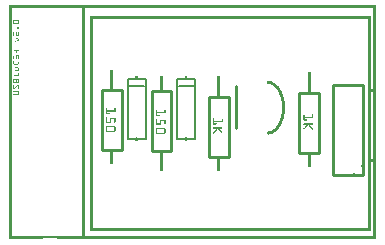
<source format=gto>
G04 MADE WITH FRITZING*
G04 WWW.FRITZING.ORG*
G04 DOUBLE SIDED*
G04 HOLES PLATED*
G04 CONTOUR ON CENTER OF CONTOUR VECTOR*
%ASAXBY*%
%FSLAX23Y23*%
%MOIN*%
%OFA0B0*%
%SFA1.0B1.0*%
%ADD10C,0.010000*%
%ADD11C,0.008000*%
%ADD12R,0.001000X0.001000*%
%LNSILK1*%
G90*
G70*
G54D10*
X756Y369D02*
X756Y509D01*
D02*
X475Y293D02*
X475Y493D01*
D02*
X475Y493D02*
X541Y493D01*
D02*
X541Y493D02*
X541Y293D01*
D02*
X541Y293D02*
X475Y293D01*
D02*
X375Y496D02*
X375Y296D01*
D02*
X375Y296D02*
X309Y296D01*
D02*
X309Y296D02*
X309Y496D01*
D02*
X309Y496D02*
X375Y496D01*
D02*
X1034Y487D02*
X1034Y287D01*
D02*
X1034Y287D02*
X968Y287D01*
D02*
X968Y287D02*
X968Y487D01*
D02*
X968Y487D02*
X1034Y487D01*
D02*
X733Y474D02*
X733Y274D01*
D02*
X733Y274D02*
X667Y274D01*
D02*
X667Y274D02*
X667Y474D01*
D02*
X667Y474D02*
X733Y474D01*
G54D11*
D02*
X560Y334D02*
X560Y534D01*
D02*
X560Y534D02*
X590Y534D01*
D02*
X590Y534D02*
X620Y534D01*
D02*
X620Y534D02*
X620Y334D01*
D02*
X620Y334D02*
X590Y334D01*
D02*
X590Y334D02*
X560Y334D01*
D02*
X565Y509D02*
X615Y509D01*
D02*
X395Y334D02*
X395Y534D01*
D02*
X395Y534D02*
X425Y534D01*
D02*
X425Y534D02*
X455Y534D01*
D02*
X455Y534D02*
X455Y334D01*
D02*
X455Y334D02*
X425Y334D01*
D02*
X425Y334D02*
X395Y334D01*
D02*
X400Y509D02*
X450Y509D01*
G54D10*
D02*
X1180Y212D02*
X1180Y512D01*
D02*
X1180Y512D02*
X1080Y512D01*
D02*
X1080Y512D02*
X1080Y212D01*
D02*
X1080Y212D02*
X1180Y212D01*
G54D12*
X1Y777D02*
X1222Y777D01*
X1Y776D02*
X1222Y776D01*
X1Y775D02*
X1222Y775D01*
X1Y774D02*
X1222Y774D01*
X1Y773D02*
X1222Y773D01*
X1Y772D02*
X1222Y772D01*
X1Y771D02*
X1222Y771D01*
X1Y770D02*
X1222Y770D01*
X1Y769D02*
X8Y769D01*
X245Y769D02*
X252Y769D01*
X1215Y769D02*
X1222Y769D01*
X1Y768D02*
X8Y768D01*
X245Y768D02*
X252Y768D01*
X1215Y768D02*
X1222Y768D01*
X1Y767D02*
X8Y767D01*
X245Y767D02*
X252Y767D01*
X1215Y767D02*
X1222Y767D01*
X1Y766D02*
X8Y766D01*
X245Y766D02*
X252Y766D01*
X1215Y766D02*
X1222Y766D01*
X1Y765D02*
X8Y765D01*
X245Y765D02*
X252Y765D01*
X1215Y765D02*
X1222Y765D01*
X1Y764D02*
X8Y764D01*
X245Y764D02*
X252Y764D01*
X1215Y764D02*
X1222Y764D01*
X1Y763D02*
X8Y763D01*
X245Y763D02*
X252Y763D01*
X1215Y763D02*
X1222Y763D01*
X1Y762D02*
X8Y762D01*
X245Y762D02*
X252Y762D01*
X1215Y762D02*
X1222Y762D01*
X1Y761D02*
X8Y761D01*
X245Y761D02*
X252Y761D01*
X1215Y761D02*
X1222Y761D01*
X1Y760D02*
X8Y760D01*
X245Y760D02*
X252Y760D01*
X1215Y760D02*
X1222Y760D01*
X1Y759D02*
X8Y759D01*
X245Y759D02*
X252Y759D01*
X1215Y759D02*
X1222Y759D01*
X1Y758D02*
X8Y758D01*
X245Y758D02*
X252Y758D01*
X1215Y758D02*
X1222Y758D01*
X1Y757D02*
X8Y757D01*
X245Y757D02*
X252Y757D01*
X1215Y757D02*
X1222Y757D01*
X1Y756D02*
X8Y756D01*
X245Y756D02*
X252Y756D01*
X1215Y756D02*
X1222Y756D01*
X1Y755D02*
X8Y755D01*
X245Y755D02*
X252Y755D01*
X1215Y755D02*
X1222Y755D01*
X1Y754D02*
X8Y754D01*
X245Y754D02*
X252Y754D01*
X1215Y754D02*
X1222Y754D01*
X1Y753D02*
X8Y753D01*
X245Y753D02*
X252Y753D01*
X1215Y753D02*
X1222Y753D01*
X1Y752D02*
X8Y752D01*
X245Y752D02*
X252Y752D01*
X1215Y752D02*
X1222Y752D01*
X1Y751D02*
X8Y751D01*
X245Y751D02*
X252Y751D01*
X1215Y751D02*
X1222Y751D01*
X1Y750D02*
X8Y750D01*
X245Y750D02*
X252Y750D01*
X1215Y750D02*
X1222Y750D01*
X1Y749D02*
X8Y749D01*
X245Y749D02*
X252Y749D01*
X1215Y749D02*
X1222Y749D01*
X1Y748D02*
X8Y748D01*
X245Y748D02*
X252Y748D01*
X1215Y748D02*
X1222Y748D01*
X1Y747D02*
X8Y747D01*
X245Y747D02*
X252Y747D01*
X1215Y747D02*
X1222Y747D01*
X1Y746D02*
X8Y746D01*
X245Y746D02*
X252Y746D01*
X1215Y746D02*
X1222Y746D01*
X1Y745D02*
X8Y745D01*
X245Y745D02*
X252Y745D01*
X1215Y745D02*
X1222Y745D01*
X1Y744D02*
X8Y744D01*
X245Y744D02*
X252Y744D01*
X1215Y744D02*
X1222Y744D01*
X1Y743D02*
X8Y743D01*
X245Y743D02*
X252Y743D01*
X271Y743D02*
X1205Y743D01*
X1215Y743D02*
X1222Y743D01*
X1Y742D02*
X8Y742D01*
X245Y742D02*
X252Y742D01*
X271Y742D02*
X1205Y742D01*
X1215Y742D02*
X1222Y742D01*
X1Y741D02*
X8Y741D01*
X245Y741D02*
X252Y741D01*
X271Y741D02*
X1205Y741D01*
X1215Y741D02*
X1222Y741D01*
X1Y740D02*
X8Y740D01*
X245Y740D02*
X252Y740D01*
X271Y740D02*
X1205Y740D01*
X1215Y740D02*
X1222Y740D01*
X1Y739D02*
X8Y739D01*
X245Y739D02*
X252Y739D01*
X271Y739D02*
X1205Y739D01*
X1215Y739D02*
X1222Y739D01*
X1Y738D02*
X8Y738D01*
X245Y738D02*
X252Y738D01*
X271Y738D02*
X1205Y738D01*
X1215Y738D02*
X1222Y738D01*
X1Y737D02*
X8Y737D01*
X245Y737D02*
X252Y737D01*
X271Y737D02*
X1205Y737D01*
X1215Y737D02*
X1222Y737D01*
X1Y736D02*
X8Y736D01*
X245Y736D02*
X252Y736D01*
X271Y736D02*
X1205Y736D01*
X1215Y736D02*
X1222Y736D01*
X1Y735D02*
X8Y735D01*
X245Y735D02*
X252Y735D01*
X271Y735D02*
X1205Y735D01*
X1215Y735D02*
X1222Y735D01*
X1Y734D02*
X8Y734D01*
X245Y734D02*
X252Y734D01*
X271Y734D02*
X1205Y734D01*
X1215Y734D02*
X1222Y734D01*
X1Y733D02*
X8Y733D01*
X245Y733D02*
X252Y733D01*
X271Y733D02*
X280Y733D01*
X1196Y733D02*
X1205Y733D01*
X1215Y733D02*
X1222Y733D01*
X1Y732D02*
X8Y732D01*
X245Y732D02*
X252Y732D01*
X271Y732D02*
X280Y732D01*
X1196Y732D02*
X1205Y732D01*
X1215Y732D02*
X1222Y732D01*
X1Y731D02*
X8Y731D01*
X245Y731D02*
X252Y731D01*
X271Y731D02*
X280Y731D01*
X1196Y731D02*
X1205Y731D01*
X1215Y731D02*
X1222Y731D01*
X1Y730D02*
X8Y730D01*
X245Y730D02*
X252Y730D01*
X271Y730D02*
X280Y730D01*
X1196Y730D02*
X1205Y730D01*
X1215Y730D02*
X1222Y730D01*
X1Y729D02*
X8Y729D01*
X15Y729D02*
X32Y729D01*
X245Y729D02*
X252Y729D01*
X271Y729D02*
X280Y729D01*
X1196Y729D02*
X1205Y729D01*
X1215Y729D02*
X1222Y729D01*
X1Y728D02*
X8Y728D01*
X14Y728D02*
X33Y728D01*
X245Y728D02*
X252Y728D01*
X271Y728D02*
X280Y728D01*
X1196Y728D02*
X1205Y728D01*
X1215Y728D02*
X1222Y728D01*
X1Y727D02*
X8Y727D01*
X14Y727D02*
X34Y727D01*
X245Y727D02*
X252Y727D01*
X271Y727D02*
X280Y727D01*
X1196Y727D02*
X1205Y727D01*
X1215Y727D02*
X1222Y727D01*
X1Y726D02*
X8Y726D01*
X14Y726D02*
X15Y726D01*
X32Y726D02*
X34Y726D01*
X245Y726D02*
X252Y726D01*
X271Y726D02*
X280Y726D01*
X1196Y726D02*
X1205Y726D01*
X1215Y726D02*
X1222Y726D01*
X1Y725D02*
X8Y725D01*
X14Y725D02*
X15Y725D01*
X32Y725D02*
X34Y725D01*
X245Y725D02*
X252Y725D01*
X271Y725D02*
X280Y725D01*
X1196Y725D02*
X1205Y725D01*
X1215Y725D02*
X1222Y725D01*
X1Y724D02*
X8Y724D01*
X14Y724D02*
X15Y724D01*
X32Y724D02*
X34Y724D01*
X245Y724D02*
X252Y724D01*
X271Y724D02*
X280Y724D01*
X1196Y724D02*
X1205Y724D01*
X1215Y724D02*
X1222Y724D01*
X1Y723D02*
X8Y723D01*
X14Y723D02*
X15Y723D01*
X32Y723D02*
X34Y723D01*
X245Y723D02*
X252Y723D01*
X271Y723D02*
X280Y723D01*
X1196Y723D02*
X1205Y723D01*
X1215Y723D02*
X1222Y723D01*
X1Y722D02*
X8Y722D01*
X14Y722D02*
X15Y722D01*
X32Y722D02*
X34Y722D01*
X245Y722D02*
X252Y722D01*
X271Y722D02*
X280Y722D01*
X1196Y722D02*
X1205Y722D01*
X1215Y722D02*
X1222Y722D01*
X1Y721D02*
X8Y721D01*
X14Y721D02*
X15Y721D01*
X32Y721D02*
X34Y721D01*
X245Y721D02*
X252Y721D01*
X271Y721D02*
X280Y721D01*
X1196Y721D02*
X1205Y721D01*
X1215Y721D02*
X1222Y721D01*
X1Y720D02*
X8Y720D01*
X14Y720D02*
X15Y720D01*
X32Y720D02*
X34Y720D01*
X245Y720D02*
X252Y720D01*
X271Y720D02*
X280Y720D01*
X1196Y720D02*
X1205Y720D01*
X1215Y720D02*
X1222Y720D01*
X1Y719D02*
X8Y719D01*
X14Y719D02*
X15Y719D01*
X32Y719D02*
X34Y719D01*
X245Y719D02*
X252Y719D01*
X271Y719D02*
X280Y719D01*
X1196Y719D02*
X1205Y719D01*
X1215Y719D02*
X1222Y719D01*
X1Y718D02*
X8Y718D01*
X14Y718D02*
X34Y718D01*
X245Y718D02*
X252Y718D01*
X271Y718D02*
X280Y718D01*
X1196Y718D02*
X1205Y718D01*
X1215Y718D02*
X1222Y718D01*
X1Y717D02*
X8Y717D01*
X14Y717D02*
X33Y717D01*
X245Y717D02*
X252Y717D01*
X271Y717D02*
X280Y717D01*
X1196Y717D02*
X1205Y717D01*
X1215Y717D02*
X1222Y717D01*
X1Y716D02*
X8Y716D01*
X16Y716D02*
X32Y716D01*
X245Y716D02*
X252Y716D01*
X271Y716D02*
X280Y716D01*
X1196Y716D02*
X1205Y716D01*
X1215Y716D02*
X1222Y716D01*
X1Y715D02*
X8Y715D01*
X245Y715D02*
X252Y715D01*
X271Y715D02*
X280Y715D01*
X1196Y715D02*
X1205Y715D01*
X1215Y715D02*
X1222Y715D01*
X1Y714D02*
X8Y714D01*
X245Y714D02*
X252Y714D01*
X271Y714D02*
X280Y714D01*
X1196Y714D02*
X1205Y714D01*
X1215Y714D02*
X1222Y714D01*
X1Y713D02*
X8Y713D01*
X245Y713D02*
X252Y713D01*
X271Y713D02*
X280Y713D01*
X1196Y713D02*
X1205Y713D01*
X1215Y713D02*
X1222Y713D01*
X1Y712D02*
X8Y712D01*
X245Y712D02*
X252Y712D01*
X271Y712D02*
X280Y712D01*
X1196Y712D02*
X1205Y712D01*
X1215Y712D02*
X1222Y712D01*
X1Y711D02*
X8Y711D01*
X245Y711D02*
X252Y711D01*
X271Y711D02*
X280Y711D01*
X1196Y711D02*
X1205Y711D01*
X1215Y711D02*
X1222Y711D01*
X1Y710D02*
X8Y710D01*
X245Y710D02*
X252Y710D01*
X271Y710D02*
X280Y710D01*
X1196Y710D02*
X1205Y710D01*
X1215Y710D02*
X1222Y710D01*
X1Y709D02*
X8Y709D01*
X245Y709D02*
X252Y709D01*
X271Y709D02*
X280Y709D01*
X1196Y709D02*
X1205Y709D01*
X1215Y709D02*
X1222Y709D01*
X1Y708D02*
X8Y708D01*
X245Y708D02*
X252Y708D01*
X271Y708D02*
X280Y708D01*
X1196Y708D02*
X1205Y708D01*
X1215Y708D02*
X1222Y708D01*
X1Y707D02*
X8Y707D01*
X245Y707D02*
X252Y707D01*
X271Y707D02*
X280Y707D01*
X1196Y707D02*
X1205Y707D01*
X1215Y707D02*
X1222Y707D01*
X1Y706D02*
X8Y706D01*
X245Y706D02*
X252Y706D01*
X271Y706D02*
X280Y706D01*
X1196Y706D02*
X1205Y706D01*
X1215Y706D02*
X1222Y706D01*
X1Y705D02*
X8Y705D01*
X28Y705D02*
X31Y705D01*
X245Y705D02*
X252Y705D01*
X271Y705D02*
X280Y705D01*
X1196Y705D02*
X1205Y705D01*
X1215Y705D02*
X1222Y705D01*
X1Y704D02*
X8Y704D01*
X28Y704D02*
X32Y704D01*
X245Y704D02*
X252Y704D01*
X271Y704D02*
X280Y704D01*
X1196Y704D02*
X1205Y704D01*
X1215Y704D02*
X1222Y704D01*
X1Y703D02*
X8Y703D01*
X28Y703D02*
X32Y703D01*
X245Y703D02*
X252Y703D01*
X271Y703D02*
X280Y703D01*
X1196Y703D02*
X1205Y703D01*
X1215Y703D02*
X1222Y703D01*
X1Y702D02*
X8Y702D01*
X28Y702D02*
X32Y702D01*
X245Y702D02*
X252Y702D01*
X271Y702D02*
X280Y702D01*
X1196Y702D02*
X1205Y702D01*
X1215Y702D02*
X1222Y702D01*
X1Y701D02*
X8Y701D01*
X28Y701D02*
X32Y701D01*
X245Y701D02*
X252Y701D01*
X271Y701D02*
X280Y701D01*
X1196Y701D02*
X1205Y701D01*
X1215Y701D02*
X1222Y701D01*
X1Y700D02*
X8Y700D01*
X245Y700D02*
X252Y700D01*
X271Y700D02*
X280Y700D01*
X1196Y700D02*
X1205Y700D01*
X1215Y700D02*
X1222Y700D01*
X1Y699D02*
X8Y699D01*
X245Y699D02*
X252Y699D01*
X271Y699D02*
X280Y699D01*
X1196Y699D02*
X1205Y699D01*
X1215Y699D02*
X1222Y699D01*
X1Y698D02*
X8Y698D01*
X245Y698D02*
X252Y698D01*
X271Y698D02*
X280Y698D01*
X1196Y698D02*
X1205Y698D01*
X1215Y698D02*
X1222Y698D01*
X1Y697D02*
X8Y697D01*
X245Y697D02*
X252Y697D01*
X271Y697D02*
X280Y697D01*
X1196Y697D02*
X1205Y697D01*
X1215Y697D02*
X1222Y697D01*
X1Y696D02*
X8Y696D01*
X245Y696D02*
X252Y696D01*
X271Y696D02*
X280Y696D01*
X1196Y696D02*
X1205Y696D01*
X1215Y696D02*
X1222Y696D01*
X1Y695D02*
X8Y695D01*
X245Y695D02*
X252Y695D01*
X271Y695D02*
X280Y695D01*
X1196Y695D02*
X1205Y695D01*
X1215Y695D02*
X1222Y695D01*
X1Y694D02*
X8Y694D01*
X245Y694D02*
X252Y694D01*
X271Y694D02*
X280Y694D01*
X1196Y694D02*
X1205Y694D01*
X1215Y694D02*
X1222Y694D01*
X1Y693D02*
X8Y693D01*
X245Y693D02*
X252Y693D01*
X271Y693D02*
X280Y693D01*
X1196Y693D02*
X1205Y693D01*
X1215Y693D02*
X1222Y693D01*
X1Y692D02*
X8Y692D01*
X245Y692D02*
X252Y692D01*
X271Y692D02*
X280Y692D01*
X1196Y692D02*
X1205Y692D01*
X1215Y692D02*
X1222Y692D01*
X1Y691D02*
X8Y691D01*
X245Y691D02*
X252Y691D01*
X271Y691D02*
X280Y691D01*
X1196Y691D02*
X1205Y691D01*
X1215Y691D02*
X1222Y691D01*
X1Y690D02*
X8Y690D01*
X16Y690D02*
X22Y690D01*
X245Y690D02*
X252Y690D01*
X271Y690D02*
X280Y690D01*
X1196Y690D02*
X1205Y690D01*
X1215Y690D02*
X1222Y690D01*
X1Y689D02*
X8Y689D01*
X14Y689D02*
X24Y689D01*
X32Y689D02*
X34Y689D01*
X245Y689D02*
X252Y689D01*
X271Y689D02*
X280Y689D01*
X1196Y689D02*
X1205Y689D01*
X1215Y689D02*
X1222Y689D01*
X1Y688D02*
X8Y688D01*
X14Y688D02*
X24Y688D01*
X32Y688D02*
X34Y688D01*
X245Y688D02*
X252Y688D01*
X271Y688D02*
X280Y688D01*
X1196Y688D02*
X1205Y688D01*
X1215Y688D02*
X1222Y688D01*
X1Y687D02*
X8Y687D01*
X14Y687D02*
X15Y687D01*
X23Y687D02*
X25Y687D01*
X32Y687D02*
X34Y687D01*
X245Y687D02*
X252Y687D01*
X271Y687D02*
X280Y687D01*
X1196Y687D02*
X1205Y687D01*
X1215Y687D02*
X1222Y687D01*
X1Y686D02*
X8Y686D01*
X14Y686D02*
X15Y686D01*
X23Y686D02*
X25Y686D01*
X32Y686D02*
X34Y686D01*
X245Y686D02*
X252Y686D01*
X271Y686D02*
X280Y686D01*
X1196Y686D02*
X1205Y686D01*
X1215Y686D02*
X1222Y686D01*
X1Y685D02*
X8Y685D01*
X14Y685D02*
X15Y685D01*
X23Y685D02*
X25Y685D01*
X32Y685D02*
X34Y685D01*
X245Y685D02*
X252Y685D01*
X271Y685D02*
X280Y685D01*
X1196Y685D02*
X1205Y685D01*
X1215Y685D02*
X1222Y685D01*
X1Y684D02*
X8Y684D01*
X14Y684D02*
X15Y684D01*
X23Y684D02*
X25Y684D01*
X32Y684D02*
X34Y684D01*
X245Y684D02*
X252Y684D01*
X271Y684D02*
X280Y684D01*
X1196Y684D02*
X1205Y684D01*
X1215Y684D02*
X1222Y684D01*
X1Y683D02*
X8Y683D01*
X14Y683D02*
X15Y683D01*
X23Y683D02*
X25Y683D01*
X32Y683D02*
X34Y683D01*
X245Y683D02*
X252Y683D01*
X271Y683D02*
X280Y683D01*
X1196Y683D02*
X1205Y683D01*
X1215Y683D02*
X1222Y683D01*
X1Y682D02*
X8Y682D01*
X14Y682D02*
X15Y682D01*
X23Y682D02*
X25Y682D01*
X32Y682D02*
X34Y682D01*
X245Y682D02*
X252Y682D01*
X271Y682D02*
X280Y682D01*
X1196Y682D02*
X1205Y682D01*
X1215Y682D02*
X1222Y682D01*
X1Y681D02*
X8Y681D01*
X14Y681D02*
X15Y681D01*
X23Y681D02*
X25Y681D01*
X32Y681D02*
X34Y681D01*
X245Y681D02*
X252Y681D01*
X271Y681D02*
X280Y681D01*
X1196Y681D02*
X1205Y681D01*
X1215Y681D02*
X1222Y681D01*
X1Y680D02*
X8Y680D01*
X14Y680D02*
X15Y680D01*
X23Y680D02*
X25Y680D01*
X32Y680D02*
X34Y680D01*
X245Y680D02*
X252Y680D01*
X271Y680D02*
X280Y680D01*
X1196Y680D02*
X1205Y680D01*
X1215Y680D02*
X1222Y680D01*
X1Y679D02*
X8Y679D01*
X14Y679D02*
X15Y679D01*
X23Y679D02*
X34Y679D01*
X245Y679D02*
X252Y679D01*
X271Y679D02*
X280Y679D01*
X1196Y679D02*
X1205Y679D01*
X1215Y679D02*
X1222Y679D01*
X1Y678D02*
X8Y678D01*
X14Y678D02*
X15Y678D01*
X23Y678D02*
X34Y678D01*
X245Y678D02*
X252Y678D01*
X271Y678D02*
X280Y678D01*
X1196Y678D02*
X1205Y678D01*
X1215Y678D02*
X1222Y678D01*
X1Y677D02*
X8Y677D01*
X14Y677D02*
X15Y677D01*
X24Y677D02*
X34Y677D01*
X245Y677D02*
X252Y677D01*
X271Y677D02*
X280Y677D01*
X1196Y677D02*
X1205Y677D01*
X1215Y677D02*
X1222Y677D01*
X1Y676D02*
X8Y676D01*
X245Y676D02*
X252Y676D01*
X271Y676D02*
X280Y676D01*
X1196Y676D02*
X1205Y676D01*
X1215Y676D02*
X1222Y676D01*
X1Y675D02*
X8Y675D01*
X245Y675D02*
X252Y675D01*
X271Y675D02*
X280Y675D01*
X1196Y675D02*
X1205Y675D01*
X1215Y675D02*
X1222Y675D01*
X1Y674D02*
X8Y674D01*
X245Y674D02*
X252Y674D01*
X271Y674D02*
X280Y674D01*
X1196Y674D02*
X1205Y674D01*
X1215Y674D02*
X1222Y674D01*
X1Y673D02*
X8Y673D01*
X245Y673D02*
X252Y673D01*
X271Y673D02*
X280Y673D01*
X1196Y673D02*
X1205Y673D01*
X1215Y673D02*
X1222Y673D01*
X1Y672D02*
X8Y672D01*
X245Y672D02*
X252Y672D01*
X271Y672D02*
X280Y672D01*
X1196Y672D02*
X1205Y672D01*
X1215Y672D02*
X1222Y672D01*
X1Y671D02*
X8Y671D01*
X245Y671D02*
X252Y671D01*
X271Y671D02*
X280Y671D01*
X1196Y671D02*
X1205Y671D01*
X1215Y671D02*
X1222Y671D01*
X1Y670D02*
X8Y670D01*
X20Y670D02*
X23Y670D01*
X245Y670D02*
X252Y670D01*
X271Y670D02*
X280Y670D01*
X1196Y670D02*
X1205Y670D01*
X1215Y670D02*
X1222Y670D01*
X1Y669D02*
X8Y669D01*
X19Y669D02*
X25Y669D01*
X245Y669D02*
X252Y669D01*
X271Y669D02*
X280Y669D01*
X1196Y669D02*
X1205Y669D01*
X1215Y669D02*
X1222Y669D01*
X1Y668D02*
X8Y668D01*
X20Y668D02*
X28Y668D01*
X245Y668D02*
X252Y668D01*
X271Y668D02*
X280Y668D01*
X1196Y668D02*
X1205Y668D01*
X1215Y668D02*
X1222Y668D01*
X1Y667D02*
X8Y667D01*
X24Y667D02*
X30Y667D01*
X245Y667D02*
X252Y667D01*
X271Y667D02*
X280Y667D01*
X1196Y667D02*
X1205Y667D01*
X1215Y667D02*
X1222Y667D01*
X1Y666D02*
X8Y666D01*
X26Y666D02*
X32Y666D01*
X245Y666D02*
X252Y666D01*
X271Y666D02*
X280Y666D01*
X1196Y666D02*
X1205Y666D01*
X1215Y666D02*
X1222Y666D01*
X1Y665D02*
X8Y665D01*
X29Y665D02*
X34Y665D01*
X245Y665D02*
X252Y665D01*
X271Y665D02*
X280Y665D01*
X1196Y665D02*
X1205Y665D01*
X1215Y665D02*
X1222Y665D01*
X1Y664D02*
X8Y664D01*
X31Y664D02*
X34Y664D01*
X245Y664D02*
X252Y664D01*
X271Y664D02*
X280Y664D01*
X1196Y664D02*
X1205Y664D01*
X1215Y664D02*
X1222Y664D01*
X1Y663D02*
X8Y663D01*
X31Y663D02*
X34Y663D01*
X245Y663D02*
X252Y663D01*
X271Y663D02*
X280Y663D01*
X1196Y663D02*
X1205Y663D01*
X1215Y663D02*
X1222Y663D01*
X1Y662D02*
X8Y662D01*
X28Y662D02*
X34Y662D01*
X245Y662D02*
X252Y662D01*
X271Y662D02*
X280Y662D01*
X1196Y662D02*
X1205Y662D01*
X1215Y662D02*
X1222Y662D01*
X1Y661D02*
X8Y661D01*
X26Y661D02*
X32Y661D01*
X245Y661D02*
X252Y661D01*
X271Y661D02*
X280Y661D01*
X1196Y661D02*
X1205Y661D01*
X1215Y661D02*
X1222Y661D01*
X1Y660D02*
X8Y660D01*
X24Y660D02*
X30Y660D01*
X245Y660D02*
X252Y660D01*
X271Y660D02*
X280Y660D01*
X1196Y660D02*
X1205Y660D01*
X1215Y660D02*
X1222Y660D01*
X1Y659D02*
X8Y659D01*
X20Y659D02*
X27Y659D01*
X245Y659D02*
X252Y659D01*
X271Y659D02*
X280Y659D01*
X1196Y659D02*
X1205Y659D01*
X1215Y659D02*
X1222Y659D01*
X1Y658D02*
X8Y658D01*
X19Y658D02*
X25Y658D01*
X245Y658D02*
X252Y658D01*
X271Y658D02*
X280Y658D01*
X1196Y658D02*
X1205Y658D01*
X1215Y658D02*
X1222Y658D01*
X1Y657D02*
X8Y657D01*
X20Y657D02*
X23Y657D01*
X245Y657D02*
X252Y657D01*
X271Y657D02*
X280Y657D01*
X1196Y657D02*
X1205Y657D01*
X1215Y657D02*
X1222Y657D01*
X1Y656D02*
X8Y656D01*
X245Y656D02*
X252Y656D01*
X271Y656D02*
X280Y656D01*
X1196Y656D02*
X1205Y656D01*
X1215Y656D02*
X1222Y656D01*
X1Y655D02*
X8Y655D01*
X245Y655D02*
X252Y655D01*
X271Y655D02*
X280Y655D01*
X1196Y655D02*
X1205Y655D01*
X1215Y655D02*
X1222Y655D01*
X1Y654D02*
X8Y654D01*
X245Y654D02*
X252Y654D01*
X271Y654D02*
X280Y654D01*
X1196Y654D02*
X1205Y654D01*
X1215Y654D02*
X1222Y654D01*
X1Y653D02*
X8Y653D01*
X245Y653D02*
X252Y653D01*
X271Y653D02*
X280Y653D01*
X1196Y653D02*
X1205Y653D01*
X1215Y653D02*
X1222Y653D01*
X1Y652D02*
X8Y652D01*
X245Y652D02*
X252Y652D01*
X271Y652D02*
X280Y652D01*
X1196Y652D02*
X1205Y652D01*
X1215Y652D02*
X1222Y652D01*
X1Y651D02*
X8Y651D01*
X245Y651D02*
X252Y651D01*
X271Y651D02*
X280Y651D01*
X1196Y651D02*
X1205Y651D01*
X1215Y651D02*
X1222Y651D01*
X1Y650D02*
X8Y650D01*
X245Y650D02*
X252Y650D01*
X271Y650D02*
X280Y650D01*
X1196Y650D02*
X1205Y650D01*
X1215Y650D02*
X1222Y650D01*
X1Y649D02*
X8Y649D01*
X245Y649D02*
X252Y649D01*
X271Y649D02*
X280Y649D01*
X1196Y649D02*
X1205Y649D01*
X1215Y649D02*
X1222Y649D01*
X1Y648D02*
X8Y648D01*
X245Y648D02*
X252Y648D01*
X271Y648D02*
X280Y648D01*
X1196Y648D02*
X1205Y648D01*
X1215Y648D02*
X1222Y648D01*
X1Y647D02*
X8Y647D01*
X245Y647D02*
X252Y647D01*
X271Y647D02*
X280Y647D01*
X1196Y647D02*
X1205Y647D01*
X1215Y647D02*
X1222Y647D01*
X1Y646D02*
X8Y646D01*
X245Y646D02*
X252Y646D01*
X271Y646D02*
X280Y646D01*
X1196Y646D02*
X1205Y646D01*
X1215Y646D02*
X1222Y646D01*
X1Y645D02*
X8Y645D01*
X245Y645D02*
X252Y645D01*
X271Y645D02*
X280Y645D01*
X1196Y645D02*
X1205Y645D01*
X1215Y645D02*
X1222Y645D01*
X1Y644D02*
X8Y644D01*
X245Y644D02*
X252Y644D01*
X271Y644D02*
X280Y644D01*
X1196Y644D02*
X1205Y644D01*
X1215Y644D02*
X1222Y644D01*
X1Y643D02*
X8Y643D01*
X245Y643D02*
X252Y643D01*
X271Y643D02*
X280Y643D01*
X1196Y643D02*
X1205Y643D01*
X1215Y643D02*
X1222Y643D01*
X1Y642D02*
X8Y642D01*
X245Y642D02*
X252Y642D01*
X271Y642D02*
X280Y642D01*
X1196Y642D02*
X1205Y642D01*
X1215Y642D02*
X1222Y642D01*
X1Y641D02*
X8Y641D01*
X245Y641D02*
X252Y641D01*
X271Y641D02*
X280Y641D01*
X1196Y641D02*
X1205Y641D01*
X1215Y641D02*
X1222Y641D01*
X1Y640D02*
X8Y640D01*
X245Y640D02*
X252Y640D01*
X271Y640D02*
X280Y640D01*
X1196Y640D02*
X1205Y640D01*
X1215Y640D02*
X1222Y640D01*
X1Y639D02*
X8Y639D01*
X245Y639D02*
X252Y639D01*
X271Y639D02*
X280Y639D01*
X1196Y639D02*
X1205Y639D01*
X1215Y639D02*
X1222Y639D01*
X1Y638D02*
X8Y638D01*
X245Y638D02*
X252Y638D01*
X271Y638D02*
X280Y638D01*
X1196Y638D02*
X1205Y638D01*
X1215Y638D02*
X1222Y638D01*
X1Y637D02*
X8Y637D01*
X245Y637D02*
X252Y637D01*
X271Y637D02*
X280Y637D01*
X1196Y637D02*
X1205Y637D01*
X1215Y637D02*
X1222Y637D01*
X1Y636D02*
X8Y636D01*
X245Y636D02*
X252Y636D01*
X271Y636D02*
X280Y636D01*
X1196Y636D02*
X1205Y636D01*
X1215Y636D02*
X1222Y636D01*
X1Y635D02*
X8Y635D01*
X245Y635D02*
X252Y635D01*
X271Y635D02*
X280Y635D01*
X1196Y635D02*
X1205Y635D01*
X1215Y635D02*
X1222Y635D01*
X1Y634D02*
X8Y634D01*
X245Y634D02*
X252Y634D01*
X271Y634D02*
X280Y634D01*
X1196Y634D02*
X1205Y634D01*
X1215Y634D02*
X1222Y634D01*
X1Y633D02*
X8Y633D01*
X245Y633D02*
X252Y633D01*
X271Y633D02*
X280Y633D01*
X1196Y633D02*
X1205Y633D01*
X1215Y633D02*
X1222Y633D01*
X1Y632D02*
X8Y632D01*
X245Y632D02*
X252Y632D01*
X271Y632D02*
X280Y632D01*
X1196Y632D02*
X1205Y632D01*
X1215Y632D02*
X1222Y632D01*
X1Y631D02*
X8Y631D01*
X245Y631D02*
X252Y631D01*
X271Y631D02*
X280Y631D01*
X1196Y631D02*
X1205Y631D01*
X1215Y631D02*
X1222Y631D01*
X1Y630D02*
X8Y630D01*
X26Y630D02*
X26Y630D01*
X245Y630D02*
X252Y630D01*
X271Y630D02*
X280Y630D01*
X1196Y630D02*
X1205Y630D01*
X1215Y630D02*
X1222Y630D01*
X1Y629D02*
X8Y629D01*
X25Y629D02*
X27Y629D01*
X245Y629D02*
X252Y629D01*
X271Y629D02*
X280Y629D01*
X1196Y629D02*
X1205Y629D01*
X1215Y629D02*
X1222Y629D01*
X1Y628D02*
X8Y628D01*
X16Y628D02*
X34Y628D01*
X245Y628D02*
X252Y628D01*
X271Y628D02*
X280Y628D01*
X1196Y628D02*
X1205Y628D01*
X1215Y628D02*
X1222Y628D01*
X1Y627D02*
X8Y627D01*
X16Y627D02*
X34Y627D01*
X245Y627D02*
X252Y627D01*
X271Y627D02*
X280Y627D01*
X1196Y627D02*
X1205Y627D01*
X1215Y627D02*
X1222Y627D01*
X1Y626D02*
X8Y626D01*
X25Y626D02*
X27Y626D01*
X245Y626D02*
X252Y626D01*
X271Y626D02*
X280Y626D01*
X1196Y626D02*
X1205Y626D01*
X1215Y626D02*
X1222Y626D01*
X1Y625D02*
X8Y625D01*
X25Y625D02*
X27Y625D01*
X245Y625D02*
X252Y625D01*
X271Y625D02*
X280Y625D01*
X1196Y625D02*
X1205Y625D01*
X1215Y625D02*
X1222Y625D01*
X1Y624D02*
X8Y624D01*
X25Y624D02*
X27Y624D01*
X245Y624D02*
X252Y624D01*
X271Y624D02*
X280Y624D01*
X1196Y624D02*
X1205Y624D01*
X1215Y624D02*
X1222Y624D01*
X1Y623D02*
X8Y623D01*
X25Y623D02*
X27Y623D01*
X245Y623D02*
X252Y623D01*
X271Y623D02*
X280Y623D01*
X1196Y623D02*
X1205Y623D01*
X1215Y623D02*
X1222Y623D01*
X1Y622D02*
X8Y622D01*
X25Y622D02*
X27Y622D01*
X245Y622D02*
X252Y622D01*
X271Y622D02*
X280Y622D01*
X1196Y622D02*
X1205Y622D01*
X1215Y622D02*
X1222Y622D01*
X1Y621D02*
X8Y621D01*
X25Y621D02*
X27Y621D01*
X245Y621D02*
X252Y621D01*
X271Y621D02*
X280Y621D01*
X1196Y621D02*
X1205Y621D01*
X1215Y621D02*
X1222Y621D01*
X1Y620D02*
X8Y620D01*
X14Y620D02*
X27Y620D01*
X245Y620D02*
X252Y620D01*
X271Y620D02*
X280Y620D01*
X1196Y620D02*
X1205Y620D01*
X1215Y620D02*
X1222Y620D01*
X1Y619D02*
X8Y619D01*
X14Y619D02*
X27Y619D01*
X245Y619D02*
X252Y619D01*
X271Y619D02*
X280Y619D01*
X1196Y619D02*
X1205Y619D01*
X1215Y619D02*
X1222Y619D01*
X1Y618D02*
X8Y618D01*
X15Y618D02*
X26Y618D01*
X245Y618D02*
X252Y618D01*
X271Y618D02*
X280Y618D01*
X1196Y618D02*
X1205Y618D01*
X1215Y618D02*
X1222Y618D01*
X1Y617D02*
X8Y617D01*
X245Y617D02*
X252Y617D01*
X271Y617D02*
X280Y617D01*
X1196Y617D02*
X1205Y617D01*
X1215Y617D02*
X1222Y617D01*
X1Y616D02*
X8Y616D01*
X245Y616D02*
X252Y616D01*
X271Y616D02*
X280Y616D01*
X1196Y616D02*
X1205Y616D01*
X1215Y616D02*
X1222Y616D01*
X1Y615D02*
X8Y615D01*
X245Y615D02*
X252Y615D01*
X271Y615D02*
X280Y615D01*
X1196Y615D02*
X1205Y615D01*
X1215Y615D02*
X1222Y615D01*
X1Y614D02*
X8Y614D01*
X245Y614D02*
X252Y614D01*
X271Y614D02*
X280Y614D01*
X1196Y614D02*
X1205Y614D01*
X1215Y614D02*
X1222Y614D01*
X1Y613D02*
X8Y613D01*
X245Y613D02*
X252Y613D01*
X271Y613D02*
X280Y613D01*
X1196Y613D02*
X1205Y613D01*
X1215Y613D02*
X1222Y613D01*
X1Y612D02*
X8Y612D01*
X245Y612D02*
X252Y612D01*
X271Y612D02*
X280Y612D01*
X1196Y612D02*
X1205Y612D01*
X1215Y612D02*
X1222Y612D01*
X1Y611D02*
X8Y611D01*
X25Y611D02*
X33Y611D01*
X245Y611D02*
X252Y611D01*
X271Y611D02*
X280Y611D01*
X1196Y611D02*
X1205Y611D01*
X1215Y611D02*
X1222Y611D01*
X1Y610D02*
X8Y610D01*
X24Y610D02*
X34Y610D01*
X245Y610D02*
X252Y610D01*
X271Y610D02*
X280Y610D01*
X1196Y610D02*
X1205Y610D01*
X1215Y610D02*
X1222Y610D01*
X1Y609D02*
X8Y609D01*
X24Y609D02*
X34Y609D01*
X245Y609D02*
X252Y609D01*
X271Y609D02*
X280Y609D01*
X1196Y609D02*
X1205Y609D01*
X1215Y609D02*
X1222Y609D01*
X1Y608D02*
X8Y608D01*
X14Y608D02*
X15Y608D01*
X24Y608D02*
X26Y608D01*
X32Y608D02*
X34Y608D01*
X245Y608D02*
X252Y608D01*
X271Y608D02*
X280Y608D01*
X1196Y608D02*
X1205Y608D01*
X1215Y608D02*
X1222Y608D01*
X1Y607D02*
X8Y607D01*
X14Y607D02*
X15Y607D01*
X24Y607D02*
X26Y607D01*
X32Y607D02*
X34Y607D01*
X245Y607D02*
X252Y607D01*
X271Y607D02*
X280Y607D01*
X1196Y607D02*
X1205Y607D01*
X1215Y607D02*
X1222Y607D01*
X1Y606D02*
X8Y606D01*
X14Y606D02*
X15Y606D01*
X24Y606D02*
X26Y606D01*
X32Y606D02*
X34Y606D01*
X245Y606D02*
X252Y606D01*
X271Y606D02*
X280Y606D01*
X1196Y606D02*
X1205Y606D01*
X1215Y606D02*
X1222Y606D01*
X1Y605D02*
X8Y605D01*
X14Y605D02*
X15Y605D01*
X24Y605D02*
X26Y605D01*
X32Y605D02*
X34Y605D01*
X245Y605D02*
X252Y605D01*
X271Y605D02*
X280Y605D01*
X1196Y605D02*
X1205Y605D01*
X1215Y605D02*
X1222Y605D01*
X1Y604D02*
X8Y604D01*
X14Y604D02*
X15Y604D01*
X24Y604D02*
X26Y604D01*
X32Y604D02*
X34Y604D01*
X245Y604D02*
X252Y604D01*
X271Y604D02*
X280Y604D01*
X1196Y604D02*
X1205Y604D01*
X1215Y604D02*
X1222Y604D01*
X1Y603D02*
X8Y603D01*
X14Y603D02*
X15Y603D01*
X24Y603D02*
X26Y603D01*
X32Y603D02*
X34Y603D01*
X245Y603D02*
X252Y603D01*
X271Y603D02*
X280Y603D01*
X1196Y603D02*
X1205Y603D01*
X1215Y603D02*
X1222Y603D01*
X1Y602D02*
X8Y602D01*
X14Y602D02*
X15Y602D01*
X24Y602D02*
X26Y602D01*
X32Y602D02*
X34Y602D01*
X245Y602D02*
X252Y602D01*
X271Y602D02*
X280Y602D01*
X1196Y602D02*
X1205Y602D01*
X1215Y602D02*
X1222Y602D01*
X1Y601D02*
X8Y601D01*
X14Y601D02*
X15Y601D01*
X24Y601D02*
X26Y601D01*
X32Y601D02*
X34Y601D01*
X245Y601D02*
X252Y601D01*
X271Y601D02*
X280Y601D01*
X1196Y601D02*
X1205Y601D01*
X1215Y601D02*
X1222Y601D01*
X1Y600D02*
X8Y600D01*
X14Y600D02*
X34Y600D01*
X245Y600D02*
X252Y600D01*
X271Y600D02*
X280Y600D01*
X1196Y600D02*
X1205Y600D01*
X1215Y600D02*
X1222Y600D01*
X1Y599D02*
X8Y599D01*
X14Y599D02*
X34Y599D01*
X245Y599D02*
X252Y599D01*
X271Y599D02*
X280Y599D01*
X1196Y599D02*
X1205Y599D01*
X1215Y599D02*
X1222Y599D01*
X1Y598D02*
X8Y598D01*
X14Y598D02*
X33Y598D01*
X245Y598D02*
X252Y598D01*
X271Y598D02*
X280Y598D01*
X1196Y598D02*
X1205Y598D01*
X1215Y598D02*
X1222Y598D01*
X1Y597D02*
X8Y597D01*
X245Y597D02*
X252Y597D01*
X271Y597D02*
X280Y597D01*
X1196Y597D02*
X1205Y597D01*
X1215Y597D02*
X1222Y597D01*
X1Y596D02*
X8Y596D01*
X245Y596D02*
X252Y596D01*
X271Y596D02*
X280Y596D01*
X1196Y596D02*
X1205Y596D01*
X1215Y596D02*
X1222Y596D01*
X1Y595D02*
X8Y595D01*
X245Y595D02*
X252Y595D01*
X271Y595D02*
X280Y595D01*
X1196Y595D02*
X1205Y595D01*
X1215Y595D02*
X1222Y595D01*
X1Y594D02*
X8Y594D01*
X245Y594D02*
X252Y594D01*
X271Y594D02*
X280Y594D01*
X1196Y594D02*
X1205Y594D01*
X1215Y594D02*
X1222Y594D01*
X1Y593D02*
X8Y593D01*
X245Y593D02*
X252Y593D01*
X271Y593D02*
X280Y593D01*
X1196Y593D02*
X1205Y593D01*
X1215Y593D02*
X1222Y593D01*
X1Y592D02*
X8Y592D01*
X245Y592D02*
X252Y592D01*
X271Y592D02*
X280Y592D01*
X1196Y592D02*
X1205Y592D01*
X1215Y592D02*
X1222Y592D01*
X1Y591D02*
X8Y591D01*
X14Y591D02*
X15Y591D01*
X33Y591D02*
X33Y591D01*
X245Y591D02*
X252Y591D01*
X271Y591D02*
X280Y591D01*
X1196Y591D02*
X1205Y591D01*
X1215Y591D02*
X1222Y591D01*
X1Y590D02*
X8Y590D01*
X14Y590D02*
X15Y590D01*
X32Y590D02*
X34Y590D01*
X245Y590D02*
X252Y590D01*
X271Y590D02*
X280Y590D01*
X1196Y590D02*
X1205Y590D01*
X1215Y590D02*
X1222Y590D01*
X1Y589D02*
X8Y589D01*
X14Y589D02*
X15Y589D01*
X32Y589D02*
X34Y589D01*
X245Y589D02*
X252Y589D01*
X271Y589D02*
X280Y589D01*
X1196Y589D02*
X1205Y589D01*
X1215Y589D02*
X1222Y589D01*
X1Y588D02*
X8Y588D01*
X14Y588D02*
X15Y588D01*
X32Y588D02*
X34Y588D01*
X245Y588D02*
X252Y588D01*
X271Y588D02*
X280Y588D01*
X1196Y588D02*
X1205Y588D01*
X1215Y588D02*
X1222Y588D01*
X1Y587D02*
X8Y587D01*
X14Y587D02*
X15Y587D01*
X32Y587D02*
X34Y587D01*
X245Y587D02*
X252Y587D01*
X271Y587D02*
X280Y587D01*
X1196Y587D02*
X1205Y587D01*
X1215Y587D02*
X1222Y587D01*
X1Y586D02*
X8Y586D01*
X14Y586D02*
X15Y586D01*
X32Y586D02*
X34Y586D01*
X245Y586D02*
X252Y586D01*
X271Y586D02*
X280Y586D01*
X1196Y586D02*
X1205Y586D01*
X1215Y586D02*
X1222Y586D01*
X1Y585D02*
X8Y585D01*
X14Y585D02*
X15Y585D01*
X32Y585D02*
X34Y585D01*
X245Y585D02*
X252Y585D01*
X271Y585D02*
X280Y585D01*
X1196Y585D02*
X1205Y585D01*
X1215Y585D02*
X1222Y585D01*
X1Y584D02*
X8Y584D01*
X14Y584D02*
X16Y584D01*
X31Y584D02*
X34Y584D01*
X245Y584D02*
X252Y584D01*
X271Y584D02*
X280Y584D01*
X1196Y584D02*
X1205Y584D01*
X1215Y584D02*
X1222Y584D01*
X1Y583D02*
X8Y583D01*
X14Y583D02*
X18Y583D01*
X29Y583D02*
X33Y583D01*
X245Y583D02*
X252Y583D01*
X271Y583D02*
X280Y583D01*
X1196Y583D02*
X1205Y583D01*
X1215Y583D02*
X1222Y583D01*
X1Y582D02*
X8Y582D01*
X15Y582D02*
X20Y582D01*
X28Y582D02*
X32Y582D01*
X245Y582D02*
X252Y582D01*
X271Y582D02*
X280Y582D01*
X1196Y582D02*
X1205Y582D01*
X1215Y582D02*
X1222Y582D01*
X1Y581D02*
X8Y581D01*
X17Y581D02*
X22Y581D01*
X25Y581D02*
X31Y581D01*
X245Y581D02*
X252Y581D01*
X271Y581D02*
X280Y581D01*
X1196Y581D02*
X1205Y581D01*
X1215Y581D02*
X1222Y581D01*
X1Y580D02*
X8Y580D01*
X19Y580D02*
X29Y580D01*
X245Y580D02*
X252Y580D01*
X271Y580D02*
X280Y580D01*
X1196Y580D02*
X1205Y580D01*
X1215Y580D02*
X1222Y580D01*
X1Y579D02*
X8Y579D01*
X21Y579D02*
X27Y579D01*
X245Y579D02*
X252Y579D01*
X271Y579D02*
X280Y579D01*
X1196Y579D02*
X1205Y579D01*
X1215Y579D02*
X1222Y579D01*
X1Y578D02*
X8Y578D01*
X245Y578D02*
X252Y578D01*
X271Y578D02*
X280Y578D01*
X1196Y578D02*
X1205Y578D01*
X1215Y578D02*
X1222Y578D01*
X1Y577D02*
X8Y577D01*
X245Y577D02*
X252Y577D01*
X271Y577D02*
X280Y577D01*
X1196Y577D02*
X1205Y577D01*
X1215Y577D02*
X1222Y577D01*
X1Y576D02*
X8Y576D01*
X245Y576D02*
X252Y576D01*
X271Y576D02*
X280Y576D01*
X1196Y576D02*
X1205Y576D01*
X1215Y576D02*
X1222Y576D01*
X1Y575D02*
X8Y575D01*
X245Y575D02*
X252Y575D01*
X271Y575D02*
X280Y575D01*
X1196Y575D02*
X1205Y575D01*
X1215Y575D02*
X1222Y575D01*
X1Y574D02*
X8Y574D01*
X245Y574D02*
X252Y574D01*
X271Y574D02*
X280Y574D01*
X1196Y574D02*
X1205Y574D01*
X1215Y574D02*
X1222Y574D01*
X1Y573D02*
X8Y573D01*
X245Y573D02*
X252Y573D01*
X271Y573D02*
X280Y573D01*
X1196Y573D02*
X1205Y573D01*
X1215Y573D02*
X1222Y573D01*
X1Y572D02*
X8Y572D01*
X245Y572D02*
X252Y572D01*
X271Y572D02*
X280Y572D01*
X1196Y572D02*
X1205Y572D01*
X1215Y572D02*
X1222Y572D01*
X1Y571D02*
X8Y571D01*
X22Y571D02*
X31Y571D01*
X245Y571D02*
X252Y571D01*
X271Y571D02*
X280Y571D01*
X1196Y571D02*
X1205Y571D01*
X1215Y571D02*
X1222Y571D01*
X1Y570D02*
X8Y570D01*
X21Y570D02*
X32Y570D01*
X245Y570D02*
X252Y570D01*
X271Y570D02*
X280Y570D01*
X1196Y570D02*
X1205Y570D01*
X1215Y570D02*
X1222Y570D01*
X1Y569D02*
X8Y569D01*
X20Y569D02*
X23Y569D01*
X30Y569D02*
X33Y569D01*
X245Y569D02*
X252Y569D01*
X271Y569D02*
X280Y569D01*
X1196Y569D02*
X1205Y569D01*
X1215Y569D02*
X1222Y569D01*
X1Y568D02*
X8Y568D01*
X20Y568D02*
X22Y568D01*
X32Y568D02*
X34Y568D01*
X245Y568D02*
X252Y568D01*
X271Y568D02*
X280Y568D01*
X1196Y568D02*
X1205Y568D01*
X1215Y568D02*
X1222Y568D01*
X1Y567D02*
X8Y567D01*
X19Y567D02*
X21Y567D01*
X32Y567D02*
X34Y567D01*
X245Y567D02*
X252Y567D01*
X271Y567D02*
X280Y567D01*
X1196Y567D02*
X1205Y567D01*
X1215Y567D02*
X1222Y567D01*
X1Y566D02*
X8Y566D01*
X19Y566D02*
X21Y566D01*
X32Y566D02*
X34Y566D01*
X245Y566D02*
X252Y566D01*
X271Y566D02*
X280Y566D01*
X1196Y566D02*
X1205Y566D01*
X1215Y566D02*
X1222Y566D01*
X1Y565D02*
X8Y565D01*
X19Y565D02*
X21Y565D01*
X32Y565D02*
X34Y565D01*
X245Y565D02*
X252Y565D01*
X271Y565D02*
X280Y565D01*
X1196Y565D02*
X1205Y565D01*
X1215Y565D02*
X1222Y565D01*
X1Y564D02*
X8Y564D01*
X19Y564D02*
X21Y564D01*
X32Y564D02*
X34Y564D01*
X245Y564D02*
X252Y564D01*
X271Y564D02*
X280Y564D01*
X1196Y564D02*
X1205Y564D01*
X1215Y564D02*
X1222Y564D01*
X1Y563D02*
X8Y563D01*
X19Y563D02*
X21Y563D01*
X32Y563D02*
X34Y563D01*
X245Y563D02*
X252Y563D01*
X271Y563D02*
X280Y563D01*
X338Y563D02*
X347Y563D01*
X1196Y563D02*
X1205Y563D01*
X1215Y563D02*
X1222Y563D01*
X1Y562D02*
X8Y562D01*
X20Y562D02*
X22Y562D01*
X31Y562D02*
X34Y562D01*
X245Y562D02*
X252Y562D01*
X271Y562D02*
X280Y562D01*
X338Y562D02*
X347Y562D01*
X1196Y562D02*
X1205Y562D01*
X1215Y562D02*
X1222Y562D01*
X1Y561D02*
X8Y561D01*
X20Y561D02*
X33Y561D01*
X245Y561D02*
X252Y561D01*
X271Y561D02*
X280Y561D01*
X338Y561D02*
X347Y561D01*
X1196Y561D02*
X1205Y561D01*
X1215Y561D02*
X1222Y561D01*
X1Y560D02*
X8Y560D01*
X21Y560D02*
X32Y560D01*
X245Y560D02*
X252Y560D01*
X271Y560D02*
X280Y560D01*
X338Y560D02*
X347Y560D01*
X1196Y560D02*
X1205Y560D01*
X1215Y560D02*
X1222Y560D01*
X1Y559D02*
X8Y559D01*
X22Y559D02*
X31Y559D01*
X245Y559D02*
X252Y559D01*
X271Y559D02*
X280Y559D01*
X338Y559D02*
X347Y559D01*
X1196Y559D02*
X1205Y559D01*
X1215Y559D02*
X1222Y559D01*
X1Y558D02*
X8Y558D01*
X245Y558D02*
X252Y558D01*
X271Y558D02*
X280Y558D01*
X338Y558D02*
X347Y558D01*
X1196Y558D02*
X1205Y558D01*
X1215Y558D02*
X1222Y558D01*
X1Y557D02*
X8Y557D01*
X245Y557D02*
X252Y557D01*
X271Y557D02*
X280Y557D01*
X338Y557D02*
X347Y557D01*
X1196Y557D02*
X1205Y557D01*
X1215Y557D02*
X1222Y557D01*
X1Y556D02*
X8Y556D01*
X245Y556D02*
X252Y556D01*
X271Y556D02*
X280Y556D01*
X338Y556D02*
X347Y556D01*
X1196Y556D02*
X1205Y556D01*
X1215Y556D02*
X1222Y556D01*
X1Y555D02*
X8Y555D01*
X245Y555D02*
X252Y555D01*
X271Y555D02*
X280Y555D01*
X338Y555D02*
X347Y555D01*
X1196Y555D02*
X1205Y555D01*
X1215Y555D02*
X1222Y555D01*
X1Y554D02*
X8Y554D01*
X245Y554D02*
X252Y554D01*
X271Y554D02*
X280Y554D01*
X338Y554D02*
X347Y554D01*
X997Y554D02*
X1006Y554D01*
X1196Y554D02*
X1205Y554D01*
X1215Y554D02*
X1222Y554D01*
X1Y553D02*
X8Y553D01*
X245Y553D02*
X252Y553D01*
X271Y553D02*
X280Y553D01*
X338Y553D02*
X347Y553D01*
X997Y553D02*
X1006Y553D01*
X1196Y553D02*
X1205Y553D01*
X1215Y553D02*
X1222Y553D01*
X1Y552D02*
X8Y552D01*
X31Y552D02*
X31Y552D01*
X245Y552D02*
X252Y552D01*
X271Y552D02*
X280Y552D01*
X338Y552D02*
X347Y552D01*
X997Y552D02*
X1006Y552D01*
X1196Y552D02*
X1205Y552D01*
X1215Y552D02*
X1222Y552D01*
X1Y551D02*
X8Y551D01*
X30Y551D02*
X32Y551D01*
X245Y551D02*
X252Y551D01*
X271Y551D02*
X280Y551D01*
X338Y551D02*
X347Y551D01*
X997Y551D02*
X1006Y551D01*
X1196Y551D02*
X1205Y551D01*
X1215Y551D02*
X1222Y551D01*
X1Y550D02*
X8Y550D01*
X30Y550D02*
X33Y550D01*
X245Y550D02*
X252Y550D01*
X271Y550D02*
X280Y550D01*
X338Y550D02*
X347Y550D01*
X997Y550D02*
X1006Y550D01*
X1196Y550D02*
X1205Y550D01*
X1215Y550D02*
X1222Y550D01*
X1Y549D02*
X8Y549D01*
X20Y549D02*
X21Y549D01*
X32Y549D02*
X34Y549D01*
X245Y549D02*
X252Y549D01*
X271Y549D02*
X280Y549D01*
X338Y549D02*
X347Y549D01*
X997Y549D02*
X1006Y549D01*
X1196Y549D02*
X1205Y549D01*
X1215Y549D02*
X1222Y549D01*
X1Y548D02*
X8Y548D01*
X19Y548D02*
X21Y548D01*
X32Y548D02*
X34Y548D01*
X245Y548D02*
X252Y548D01*
X271Y548D02*
X280Y548D01*
X338Y548D02*
X347Y548D01*
X997Y548D02*
X1006Y548D01*
X1196Y548D02*
X1205Y548D01*
X1215Y548D02*
X1222Y548D01*
X1Y547D02*
X8Y547D01*
X19Y547D02*
X21Y547D01*
X32Y547D02*
X34Y547D01*
X245Y547D02*
X252Y547D01*
X271Y547D02*
X280Y547D01*
X338Y547D02*
X347Y547D01*
X997Y547D02*
X1006Y547D01*
X1196Y547D02*
X1205Y547D01*
X1215Y547D02*
X1222Y547D01*
X1Y546D02*
X8Y546D01*
X19Y546D02*
X21Y546D01*
X32Y546D02*
X34Y546D01*
X245Y546D02*
X252Y546D01*
X271Y546D02*
X280Y546D01*
X338Y546D02*
X347Y546D01*
X997Y546D02*
X1006Y546D01*
X1196Y546D02*
X1205Y546D01*
X1215Y546D02*
X1222Y546D01*
X1Y545D02*
X8Y545D01*
X19Y545D02*
X21Y545D01*
X32Y545D02*
X34Y545D01*
X245Y545D02*
X252Y545D01*
X271Y545D02*
X280Y545D01*
X338Y545D02*
X347Y545D01*
X997Y545D02*
X1006Y545D01*
X1196Y545D02*
X1205Y545D01*
X1215Y545D02*
X1222Y545D01*
X1Y544D02*
X8Y544D01*
X16Y544D02*
X34Y544D01*
X245Y544D02*
X252Y544D01*
X271Y544D02*
X280Y544D01*
X338Y544D02*
X347Y544D01*
X997Y544D02*
X1006Y544D01*
X1196Y544D02*
X1205Y544D01*
X1215Y544D02*
X1222Y544D01*
X1Y543D02*
X8Y543D01*
X15Y543D02*
X33Y543D01*
X245Y543D02*
X252Y543D01*
X271Y543D02*
X280Y543D01*
X338Y543D02*
X347Y543D01*
X997Y543D02*
X1006Y543D01*
X1196Y543D02*
X1205Y543D01*
X1215Y543D02*
X1222Y543D01*
X1Y542D02*
X8Y542D01*
X15Y542D02*
X32Y542D01*
X245Y542D02*
X252Y542D01*
X271Y542D02*
X280Y542D01*
X338Y542D02*
X347Y542D01*
X421Y542D02*
X428Y542D01*
X586Y542D02*
X593Y542D01*
X997Y542D02*
X1006Y542D01*
X1196Y542D02*
X1205Y542D01*
X1215Y542D02*
X1222Y542D01*
X1Y541D02*
X8Y541D01*
X19Y541D02*
X21Y541D01*
X245Y541D02*
X252Y541D01*
X271Y541D02*
X280Y541D01*
X338Y541D02*
X347Y541D01*
X421Y541D02*
X428Y541D01*
X504Y541D02*
X513Y541D01*
X586Y541D02*
X593Y541D01*
X695Y541D02*
X704Y541D01*
X997Y541D02*
X1006Y541D01*
X1196Y541D02*
X1205Y541D01*
X1215Y541D02*
X1222Y541D01*
X1Y540D02*
X8Y540D01*
X19Y540D02*
X21Y540D01*
X245Y540D02*
X252Y540D01*
X271Y540D02*
X280Y540D01*
X338Y540D02*
X347Y540D01*
X421Y540D02*
X428Y540D01*
X504Y540D02*
X513Y540D01*
X586Y540D02*
X593Y540D01*
X695Y540D02*
X704Y540D01*
X997Y540D02*
X1006Y540D01*
X1196Y540D02*
X1205Y540D01*
X1215Y540D02*
X1222Y540D01*
X1Y539D02*
X8Y539D01*
X20Y539D02*
X21Y539D01*
X245Y539D02*
X252Y539D01*
X271Y539D02*
X280Y539D01*
X338Y539D02*
X347Y539D01*
X421Y539D02*
X428Y539D01*
X504Y539D02*
X513Y539D01*
X586Y539D02*
X593Y539D01*
X695Y539D02*
X704Y539D01*
X997Y539D02*
X1006Y539D01*
X1196Y539D02*
X1205Y539D01*
X1215Y539D02*
X1222Y539D01*
X1Y538D02*
X8Y538D01*
X245Y538D02*
X252Y538D01*
X271Y538D02*
X280Y538D01*
X338Y538D02*
X347Y538D01*
X421Y538D02*
X428Y538D01*
X504Y538D02*
X513Y538D01*
X586Y538D02*
X593Y538D01*
X695Y538D02*
X704Y538D01*
X997Y538D02*
X1006Y538D01*
X1196Y538D02*
X1205Y538D01*
X1215Y538D02*
X1222Y538D01*
X1Y537D02*
X8Y537D01*
X245Y537D02*
X252Y537D01*
X271Y537D02*
X280Y537D01*
X338Y537D02*
X347Y537D01*
X421Y537D02*
X428Y537D01*
X504Y537D02*
X513Y537D01*
X586Y537D02*
X593Y537D01*
X695Y537D02*
X704Y537D01*
X997Y537D02*
X1006Y537D01*
X1196Y537D02*
X1205Y537D01*
X1215Y537D02*
X1222Y537D01*
X1Y536D02*
X8Y536D01*
X245Y536D02*
X252Y536D01*
X271Y536D02*
X280Y536D01*
X338Y536D02*
X347Y536D01*
X421Y536D02*
X428Y536D01*
X504Y536D02*
X513Y536D01*
X586Y536D02*
X593Y536D01*
X695Y536D02*
X704Y536D01*
X997Y536D02*
X1006Y536D01*
X1196Y536D02*
X1205Y536D01*
X1215Y536D02*
X1222Y536D01*
X1Y535D02*
X8Y535D01*
X245Y535D02*
X252Y535D01*
X271Y535D02*
X280Y535D01*
X338Y535D02*
X347Y535D01*
X421Y535D02*
X428Y535D01*
X504Y535D02*
X513Y535D01*
X586Y535D02*
X593Y535D01*
X695Y535D02*
X704Y535D01*
X997Y535D02*
X1006Y535D01*
X1196Y535D02*
X1205Y535D01*
X1215Y535D02*
X1222Y535D01*
X1Y534D02*
X8Y534D01*
X245Y534D02*
X252Y534D01*
X271Y534D02*
X280Y534D01*
X338Y534D02*
X347Y534D01*
X421Y534D02*
X428Y534D01*
X504Y534D02*
X513Y534D01*
X586Y534D02*
X593Y534D01*
X695Y534D02*
X704Y534D01*
X997Y534D02*
X1006Y534D01*
X1196Y534D02*
X1205Y534D01*
X1215Y534D02*
X1222Y534D01*
X1Y533D02*
X8Y533D01*
X245Y533D02*
X252Y533D01*
X271Y533D02*
X280Y533D01*
X338Y533D02*
X347Y533D01*
X422Y533D02*
X428Y533D01*
X504Y533D02*
X513Y533D01*
X586Y533D02*
X593Y533D01*
X695Y533D02*
X704Y533D01*
X997Y533D02*
X1006Y533D01*
X1196Y533D02*
X1205Y533D01*
X1215Y533D02*
X1222Y533D01*
X1Y532D02*
X8Y532D01*
X17Y532D02*
X21Y532D01*
X26Y532D02*
X30Y532D01*
X245Y532D02*
X252Y532D01*
X271Y532D02*
X280Y532D01*
X338Y532D02*
X347Y532D01*
X422Y532D02*
X428Y532D01*
X504Y532D02*
X513Y532D01*
X587Y532D02*
X593Y532D01*
X695Y532D02*
X704Y532D01*
X997Y532D02*
X1006Y532D01*
X1196Y532D02*
X1205Y532D01*
X1215Y532D02*
X1222Y532D01*
X1Y531D02*
X8Y531D01*
X15Y531D02*
X23Y531D01*
X25Y531D02*
X32Y531D01*
X245Y531D02*
X252Y531D01*
X271Y531D02*
X280Y531D01*
X338Y531D02*
X347Y531D01*
X423Y531D02*
X427Y531D01*
X504Y531D02*
X513Y531D01*
X588Y531D02*
X592Y531D01*
X695Y531D02*
X704Y531D01*
X997Y531D02*
X1006Y531D01*
X1196Y531D02*
X1205Y531D01*
X1215Y531D02*
X1222Y531D01*
X1Y530D02*
X8Y530D01*
X15Y530D02*
X33Y530D01*
X245Y530D02*
X252Y530D01*
X271Y530D02*
X280Y530D01*
X338Y530D02*
X347Y530D01*
X504Y530D02*
X513Y530D01*
X695Y530D02*
X704Y530D01*
X997Y530D02*
X1006Y530D01*
X1196Y530D02*
X1205Y530D01*
X1215Y530D02*
X1222Y530D01*
X1Y529D02*
X8Y529D01*
X14Y529D02*
X16Y529D01*
X22Y529D02*
X26Y529D01*
X31Y529D02*
X33Y529D01*
X245Y529D02*
X252Y529D01*
X271Y529D02*
X280Y529D01*
X338Y529D02*
X347Y529D01*
X504Y529D02*
X513Y529D01*
X695Y529D02*
X704Y529D01*
X997Y529D02*
X1006Y529D01*
X1196Y529D02*
X1205Y529D01*
X1215Y529D02*
X1222Y529D01*
X1Y528D02*
X8Y528D01*
X14Y528D02*
X16Y528D01*
X23Y528D02*
X25Y528D01*
X32Y528D02*
X34Y528D01*
X245Y528D02*
X252Y528D01*
X271Y528D02*
X280Y528D01*
X338Y528D02*
X347Y528D01*
X504Y528D02*
X513Y528D01*
X695Y528D02*
X704Y528D01*
X997Y528D02*
X1006Y528D01*
X1196Y528D02*
X1205Y528D01*
X1215Y528D02*
X1222Y528D01*
X1Y527D02*
X8Y527D01*
X14Y527D02*
X15Y527D01*
X23Y527D02*
X25Y527D01*
X32Y527D02*
X34Y527D01*
X245Y527D02*
X252Y527D01*
X271Y527D02*
X280Y527D01*
X338Y527D02*
X347Y527D01*
X504Y527D02*
X513Y527D01*
X695Y527D02*
X704Y527D01*
X997Y527D02*
X1006Y527D01*
X1196Y527D02*
X1205Y527D01*
X1215Y527D02*
X1222Y527D01*
X1Y526D02*
X8Y526D01*
X14Y526D02*
X15Y526D01*
X23Y526D02*
X25Y526D01*
X32Y526D02*
X34Y526D01*
X245Y526D02*
X252Y526D01*
X271Y526D02*
X280Y526D01*
X338Y526D02*
X347Y526D01*
X504Y526D02*
X513Y526D01*
X695Y526D02*
X704Y526D01*
X861Y526D02*
X868Y526D01*
X997Y526D02*
X1006Y526D01*
X1196Y526D02*
X1205Y526D01*
X1215Y526D02*
X1222Y526D01*
X1Y525D02*
X8Y525D01*
X14Y525D02*
X15Y525D01*
X23Y525D02*
X25Y525D01*
X32Y525D02*
X34Y525D01*
X245Y525D02*
X252Y525D01*
X271Y525D02*
X280Y525D01*
X338Y525D02*
X347Y525D01*
X504Y525D02*
X513Y525D01*
X695Y525D02*
X704Y525D01*
X861Y525D02*
X872Y525D01*
X997Y525D02*
X1006Y525D01*
X1196Y525D02*
X1205Y525D01*
X1215Y525D02*
X1222Y525D01*
X1Y524D02*
X8Y524D01*
X14Y524D02*
X15Y524D01*
X23Y524D02*
X25Y524D01*
X32Y524D02*
X34Y524D01*
X245Y524D02*
X252Y524D01*
X271Y524D02*
X280Y524D01*
X338Y524D02*
X347Y524D01*
X504Y524D02*
X513Y524D01*
X695Y524D02*
X704Y524D01*
X860Y524D02*
X875Y524D01*
X997Y524D02*
X1006Y524D01*
X1196Y524D02*
X1205Y524D01*
X1215Y524D02*
X1222Y524D01*
X1Y523D02*
X8Y523D01*
X14Y523D02*
X15Y523D01*
X23Y523D02*
X25Y523D01*
X32Y523D02*
X34Y523D01*
X245Y523D02*
X252Y523D01*
X271Y523D02*
X280Y523D01*
X338Y523D02*
X347Y523D01*
X504Y523D02*
X513Y523D01*
X695Y523D02*
X704Y523D01*
X860Y523D02*
X877Y523D01*
X997Y523D02*
X1006Y523D01*
X1196Y523D02*
X1205Y523D01*
X1215Y523D02*
X1222Y523D01*
X1Y522D02*
X8Y522D01*
X14Y522D02*
X15Y522D01*
X23Y522D02*
X25Y522D01*
X32Y522D02*
X34Y522D01*
X245Y522D02*
X252Y522D01*
X271Y522D02*
X280Y522D01*
X338Y522D02*
X347Y522D01*
X504Y522D02*
X513Y522D01*
X695Y522D02*
X704Y522D01*
X860Y522D02*
X879Y522D01*
X997Y522D02*
X1006Y522D01*
X1196Y522D02*
X1205Y522D01*
X1215Y522D02*
X1222Y522D01*
X1Y521D02*
X8Y521D01*
X14Y521D02*
X34Y521D01*
X245Y521D02*
X252Y521D01*
X271Y521D02*
X280Y521D01*
X338Y521D02*
X347Y521D01*
X504Y521D02*
X513Y521D01*
X695Y521D02*
X704Y521D01*
X859Y521D02*
X881Y521D01*
X997Y521D02*
X1006Y521D01*
X1196Y521D02*
X1205Y521D01*
X1215Y521D02*
X1222Y521D01*
X1Y520D02*
X8Y520D01*
X14Y520D02*
X34Y520D01*
X245Y520D02*
X252Y520D01*
X271Y520D02*
X280Y520D01*
X338Y520D02*
X347Y520D01*
X504Y520D02*
X513Y520D01*
X695Y520D02*
X704Y520D01*
X859Y520D02*
X883Y520D01*
X997Y520D02*
X1006Y520D01*
X1196Y520D02*
X1205Y520D01*
X1215Y520D02*
X1222Y520D01*
X1Y519D02*
X8Y519D01*
X14Y519D02*
X33Y519D01*
X245Y519D02*
X252Y519D01*
X271Y519D02*
X280Y519D01*
X338Y519D02*
X347Y519D01*
X504Y519D02*
X513Y519D01*
X695Y519D02*
X704Y519D01*
X858Y519D02*
X885Y519D01*
X997Y519D02*
X1006Y519D01*
X1196Y519D02*
X1205Y519D01*
X1215Y519D02*
X1222Y519D01*
X1Y518D02*
X8Y518D01*
X245Y518D02*
X252Y518D01*
X271Y518D02*
X280Y518D01*
X338Y518D02*
X347Y518D01*
X504Y518D02*
X513Y518D01*
X695Y518D02*
X704Y518D01*
X859Y518D02*
X886Y518D01*
X997Y518D02*
X1006Y518D01*
X1196Y518D02*
X1205Y518D01*
X1215Y518D02*
X1222Y518D01*
X1Y517D02*
X8Y517D01*
X245Y517D02*
X252Y517D01*
X271Y517D02*
X280Y517D01*
X338Y517D02*
X347Y517D01*
X504Y517D02*
X513Y517D01*
X695Y517D02*
X704Y517D01*
X861Y517D02*
X887Y517D01*
X997Y517D02*
X1006Y517D01*
X1196Y517D02*
X1205Y517D01*
X1215Y517D02*
X1222Y517D01*
X1Y516D02*
X8Y516D01*
X245Y516D02*
X252Y516D01*
X271Y516D02*
X280Y516D01*
X338Y516D02*
X347Y516D01*
X504Y516D02*
X513Y516D01*
X695Y516D02*
X704Y516D01*
X868Y516D02*
X889Y516D01*
X997Y516D02*
X1006Y516D01*
X1196Y516D02*
X1205Y516D01*
X1215Y516D02*
X1222Y516D01*
X1Y515D02*
X8Y515D01*
X245Y515D02*
X252Y515D01*
X271Y515D02*
X280Y515D01*
X338Y515D02*
X347Y515D01*
X504Y515D02*
X513Y515D01*
X695Y515D02*
X704Y515D01*
X872Y515D02*
X890Y515D01*
X997Y515D02*
X1006Y515D01*
X1196Y515D02*
X1205Y515D01*
X1215Y515D02*
X1222Y515D01*
X1Y514D02*
X8Y514D01*
X245Y514D02*
X252Y514D01*
X271Y514D02*
X280Y514D01*
X338Y514D02*
X347Y514D01*
X504Y514D02*
X513Y514D01*
X695Y514D02*
X704Y514D01*
X874Y514D02*
X891Y514D01*
X997Y514D02*
X1006Y514D01*
X1196Y514D02*
X1205Y514D01*
X1215Y514D02*
X1222Y514D01*
X1Y513D02*
X8Y513D01*
X245Y513D02*
X252Y513D01*
X271Y513D02*
X280Y513D01*
X338Y513D02*
X347Y513D01*
X504Y513D02*
X513Y513D01*
X695Y513D02*
X704Y513D01*
X877Y513D02*
X892Y513D01*
X997Y513D02*
X1006Y513D01*
X1196Y513D02*
X1205Y513D01*
X1215Y513D02*
X1222Y513D01*
X1Y512D02*
X8Y512D01*
X15Y512D02*
X17Y512D01*
X30Y512D02*
X33Y512D01*
X245Y512D02*
X252Y512D01*
X271Y512D02*
X280Y512D01*
X338Y512D02*
X347Y512D01*
X504Y512D02*
X513Y512D01*
X695Y512D02*
X704Y512D01*
X878Y512D02*
X893Y512D01*
X997Y512D02*
X1006Y512D01*
X1196Y512D02*
X1205Y512D01*
X1215Y512D02*
X1222Y512D01*
X1Y511D02*
X8Y511D01*
X14Y511D02*
X17Y511D01*
X28Y511D02*
X33Y511D01*
X245Y511D02*
X252Y511D01*
X271Y511D02*
X280Y511D01*
X338Y511D02*
X347Y511D01*
X504Y511D02*
X513Y511D01*
X695Y511D02*
X704Y511D01*
X880Y511D02*
X894Y511D01*
X997Y511D02*
X1006Y511D01*
X1196Y511D02*
X1205Y511D01*
X1215Y511D02*
X1222Y511D01*
X1Y510D02*
X8Y510D01*
X14Y510D02*
X16Y510D01*
X27Y510D02*
X34Y510D01*
X245Y510D02*
X252Y510D01*
X271Y510D02*
X280Y510D01*
X338Y510D02*
X347Y510D01*
X504Y510D02*
X513Y510D01*
X695Y510D02*
X704Y510D01*
X881Y510D02*
X895Y510D01*
X997Y510D02*
X1006Y510D01*
X1196Y510D02*
X1205Y510D01*
X1215Y510D02*
X1222Y510D01*
X1Y509D02*
X8Y509D01*
X14Y509D02*
X15Y509D01*
X26Y509D02*
X29Y509D01*
X32Y509D02*
X34Y509D01*
X245Y509D02*
X252Y509D01*
X271Y509D02*
X280Y509D01*
X338Y509D02*
X347Y509D01*
X504Y509D02*
X513Y509D01*
X695Y509D02*
X704Y509D01*
X883Y509D02*
X896Y509D01*
X997Y509D02*
X1006Y509D01*
X1196Y509D02*
X1205Y509D01*
X1215Y509D02*
X1222Y509D01*
X1Y508D02*
X8Y508D01*
X14Y508D02*
X15Y508D01*
X25Y508D02*
X28Y508D01*
X32Y508D02*
X34Y508D01*
X245Y508D02*
X252Y508D01*
X271Y508D02*
X280Y508D01*
X338Y508D02*
X347Y508D01*
X504Y508D02*
X513Y508D01*
X695Y508D02*
X704Y508D01*
X884Y508D02*
X897Y508D01*
X997Y508D02*
X1006Y508D01*
X1196Y508D02*
X1205Y508D01*
X1215Y508D02*
X1222Y508D01*
X1Y507D02*
X8Y507D01*
X14Y507D02*
X15Y507D01*
X23Y507D02*
X27Y507D01*
X32Y507D02*
X34Y507D01*
X245Y507D02*
X252Y507D01*
X271Y507D02*
X280Y507D01*
X338Y507D02*
X347Y507D01*
X504Y507D02*
X513Y507D01*
X695Y507D02*
X704Y507D01*
X885Y507D02*
X898Y507D01*
X997Y507D02*
X1006Y507D01*
X1196Y507D02*
X1205Y507D01*
X1215Y507D02*
X1222Y507D01*
X1Y506D02*
X8Y506D01*
X14Y506D02*
X15Y506D01*
X22Y506D02*
X25Y506D01*
X32Y506D02*
X34Y506D01*
X245Y506D02*
X252Y506D01*
X271Y506D02*
X280Y506D01*
X338Y506D02*
X347Y506D01*
X504Y506D02*
X513Y506D01*
X695Y506D02*
X704Y506D01*
X886Y506D02*
X898Y506D01*
X997Y506D02*
X1006Y506D01*
X1196Y506D02*
X1205Y506D01*
X1215Y506D02*
X1222Y506D01*
X1Y505D02*
X8Y505D01*
X14Y505D02*
X15Y505D01*
X21Y505D02*
X24Y505D01*
X32Y505D02*
X34Y505D01*
X245Y505D02*
X252Y505D01*
X271Y505D02*
X280Y505D01*
X338Y505D02*
X347Y505D01*
X504Y505D02*
X513Y505D01*
X695Y505D02*
X704Y505D01*
X887Y505D02*
X899Y505D01*
X997Y505D02*
X1006Y505D01*
X1196Y505D02*
X1205Y505D01*
X1215Y505D02*
X1222Y505D01*
X1Y504D02*
X8Y504D01*
X14Y504D02*
X15Y504D01*
X19Y504D02*
X23Y504D01*
X32Y504D02*
X34Y504D01*
X245Y504D02*
X252Y504D01*
X271Y504D02*
X280Y504D01*
X338Y504D02*
X347Y504D01*
X504Y504D02*
X513Y504D01*
X695Y504D02*
X704Y504D01*
X888Y504D02*
X900Y504D01*
X997Y504D02*
X1006Y504D01*
X1196Y504D02*
X1205Y504D01*
X1215Y504D02*
X1222Y504D01*
X1Y503D02*
X8Y503D01*
X14Y503D02*
X15Y503D01*
X18Y503D02*
X22Y503D01*
X32Y503D02*
X34Y503D01*
X245Y503D02*
X252Y503D01*
X271Y503D02*
X280Y503D01*
X338Y503D02*
X347Y503D01*
X504Y503D02*
X513Y503D01*
X695Y503D02*
X704Y503D01*
X889Y503D02*
X901Y503D01*
X997Y503D02*
X1006Y503D01*
X1196Y503D02*
X1205Y503D01*
X1215Y503D02*
X1222Y503D01*
X1Y502D02*
X8Y502D01*
X14Y502D02*
X20Y502D01*
X31Y502D02*
X34Y502D01*
X245Y502D02*
X252Y502D01*
X271Y502D02*
X280Y502D01*
X338Y502D02*
X347Y502D01*
X504Y502D02*
X513Y502D01*
X695Y502D02*
X704Y502D01*
X890Y502D02*
X901Y502D01*
X997Y502D02*
X1006Y502D01*
X1196Y502D02*
X1205Y502D01*
X1215Y502D02*
X1222Y502D01*
X1Y501D02*
X8Y501D01*
X14Y501D02*
X19Y501D01*
X30Y501D02*
X33Y501D01*
X245Y501D02*
X252Y501D01*
X271Y501D02*
X280Y501D01*
X338Y501D02*
X347Y501D01*
X504Y501D02*
X513Y501D01*
X695Y501D02*
X704Y501D01*
X891Y501D02*
X902Y501D01*
X997Y501D02*
X1006Y501D01*
X1196Y501D02*
X1205Y501D01*
X1215Y501D02*
X1222Y501D01*
X1Y500D02*
X8Y500D01*
X15Y500D02*
X18Y500D01*
X30Y500D02*
X32Y500D01*
X245Y500D02*
X252Y500D01*
X271Y500D02*
X280Y500D01*
X338Y500D02*
X347Y500D01*
X504Y500D02*
X513Y500D01*
X695Y500D02*
X704Y500D01*
X891Y500D02*
X903Y500D01*
X997Y500D02*
X1006Y500D01*
X1196Y500D02*
X1205Y500D01*
X1215Y500D02*
X1222Y500D01*
X1Y499D02*
X8Y499D01*
X245Y499D02*
X252Y499D01*
X271Y499D02*
X280Y499D01*
X338Y499D02*
X347Y499D01*
X504Y499D02*
X513Y499D01*
X695Y499D02*
X704Y499D01*
X892Y499D02*
X903Y499D01*
X997Y499D02*
X1006Y499D01*
X1196Y499D02*
X1205Y499D01*
X1215Y499D02*
X1222Y499D01*
X1Y498D02*
X8Y498D01*
X245Y498D02*
X252Y498D01*
X271Y498D02*
X280Y498D01*
X338Y498D02*
X347Y498D01*
X504Y498D02*
X513Y498D01*
X695Y498D02*
X704Y498D01*
X893Y498D02*
X904Y498D01*
X997Y498D02*
X1006Y498D01*
X1196Y498D02*
X1224Y498D01*
X1Y497D02*
X8Y497D01*
X245Y497D02*
X252Y497D01*
X271Y497D02*
X280Y497D01*
X338Y497D02*
X347Y497D01*
X504Y497D02*
X513Y497D01*
X695Y497D02*
X704Y497D01*
X894Y497D02*
X904Y497D01*
X997Y497D02*
X1006Y497D01*
X1196Y497D02*
X1224Y497D01*
X1Y496D02*
X8Y496D01*
X245Y496D02*
X252Y496D01*
X271Y496D02*
X280Y496D01*
X504Y496D02*
X513Y496D01*
X695Y496D02*
X704Y496D01*
X894Y496D02*
X905Y496D01*
X997Y496D02*
X1006Y496D01*
X1196Y496D02*
X1224Y496D01*
X1Y495D02*
X8Y495D01*
X245Y495D02*
X252Y495D01*
X271Y495D02*
X280Y495D01*
X504Y495D02*
X513Y495D01*
X695Y495D02*
X704Y495D01*
X895Y495D02*
X906Y495D01*
X997Y495D02*
X1006Y495D01*
X1196Y495D02*
X1224Y495D01*
X1Y494D02*
X8Y494D01*
X245Y494D02*
X252Y494D01*
X271Y494D02*
X280Y494D01*
X504Y494D02*
X513Y494D01*
X695Y494D02*
X704Y494D01*
X896Y494D02*
X906Y494D01*
X997Y494D02*
X1006Y494D01*
X1196Y494D02*
X1224Y494D01*
X1Y493D02*
X8Y493D01*
X15Y493D02*
X30Y493D01*
X245Y493D02*
X252Y493D01*
X271Y493D02*
X280Y493D01*
X695Y493D02*
X704Y493D01*
X896Y493D02*
X907Y493D01*
X997Y493D02*
X1006Y493D01*
X1196Y493D02*
X1224Y493D01*
X1Y492D02*
X8Y492D01*
X14Y492D02*
X32Y492D01*
X245Y492D02*
X252Y492D01*
X271Y492D02*
X280Y492D01*
X695Y492D02*
X704Y492D01*
X897Y492D02*
X907Y492D01*
X997Y492D02*
X1006Y492D01*
X1196Y492D02*
X1224Y492D01*
X1Y491D02*
X8Y491D01*
X14Y491D02*
X33Y491D01*
X245Y491D02*
X252Y491D01*
X271Y491D02*
X280Y491D01*
X695Y491D02*
X704Y491D01*
X897Y491D02*
X908Y491D01*
X997Y491D02*
X1006Y491D01*
X1196Y491D02*
X1224Y491D01*
X1Y490D02*
X8Y490D01*
X31Y490D02*
X34Y490D01*
X245Y490D02*
X252Y490D01*
X271Y490D02*
X280Y490D01*
X695Y490D02*
X704Y490D01*
X898Y490D02*
X908Y490D01*
X997Y490D02*
X1006Y490D01*
X1196Y490D02*
X1224Y490D01*
X1Y489D02*
X8Y489D01*
X32Y489D02*
X34Y489D01*
X245Y489D02*
X252Y489D01*
X271Y489D02*
X280Y489D01*
X695Y489D02*
X704Y489D01*
X898Y489D02*
X909Y489D01*
X997Y489D02*
X1006Y489D01*
X1196Y489D02*
X1224Y489D01*
X1Y488D02*
X8Y488D01*
X32Y488D02*
X34Y488D01*
X245Y488D02*
X252Y488D01*
X271Y488D02*
X280Y488D01*
X695Y488D02*
X704Y488D01*
X899Y488D02*
X909Y488D01*
X997Y488D02*
X1006Y488D01*
X1196Y488D02*
X1205Y488D01*
X1215Y488D02*
X1222Y488D01*
X1Y487D02*
X8Y487D01*
X32Y487D02*
X34Y487D01*
X245Y487D02*
X252Y487D01*
X271Y487D02*
X280Y487D01*
X695Y487D02*
X704Y487D01*
X899Y487D02*
X909Y487D01*
X1196Y487D02*
X1205Y487D01*
X1215Y487D02*
X1222Y487D01*
X1Y486D02*
X8Y486D01*
X32Y486D02*
X34Y486D01*
X245Y486D02*
X252Y486D01*
X271Y486D02*
X280Y486D01*
X695Y486D02*
X704Y486D01*
X900Y486D02*
X910Y486D01*
X1196Y486D02*
X1205Y486D01*
X1215Y486D02*
X1222Y486D01*
X1Y485D02*
X8Y485D01*
X32Y485D02*
X34Y485D01*
X245Y485D02*
X252Y485D01*
X271Y485D02*
X280Y485D01*
X695Y485D02*
X704Y485D01*
X900Y485D02*
X910Y485D01*
X1196Y485D02*
X1205Y485D01*
X1215Y485D02*
X1222Y485D01*
X1Y484D02*
X8Y484D01*
X32Y484D02*
X34Y484D01*
X245Y484D02*
X252Y484D01*
X271Y484D02*
X280Y484D01*
X695Y484D02*
X704Y484D01*
X901Y484D02*
X911Y484D01*
X1196Y484D02*
X1205Y484D01*
X1215Y484D02*
X1222Y484D01*
X1Y483D02*
X8Y483D01*
X32Y483D02*
X34Y483D01*
X245Y483D02*
X252Y483D01*
X271Y483D02*
X280Y483D01*
X695Y483D02*
X704Y483D01*
X901Y483D02*
X911Y483D01*
X1196Y483D02*
X1205Y483D01*
X1215Y483D02*
X1222Y483D01*
X1Y482D02*
X8Y482D01*
X14Y482D02*
X33Y482D01*
X245Y482D02*
X252Y482D01*
X271Y482D02*
X280Y482D01*
X695Y482D02*
X704Y482D01*
X902Y482D02*
X911Y482D01*
X1196Y482D02*
X1205Y482D01*
X1215Y482D02*
X1222Y482D01*
X1Y481D02*
X8Y481D01*
X14Y481D02*
X33Y481D01*
X245Y481D02*
X252Y481D01*
X271Y481D02*
X280Y481D01*
X695Y481D02*
X704Y481D01*
X902Y481D02*
X912Y481D01*
X1196Y481D02*
X1205Y481D01*
X1215Y481D02*
X1222Y481D01*
X1Y480D02*
X8Y480D01*
X14Y480D02*
X31Y480D01*
X245Y480D02*
X252Y480D01*
X271Y480D02*
X280Y480D01*
X695Y480D02*
X704Y480D01*
X903Y480D02*
X912Y480D01*
X1196Y480D02*
X1205Y480D01*
X1215Y480D02*
X1222Y480D01*
X1Y479D02*
X8Y479D01*
X245Y479D02*
X252Y479D01*
X271Y479D02*
X280Y479D01*
X695Y479D02*
X704Y479D01*
X903Y479D02*
X913Y479D01*
X1196Y479D02*
X1205Y479D01*
X1215Y479D02*
X1222Y479D01*
X1Y478D02*
X8Y478D01*
X245Y478D02*
X252Y478D01*
X271Y478D02*
X280Y478D01*
X695Y478D02*
X704Y478D01*
X903Y478D02*
X913Y478D01*
X1196Y478D02*
X1205Y478D01*
X1215Y478D02*
X1222Y478D01*
X1Y477D02*
X8Y477D01*
X245Y477D02*
X252Y477D01*
X271Y477D02*
X280Y477D01*
X695Y477D02*
X704Y477D01*
X904Y477D02*
X913Y477D01*
X1196Y477D02*
X1205Y477D01*
X1215Y477D02*
X1222Y477D01*
X1Y476D02*
X8Y476D01*
X245Y476D02*
X252Y476D01*
X271Y476D02*
X280Y476D01*
X695Y476D02*
X704Y476D01*
X904Y476D02*
X913Y476D01*
X1196Y476D02*
X1205Y476D01*
X1215Y476D02*
X1222Y476D01*
X1Y475D02*
X8Y475D01*
X245Y475D02*
X252Y475D01*
X271Y475D02*
X280Y475D01*
X695Y475D02*
X704Y475D01*
X904Y475D02*
X914Y475D01*
X1196Y475D02*
X1205Y475D01*
X1215Y475D02*
X1222Y475D01*
X1Y474D02*
X8Y474D01*
X245Y474D02*
X252Y474D01*
X271Y474D02*
X280Y474D01*
X905Y474D02*
X914Y474D01*
X1196Y474D02*
X1205Y474D01*
X1215Y474D02*
X1222Y474D01*
X1Y473D02*
X8Y473D01*
X245Y473D02*
X252Y473D01*
X271Y473D02*
X280Y473D01*
X905Y473D02*
X914Y473D01*
X1196Y473D02*
X1205Y473D01*
X1215Y473D02*
X1222Y473D01*
X1Y472D02*
X8Y472D01*
X245Y472D02*
X252Y472D01*
X271Y472D02*
X280Y472D01*
X905Y472D02*
X915Y472D01*
X1196Y472D02*
X1205Y472D01*
X1215Y472D02*
X1222Y472D01*
X1Y471D02*
X8Y471D01*
X245Y471D02*
X252Y471D01*
X271Y471D02*
X280Y471D01*
X906Y471D02*
X915Y471D01*
X1196Y471D02*
X1205Y471D01*
X1215Y471D02*
X1222Y471D01*
X1Y470D02*
X8Y470D01*
X245Y470D02*
X252Y470D01*
X271Y470D02*
X280Y470D01*
X906Y470D02*
X915Y470D01*
X1196Y470D02*
X1205Y470D01*
X1215Y470D02*
X1222Y470D01*
X1Y469D02*
X8Y469D01*
X245Y469D02*
X252Y469D01*
X271Y469D02*
X280Y469D01*
X906Y469D02*
X915Y469D01*
X1196Y469D02*
X1205Y469D01*
X1215Y469D02*
X1222Y469D01*
X1Y468D02*
X8Y468D01*
X245Y468D02*
X252Y468D01*
X271Y468D02*
X280Y468D01*
X906Y468D02*
X916Y468D01*
X1196Y468D02*
X1205Y468D01*
X1215Y468D02*
X1222Y468D01*
X1Y467D02*
X8Y467D01*
X245Y467D02*
X252Y467D01*
X271Y467D02*
X280Y467D01*
X907Y467D02*
X916Y467D01*
X1196Y467D02*
X1205Y467D01*
X1215Y467D02*
X1222Y467D01*
X1Y466D02*
X8Y466D01*
X245Y466D02*
X252Y466D01*
X271Y466D02*
X280Y466D01*
X907Y466D02*
X916Y466D01*
X1196Y466D02*
X1205Y466D01*
X1215Y466D02*
X1222Y466D01*
X1Y465D02*
X8Y465D01*
X245Y465D02*
X252Y465D01*
X271Y465D02*
X280Y465D01*
X907Y465D02*
X916Y465D01*
X1196Y465D02*
X1205Y465D01*
X1215Y465D02*
X1222Y465D01*
X1Y464D02*
X8Y464D01*
X245Y464D02*
X252Y464D01*
X271Y464D02*
X280Y464D01*
X907Y464D02*
X917Y464D01*
X1196Y464D02*
X1205Y464D01*
X1215Y464D02*
X1222Y464D01*
X1Y463D02*
X8Y463D01*
X245Y463D02*
X252Y463D01*
X271Y463D02*
X280Y463D01*
X908Y463D02*
X917Y463D01*
X1196Y463D02*
X1205Y463D01*
X1215Y463D02*
X1222Y463D01*
X1Y462D02*
X8Y462D01*
X245Y462D02*
X252Y462D01*
X271Y462D02*
X280Y462D01*
X908Y462D02*
X917Y462D01*
X1196Y462D02*
X1205Y462D01*
X1215Y462D02*
X1222Y462D01*
X1Y461D02*
X8Y461D01*
X245Y461D02*
X252Y461D01*
X271Y461D02*
X280Y461D01*
X908Y461D02*
X917Y461D01*
X1196Y461D02*
X1205Y461D01*
X1215Y461D02*
X1222Y461D01*
X1Y460D02*
X8Y460D01*
X245Y460D02*
X252Y460D01*
X271Y460D02*
X280Y460D01*
X908Y460D02*
X917Y460D01*
X1196Y460D02*
X1205Y460D01*
X1215Y460D02*
X1222Y460D01*
X1Y459D02*
X8Y459D01*
X245Y459D02*
X252Y459D01*
X271Y459D02*
X280Y459D01*
X908Y459D02*
X917Y459D01*
X1196Y459D02*
X1205Y459D01*
X1215Y459D02*
X1222Y459D01*
X1Y458D02*
X8Y458D01*
X245Y458D02*
X252Y458D01*
X271Y458D02*
X280Y458D01*
X909Y458D02*
X918Y458D01*
X1196Y458D02*
X1205Y458D01*
X1215Y458D02*
X1222Y458D01*
X1Y457D02*
X8Y457D01*
X245Y457D02*
X252Y457D01*
X271Y457D02*
X280Y457D01*
X909Y457D02*
X918Y457D01*
X1196Y457D02*
X1205Y457D01*
X1215Y457D02*
X1222Y457D01*
X1Y456D02*
X8Y456D01*
X245Y456D02*
X252Y456D01*
X271Y456D02*
X280Y456D01*
X909Y456D02*
X918Y456D01*
X1196Y456D02*
X1205Y456D01*
X1215Y456D02*
X1222Y456D01*
X1Y455D02*
X8Y455D01*
X245Y455D02*
X252Y455D01*
X271Y455D02*
X280Y455D01*
X909Y455D02*
X918Y455D01*
X1196Y455D02*
X1205Y455D01*
X1215Y455D02*
X1222Y455D01*
X1Y454D02*
X8Y454D01*
X245Y454D02*
X252Y454D01*
X271Y454D02*
X280Y454D01*
X909Y454D02*
X918Y454D01*
X1196Y454D02*
X1205Y454D01*
X1215Y454D02*
X1222Y454D01*
X1Y453D02*
X8Y453D01*
X245Y453D02*
X252Y453D01*
X271Y453D02*
X280Y453D01*
X909Y453D02*
X918Y453D01*
X1196Y453D02*
X1205Y453D01*
X1215Y453D02*
X1222Y453D01*
X1Y452D02*
X8Y452D01*
X245Y452D02*
X252Y452D01*
X271Y452D02*
X280Y452D01*
X909Y452D02*
X918Y452D01*
X1196Y452D02*
X1205Y452D01*
X1215Y452D02*
X1222Y452D01*
X1Y451D02*
X8Y451D01*
X245Y451D02*
X252Y451D01*
X271Y451D02*
X280Y451D01*
X909Y451D02*
X918Y451D01*
X1196Y451D02*
X1205Y451D01*
X1215Y451D02*
X1222Y451D01*
X1Y450D02*
X8Y450D01*
X245Y450D02*
X252Y450D01*
X271Y450D02*
X280Y450D01*
X910Y450D02*
X919Y450D01*
X1196Y450D02*
X1205Y450D01*
X1215Y450D02*
X1222Y450D01*
X1Y449D02*
X8Y449D01*
X245Y449D02*
X252Y449D01*
X271Y449D02*
X280Y449D01*
X910Y449D02*
X919Y449D01*
X1196Y449D02*
X1205Y449D01*
X1215Y449D02*
X1222Y449D01*
X1Y448D02*
X8Y448D01*
X245Y448D02*
X252Y448D01*
X271Y448D02*
X280Y448D01*
X910Y448D02*
X919Y448D01*
X1196Y448D02*
X1205Y448D01*
X1215Y448D02*
X1222Y448D01*
X1Y447D02*
X8Y447D01*
X245Y447D02*
X252Y447D01*
X271Y447D02*
X280Y447D01*
X910Y447D02*
X919Y447D01*
X1196Y447D02*
X1205Y447D01*
X1215Y447D02*
X1222Y447D01*
X1Y446D02*
X8Y446D01*
X245Y446D02*
X252Y446D01*
X271Y446D02*
X280Y446D01*
X910Y446D02*
X919Y446D01*
X1196Y446D02*
X1205Y446D01*
X1215Y446D02*
X1222Y446D01*
X1Y445D02*
X8Y445D01*
X245Y445D02*
X252Y445D01*
X271Y445D02*
X280Y445D01*
X910Y445D02*
X919Y445D01*
X1196Y445D02*
X1205Y445D01*
X1215Y445D02*
X1222Y445D01*
X1Y444D02*
X8Y444D01*
X245Y444D02*
X252Y444D01*
X271Y444D02*
X280Y444D01*
X910Y444D02*
X919Y444D01*
X1196Y444D02*
X1205Y444D01*
X1215Y444D02*
X1222Y444D01*
X1Y443D02*
X8Y443D01*
X245Y443D02*
X252Y443D01*
X271Y443D02*
X280Y443D01*
X910Y443D02*
X919Y443D01*
X1196Y443D02*
X1205Y443D01*
X1215Y443D02*
X1222Y443D01*
X1Y442D02*
X8Y442D01*
X245Y442D02*
X252Y442D01*
X271Y442D02*
X280Y442D01*
X910Y442D02*
X919Y442D01*
X1196Y442D02*
X1205Y442D01*
X1215Y442D02*
X1222Y442D01*
X1Y441D02*
X8Y441D01*
X245Y441D02*
X252Y441D01*
X271Y441D02*
X280Y441D01*
X910Y441D02*
X919Y441D01*
X1196Y441D02*
X1205Y441D01*
X1215Y441D02*
X1222Y441D01*
X1Y440D02*
X8Y440D01*
X245Y440D02*
X252Y440D01*
X271Y440D02*
X280Y440D01*
X910Y440D02*
X919Y440D01*
X1196Y440D02*
X1205Y440D01*
X1215Y440D02*
X1222Y440D01*
X1Y439D02*
X8Y439D01*
X245Y439D02*
X252Y439D01*
X271Y439D02*
X280Y439D01*
X910Y439D02*
X919Y439D01*
X1196Y439D02*
X1205Y439D01*
X1215Y439D02*
X1222Y439D01*
X1Y438D02*
X8Y438D01*
X245Y438D02*
X252Y438D01*
X271Y438D02*
X280Y438D01*
X910Y438D02*
X919Y438D01*
X1196Y438D02*
X1205Y438D01*
X1215Y438D02*
X1222Y438D01*
X1Y437D02*
X8Y437D01*
X245Y437D02*
X252Y437D01*
X271Y437D02*
X280Y437D01*
X910Y437D02*
X919Y437D01*
X1196Y437D02*
X1205Y437D01*
X1215Y437D02*
X1222Y437D01*
X1Y436D02*
X8Y436D01*
X245Y436D02*
X252Y436D01*
X271Y436D02*
X280Y436D01*
X910Y436D02*
X919Y436D01*
X1196Y436D02*
X1205Y436D01*
X1215Y436D02*
X1222Y436D01*
X1Y435D02*
X8Y435D01*
X245Y435D02*
X252Y435D01*
X271Y435D02*
X280Y435D01*
X324Y435D02*
X326Y435D01*
X352Y435D02*
X354Y435D01*
X910Y435D02*
X919Y435D01*
X1196Y435D02*
X1205Y435D01*
X1215Y435D02*
X1222Y435D01*
X1Y434D02*
X8Y434D01*
X245Y434D02*
X252Y434D01*
X271Y434D02*
X280Y434D01*
X323Y434D02*
X326Y434D01*
X352Y434D02*
X355Y434D01*
X910Y434D02*
X919Y434D01*
X1196Y434D02*
X1205Y434D01*
X1215Y434D02*
X1222Y434D01*
X1Y433D02*
X8Y433D01*
X245Y433D02*
X252Y433D01*
X271Y433D02*
X280Y433D01*
X323Y433D02*
X326Y433D01*
X351Y433D02*
X355Y433D01*
X910Y433D02*
X919Y433D01*
X1196Y433D02*
X1205Y433D01*
X1215Y433D02*
X1222Y433D01*
X1Y432D02*
X8Y432D01*
X245Y432D02*
X252Y432D01*
X271Y432D02*
X280Y432D01*
X323Y432D02*
X326Y432D01*
X351Y432D02*
X355Y432D01*
X910Y432D02*
X919Y432D01*
X1196Y432D02*
X1205Y432D01*
X1215Y432D02*
X1222Y432D01*
X1Y431D02*
X8Y431D01*
X245Y431D02*
X252Y431D01*
X271Y431D02*
X280Y431D01*
X323Y431D02*
X326Y431D01*
X351Y431D02*
X355Y431D01*
X910Y431D02*
X919Y431D01*
X1196Y431D02*
X1205Y431D01*
X1215Y431D02*
X1222Y431D01*
X1Y430D02*
X8Y430D01*
X245Y430D02*
X252Y430D01*
X271Y430D02*
X280Y430D01*
X323Y430D02*
X326Y430D01*
X351Y430D02*
X355Y430D01*
X492Y430D02*
X492Y430D01*
X520Y430D02*
X520Y430D01*
X910Y430D02*
X919Y430D01*
X1196Y430D02*
X1205Y430D01*
X1215Y430D02*
X1222Y430D01*
X1Y429D02*
X8Y429D01*
X245Y429D02*
X252Y429D01*
X271Y429D02*
X280Y429D01*
X323Y429D02*
X326Y429D01*
X351Y429D02*
X355Y429D01*
X490Y429D02*
X493Y429D01*
X519Y429D02*
X521Y429D01*
X910Y429D02*
X919Y429D01*
X1196Y429D02*
X1205Y429D01*
X1215Y429D02*
X1222Y429D01*
X1Y428D02*
X8Y428D01*
X245Y428D02*
X252Y428D01*
X271Y428D02*
X280Y428D01*
X323Y428D02*
X326Y428D01*
X351Y428D02*
X355Y428D01*
X490Y428D02*
X493Y428D01*
X518Y428D02*
X521Y428D01*
X910Y428D02*
X919Y428D01*
X1196Y428D02*
X1205Y428D01*
X1215Y428D02*
X1222Y428D01*
X1Y427D02*
X8Y427D01*
X245Y427D02*
X252Y427D01*
X271Y427D02*
X280Y427D01*
X323Y427D02*
X355Y427D01*
X490Y427D02*
X493Y427D01*
X518Y427D02*
X522Y427D01*
X910Y427D02*
X919Y427D01*
X1196Y427D02*
X1205Y427D01*
X1215Y427D02*
X1222Y427D01*
X1Y426D02*
X8Y426D01*
X245Y426D02*
X252Y426D01*
X271Y426D02*
X280Y426D01*
X323Y426D02*
X355Y426D01*
X490Y426D02*
X493Y426D01*
X518Y426D02*
X522Y426D01*
X910Y426D02*
X919Y426D01*
X1196Y426D02*
X1205Y426D01*
X1215Y426D02*
X1222Y426D01*
X1Y425D02*
X8Y425D01*
X245Y425D02*
X252Y425D01*
X271Y425D02*
X280Y425D01*
X323Y425D02*
X355Y425D01*
X490Y425D02*
X493Y425D01*
X518Y425D02*
X522Y425D01*
X910Y425D02*
X919Y425D01*
X1196Y425D02*
X1205Y425D01*
X1215Y425D02*
X1222Y425D01*
X1Y424D02*
X8Y424D01*
X245Y424D02*
X252Y424D01*
X271Y424D02*
X280Y424D01*
X323Y424D02*
X355Y424D01*
X490Y424D02*
X493Y424D01*
X518Y424D02*
X522Y424D01*
X910Y424D02*
X919Y424D01*
X1196Y424D02*
X1205Y424D01*
X1215Y424D02*
X1222Y424D01*
X1Y423D02*
X8Y423D01*
X245Y423D02*
X252Y423D01*
X271Y423D02*
X280Y423D01*
X323Y423D02*
X326Y423D01*
X490Y423D02*
X493Y423D01*
X518Y423D02*
X522Y423D01*
X910Y423D02*
X919Y423D01*
X1196Y423D02*
X1205Y423D01*
X1215Y423D02*
X1222Y423D01*
X1Y422D02*
X8Y422D01*
X245Y422D02*
X252Y422D01*
X271Y422D02*
X280Y422D01*
X323Y422D02*
X326Y422D01*
X490Y422D02*
X494Y422D01*
X518Y422D02*
X522Y422D01*
X909Y422D02*
X918Y422D01*
X1196Y422D02*
X1205Y422D01*
X1215Y422D02*
X1222Y422D01*
X1Y421D02*
X8Y421D01*
X245Y421D02*
X252Y421D01*
X271Y421D02*
X280Y421D01*
X323Y421D02*
X326Y421D01*
X490Y421D02*
X522Y421D01*
X909Y421D02*
X918Y421D01*
X1196Y421D02*
X1205Y421D01*
X1215Y421D02*
X1222Y421D01*
X1Y420D02*
X8Y420D01*
X245Y420D02*
X252Y420D01*
X271Y420D02*
X280Y420D01*
X323Y420D02*
X326Y420D01*
X490Y420D02*
X522Y420D01*
X909Y420D02*
X918Y420D01*
X1196Y420D02*
X1205Y420D01*
X1215Y420D02*
X1222Y420D01*
X1Y419D02*
X8Y419D01*
X245Y419D02*
X252Y419D01*
X271Y419D02*
X280Y419D01*
X323Y419D02*
X334Y419D01*
X490Y419D02*
X522Y419D01*
X909Y419D02*
X918Y419D01*
X1196Y419D02*
X1205Y419D01*
X1215Y419D02*
X1222Y419D01*
X1Y418D02*
X8Y418D01*
X245Y418D02*
X252Y418D01*
X271Y418D02*
X280Y418D01*
X323Y418D02*
X335Y418D01*
X490Y418D02*
X521Y418D01*
X909Y418D02*
X918Y418D01*
X1196Y418D02*
X1205Y418D01*
X1215Y418D02*
X1222Y418D01*
X1Y417D02*
X8Y417D01*
X245Y417D02*
X252Y417D01*
X271Y417D02*
X280Y417D01*
X323Y417D02*
X335Y417D01*
X490Y417D02*
X493Y417D01*
X909Y417D02*
X918Y417D01*
X1196Y417D02*
X1205Y417D01*
X1215Y417D02*
X1222Y417D01*
X1Y416D02*
X8Y416D01*
X245Y416D02*
X252Y416D01*
X271Y416D02*
X280Y416D01*
X324Y416D02*
X334Y416D01*
X490Y416D02*
X493Y416D01*
X909Y416D02*
X918Y416D01*
X1196Y416D02*
X1205Y416D01*
X1215Y416D02*
X1222Y416D01*
X1Y415D02*
X8Y415D01*
X245Y415D02*
X252Y415D01*
X271Y415D02*
X280Y415D01*
X490Y415D02*
X493Y415D01*
X908Y415D02*
X918Y415D01*
X1196Y415D02*
X1205Y415D01*
X1215Y415D02*
X1222Y415D01*
X1Y414D02*
X8Y414D01*
X245Y414D02*
X252Y414D01*
X271Y414D02*
X280Y414D01*
X490Y414D02*
X493Y414D01*
X908Y414D02*
X917Y414D01*
X983Y414D02*
X984Y414D01*
X1011Y414D02*
X1012Y414D01*
X1196Y414D02*
X1205Y414D01*
X1215Y414D02*
X1222Y414D01*
X1Y413D02*
X8Y413D01*
X245Y413D02*
X252Y413D01*
X271Y413D02*
X280Y413D01*
X490Y413D02*
X501Y413D01*
X908Y413D02*
X917Y413D01*
X982Y413D02*
X985Y413D01*
X1010Y413D02*
X1013Y413D01*
X1196Y413D02*
X1205Y413D01*
X1215Y413D02*
X1222Y413D01*
X1Y412D02*
X8Y412D01*
X245Y412D02*
X252Y412D01*
X271Y412D02*
X280Y412D01*
X490Y412D02*
X502Y412D01*
X908Y412D02*
X917Y412D01*
X982Y412D02*
X985Y412D01*
X1010Y412D02*
X1013Y412D01*
X1196Y412D02*
X1205Y412D01*
X1215Y412D02*
X1222Y412D01*
X1Y411D02*
X8Y411D01*
X245Y411D02*
X252Y411D01*
X271Y411D02*
X280Y411D01*
X490Y411D02*
X502Y411D01*
X908Y411D02*
X917Y411D01*
X982Y411D02*
X985Y411D01*
X1010Y411D02*
X1013Y411D01*
X1196Y411D02*
X1205Y411D01*
X1215Y411D02*
X1222Y411D01*
X1Y410D02*
X8Y410D01*
X245Y410D02*
X252Y410D01*
X271Y410D02*
X280Y410D01*
X491Y410D02*
X501Y410D01*
X908Y410D02*
X917Y410D01*
X982Y410D02*
X985Y410D01*
X1010Y410D02*
X1013Y410D01*
X1196Y410D02*
X1205Y410D01*
X1215Y410D02*
X1222Y410D01*
X1Y409D02*
X8Y409D01*
X245Y409D02*
X252Y409D01*
X271Y409D02*
X280Y409D01*
X907Y409D02*
X916Y409D01*
X982Y409D02*
X985Y409D01*
X1010Y409D02*
X1013Y409D01*
X1196Y409D02*
X1205Y409D01*
X1215Y409D02*
X1222Y409D01*
X1Y408D02*
X8Y408D01*
X245Y408D02*
X252Y408D01*
X271Y408D02*
X280Y408D01*
X907Y408D02*
X916Y408D01*
X982Y408D02*
X985Y408D01*
X1010Y408D02*
X1013Y408D01*
X1196Y408D02*
X1205Y408D01*
X1215Y408D02*
X1222Y408D01*
X1Y407D02*
X8Y407D01*
X245Y407D02*
X252Y407D01*
X271Y407D02*
X280Y407D01*
X907Y407D02*
X916Y407D01*
X982Y407D02*
X985Y407D01*
X1010Y407D02*
X1013Y407D01*
X1196Y407D02*
X1205Y407D01*
X1215Y407D02*
X1222Y407D01*
X1Y406D02*
X8Y406D01*
X245Y406D02*
X252Y406D01*
X271Y406D02*
X280Y406D01*
X907Y406D02*
X916Y406D01*
X982Y406D02*
X1013Y406D01*
X1196Y406D02*
X1205Y406D01*
X1215Y406D02*
X1222Y406D01*
X1Y405D02*
X8Y405D01*
X245Y405D02*
X252Y405D01*
X271Y405D02*
X280Y405D01*
X906Y405D02*
X916Y405D01*
X982Y405D02*
X1013Y405D01*
X1196Y405D02*
X1205Y405D01*
X1215Y405D02*
X1222Y405D01*
X1Y404D02*
X8Y404D01*
X245Y404D02*
X252Y404D01*
X271Y404D02*
X280Y404D01*
X325Y404D02*
X327Y404D01*
X906Y404D02*
X915Y404D01*
X982Y404D02*
X1013Y404D01*
X1196Y404D02*
X1205Y404D01*
X1215Y404D02*
X1222Y404D01*
X1Y403D02*
X8Y403D01*
X245Y403D02*
X252Y403D01*
X271Y403D02*
X280Y403D01*
X324Y403D02*
X328Y403D01*
X906Y403D02*
X915Y403D01*
X982Y403D02*
X1013Y403D01*
X1196Y403D02*
X1205Y403D01*
X1215Y403D02*
X1222Y403D01*
X1Y402D02*
X8Y402D01*
X245Y402D02*
X252Y402D01*
X271Y402D02*
X280Y402D01*
X324Y402D02*
X327Y402D01*
X337Y402D02*
X355Y402D01*
X905Y402D02*
X915Y402D01*
X982Y402D02*
X985Y402D01*
X1196Y402D02*
X1205Y402D01*
X1215Y402D02*
X1222Y402D01*
X1Y401D02*
X8Y401D01*
X245Y401D02*
X252Y401D01*
X271Y401D02*
X280Y401D01*
X323Y401D02*
X327Y401D01*
X337Y401D02*
X355Y401D01*
X682Y401D02*
X683Y401D01*
X710Y401D02*
X711Y401D01*
X905Y401D02*
X915Y401D01*
X982Y401D02*
X985Y401D01*
X1196Y401D02*
X1205Y401D01*
X1215Y401D02*
X1222Y401D01*
X1Y400D02*
X8Y400D01*
X245Y400D02*
X252Y400D01*
X271Y400D02*
X280Y400D01*
X323Y400D02*
X326Y400D01*
X337Y400D02*
X355Y400D01*
X681Y400D02*
X684Y400D01*
X709Y400D02*
X712Y400D01*
X905Y400D02*
X914Y400D01*
X982Y400D02*
X985Y400D01*
X1196Y400D02*
X1205Y400D01*
X1215Y400D02*
X1222Y400D01*
X1Y399D02*
X8Y399D01*
X245Y399D02*
X252Y399D01*
X271Y399D02*
X280Y399D01*
X323Y399D02*
X326Y399D01*
X337Y399D02*
X355Y399D01*
X493Y399D02*
X493Y399D01*
X681Y399D02*
X684Y399D01*
X709Y399D02*
X712Y399D01*
X905Y399D02*
X914Y399D01*
X982Y399D02*
X985Y399D01*
X1196Y399D02*
X1205Y399D01*
X1215Y399D02*
X1222Y399D01*
X1Y398D02*
X8Y398D01*
X245Y398D02*
X252Y398D01*
X271Y398D02*
X280Y398D01*
X323Y398D02*
X326Y398D01*
X337Y398D02*
X341Y398D01*
X351Y398D02*
X355Y398D01*
X492Y398D02*
X494Y398D01*
X681Y398D02*
X684Y398D01*
X709Y398D02*
X712Y398D01*
X904Y398D02*
X914Y398D01*
X982Y398D02*
X991Y398D01*
X1196Y398D02*
X1205Y398D01*
X1215Y398D02*
X1222Y398D01*
X1Y397D02*
X8Y397D01*
X245Y397D02*
X252Y397D01*
X271Y397D02*
X280Y397D01*
X323Y397D02*
X326Y397D01*
X337Y397D02*
X341Y397D01*
X351Y397D02*
X355Y397D01*
X491Y397D02*
X494Y397D01*
X681Y397D02*
X684Y397D01*
X709Y397D02*
X712Y397D01*
X904Y397D02*
X913Y397D01*
X982Y397D02*
X993Y397D01*
X1196Y397D02*
X1205Y397D01*
X1215Y397D02*
X1222Y397D01*
X1Y396D02*
X8Y396D01*
X245Y396D02*
X252Y396D01*
X271Y396D02*
X280Y396D01*
X323Y396D02*
X326Y396D01*
X337Y396D02*
X341Y396D01*
X351Y396D02*
X355Y396D01*
X490Y396D02*
X494Y396D01*
X504Y396D02*
X522Y396D01*
X681Y396D02*
X684Y396D01*
X709Y396D02*
X712Y396D01*
X904Y396D02*
X913Y396D01*
X982Y396D02*
X993Y396D01*
X1196Y396D02*
X1205Y396D01*
X1215Y396D02*
X1222Y396D01*
X1Y395D02*
X8Y395D01*
X245Y395D02*
X252Y395D01*
X271Y395D02*
X280Y395D01*
X323Y395D02*
X326Y395D01*
X337Y395D02*
X341Y395D01*
X351Y395D02*
X355Y395D01*
X490Y395D02*
X494Y395D01*
X504Y395D02*
X522Y395D01*
X681Y395D02*
X684Y395D01*
X709Y395D02*
X712Y395D01*
X903Y395D02*
X913Y395D01*
X982Y395D02*
X993Y395D01*
X1196Y395D02*
X1205Y395D01*
X1215Y395D02*
X1222Y395D01*
X1Y394D02*
X8Y394D01*
X245Y394D02*
X252Y394D01*
X271Y394D02*
X280Y394D01*
X323Y394D02*
X326Y394D01*
X337Y394D02*
X341Y394D01*
X351Y394D02*
X355Y394D01*
X490Y394D02*
X493Y394D01*
X504Y394D02*
X522Y394D01*
X681Y394D02*
X684Y394D01*
X709Y394D02*
X712Y394D01*
X903Y394D02*
X912Y394D01*
X983Y394D02*
X992Y394D01*
X1196Y394D02*
X1205Y394D01*
X1215Y394D02*
X1222Y394D01*
X1Y393D02*
X8Y393D01*
X245Y393D02*
X252Y393D01*
X271Y393D02*
X280Y393D01*
X323Y393D02*
X326Y393D01*
X337Y393D02*
X341Y393D01*
X351Y393D02*
X355Y393D01*
X490Y393D02*
X493Y393D01*
X504Y393D02*
X522Y393D01*
X681Y393D02*
X712Y393D01*
X902Y393D02*
X912Y393D01*
X1196Y393D02*
X1205Y393D01*
X1215Y393D02*
X1222Y393D01*
X1Y392D02*
X8Y392D01*
X245Y392D02*
X252Y392D01*
X271Y392D02*
X280Y392D01*
X323Y392D02*
X326Y392D01*
X337Y392D02*
X341Y392D01*
X351Y392D02*
X355Y392D01*
X490Y392D02*
X493Y392D01*
X504Y392D02*
X507Y392D01*
X518Y392D02*
X522Y392D01*
X681Y392D02*
X712Y392D01*
X902Y392D02*
X912Y392D01*
X1196Y392D02*
X1205Y392D01*
X1215Y392D02*
X1222Y392D01*
X1Y391D02*
X8Y391D01*
X245Y391D02*
X252Y391D01*
X271Y391D02*
X280Y391D01*
X323Y391D02*
X326Y391D01*
X337Y391D02*
X341Y391D01*
X351Y391D02*
X355Y391D01*
X490Y391D02*
X493Y391D01*
X504Y391D02*
X507Y391D01*
X518Y391D02*
X522Y391D01*
X681Y391D02*
X712Y391D01*
X902Y391D02*
X911Y391D01*
X1196Y391D02*
X1205Y391D01*
X1215Y391D02*
X1222Y391D01*
X1Y390D02*
X8Y390D01*
X245Y390D02*
X252Y390D01*
X271Y390D02*
X280Y390D01*
X323Y390D02*
X341Y390D01*
X351Y390D02*
X355Y390D01*
X490Y390D02*
X493Y390D01*
X504Y390D02*
X507Y390D01*
X518Y390D02*
X522Y390D01*
X681Y390D02*
X712Y390D01*
X901Y390D02*
X911Y390D01*
X1196Y390D02*
X1205Y390D01*
X1215Y390D02*
X1222Y390D01*
X1Y389D02*
X8Y389D01*
X245Y389D02*
X252Y389D01*
X271Y389D02*
X280Y389D01*
X323Y389D02*
X340Y389D01*
X351Y389D02*
X355Y389D01*
X490Y389D02*
X493Y389D01*
X504Y389D02*
X507Y389D01*
X518Y389D02*
X522Y389D01*
X681Y389D02*
X711Y389D01*
X901Y389D02*
X911Y389D01*
X1196Y389D02*
X1205Y389D01*
X1215Y389D02*
X1222Y389D01*
X1Y388D02*
X8Y388D01*
X245Y388D02*
X252Y388D01*
X271Y388D02*
X280Y388D01*
X324Y388D02*
X340Y388D01*
X351Y388D02*
X355Y388D01*
X490Y388D02*
X493Y388D01*
X504Y388D02*
X507Y388D01*
X518Y388D02*
X522Y388D01*
X681Y388D02*
X684Y388D01*
X900Y388D02*
X910Y388D01*
X1196Y388D02*
X1205Y388D01*
X1215Y388D02*
X1222Y388D01*
X1Y387D02*
X8Y387D01*
X245Y387D02*
X252Y387D01*
X271Y387D02*
X280Y387D01*
X325Y387D02*
X339Y387D01*
X352Y387D02*
X354Y387D01*
X490Y387D02*
X493Y387D01*
X504Y387D02*
X507Y387D01*
X518Y387D02*
X522Y387D01*
X681Y387D02*
X684Y387D01*
X900Y387D02*
X910Y387D01*
X1196Y387D02*
X1205Y387D01*
X1215Y387D02*
X1222Y387D01*
X1Y386D02*
X8Y386D01*
X245Y386D02*
X252Y386D01*
X271Y386D02*
X280Y386D01*
X327Y386D02*
X337Y386D01*
X353Y386D02*
X353Y386D01*
X490Y386D02*
X493Y386D01*
X504Y386D02*
X507Y386D01*
X518Y386D02*
X522Y386D01*
X681Y386D02*
X684Y386D01*
X899Y386D02*
X909Y386D01*
X1196Y386D02*
X1205Y386D01*
X1215Y386D02*
X1222Y386D01*
X1Y385D02*
X8Y385D01*
X245Y385D02*
X252Y385D01*
X271Y385D02*
X280Y385D01*
X490Y385D02*
X493Y385D01*
X504Y385D02*
X507Y385D01*
X518Y385D02*
X522Y385D01*
X681Y385D02*
X684Y385D01*
X899Y385D02*
X909Y385D01*
X1196Y385D02*
X1205Y385D01*
X1215Y385D02*
X1222Y385D01*
X1Y384D02*
X8Y384D01*
X245Y384D02*
X252Y384D01*
X271Y384D02*
X280Y384D01*
X490Y384D02*
X507Y384D01*
X518Y384D02*
X522Y384D01*
X681Y384D02*
X692Y384D01*
X898Y384D02*
X908Y384D01*
X983Y384D02*
X1012Y384D01*
X1196Y384D02*
X1205Y384D01*
X1215Y384D02*
X1222Y384D01*
X1Y383D02*
X8Y383D01*
X245Y383D02*
X252Y383D01*
X271Y383D02*
X280Y383D01*
X490Y383D02*
X507Y383D01*
X518Y383D02*
X522Y383D01*
X681Y383D02*
X692Y383D01*
X898Y383D02*
X908Y383D01*
X982Y383D02*
X1013Y383D01*
X1196Y383D02*
X1205Y383D01*
X1215Y383D02*
X1222Y383D01*
X1Y382D02*
X8Y382D01*
X245Y382D02*
X252Y382D01*
X271Y382D02*
X280Y382D01*
X491Y382D02*
X507Y382D01*
X518Y382D02*
X521Y382D01*
X681Y382D02*
X692Y382D01*
X897Y382D02*
X907Y382D01*
X982Y382D02*
X1013Y382D01*
X1196Y382D02*
X1205Y382D01*
X1215Y382D02*
X1222Y382D01*
X1Y381D02*
X8Y381D01*
X245Y381D02*
X252Y381D01*
X271Y381D02*
X280Y381D01*
X492Y381D02*
X506Y381D01*
X519Y381D02*
X521Y381D01*
X681Y381D02*
X691Y381D01*
X897Y381D02*
X907Y381D01*
X982Y381D02*
X1013Y381D01*
X1196Y381D02*
X1205Y381D01*
X1215Y381D02*
X1222Y381D01*
X1Y380D02*
X8Y380D01*
X245Y380D02*
X252Y380D01*
X271Y380D02*
X280Y380D01*
X896Y380D02*
X906Y380D01*
X993Y380D02*
X1002Y380D01*
X1196Y380D02*
X1205Y380D01*
X1215Y380D02*
X1222Y380D01*
X1Y379D02*
X8Y379D01*
X245Y379D02*
X252Y379D01*
X271Y379D02*
X280Y379D01*
X895Y379D02*
X906Y379D01*
X992Y379D02*
X1003Y379D01*
X1196Y379D02*
X1205Y379D01*
X1215Y379D02*
X1222Y379D01*
X1Y378D02*
X8Y378D01*
X245Y378D02*
X252Y378D01*
X271Y378D02*
X280Y378D01*
X895Y378D02*
X905Y378D01*
X992Y378D02*
X996Y378D01*
X999Y378D02*
X1003Y378D01*
X1196Y378D02*
X1205Y378D01*
X1215Y378D02*
X1222Y378D01*
X1Y377D02*
X8Y377D01*
X245Y377D02*
X252Y377D01*
X271Y377D02*
X280Y377D01*
X894Y377D02*
X905Y377D01*
X991Y377D02*
X995Y377D01*
X1000Y377D02*
X1004Y377D01*
X1196Y377D02*
X1205Y377D01*
X1215Y377D02*
X1222Y377D01*
X1Y376D02*
X8Y376D01*
X245Y376D02*
X252Y376D01*
X271Y376D02*
X280Y376D01*
X893Y376D02*
X904Y376D01*
X990Y376D02*
X994Y376D01*
X1001Y376D02*
X1005Y376D01*
X1196Y376D02*
X1205Y376D01*
X1215Y376D02*
X1222Y376D01*
X1Y375D02*
X8Y375D01*
X245Y375D02*
X252Y375D01*
X271Y375D02*
X280Y375D01*
X325Y375D02*
X353Y375D01*
X893Y375D02*
X904Y375D01*
X989Y375D02*
X994Y375D01*
X1002Y375D02*
X1006Y375D01*
X1196Y375D02*
X1205Y375D01*
X1215Y375D02*
X1222Y375D01*
X1Y374D02*
X8Y374D01*
X245Y374D02*
X252Y374D01*
X271Y374D02*
X280Y374D01*
X324Y374D02*
X354Y374D01*
X892Y374D02*
X903Y374D01*
X988Y374D02*
X993Y374D01*
X1002Y374D02*
X1007Y374D01*
X1196Y374D02*
X1205Y374D01*
X1215Y374D02*
X1222Y374D01*
X1Y373D02*
X8Y373D01*
X245Y373D02*
X252Y373D01*
X271Y373D02*
X280Y373D01*
X324Y373D02*
X354Y373D01*
X891Y373D02*
X902Y373D01*
X987Y373D02*
X992Y373D01*
X1003Y373D02*
X1008Y373D01*
X1196Y373D02*
X1205Y373D01*
X1215Y373D02*
X1222Y373D01*
X1Y372D02*
X8Y372D01*
X245Y372D02*
X252Y372D01*
X271Y372D02*
X280Y372D01*
X323Y372D02*
X355Y372D01*
X890Y372D02*
X902Y372D01*
X986Y372D02*
X991Y372D01*
X1004Y372D02*
X1009Y372D01*
X1196Y372D02*
X1205Y372D01*
X1215Y372D02*
X1222Y372D01*
X1Y371D02*
X8Y371D01*
X245Y371D02*
X252Y371D01*
X271Y371D02*
X280Y371D01*
X323Y371D02*
X326Y371D01*
X351Y371D02*
X355Y371D01*
X682Y371D02*
X711Y371D01*
X890Y371D02*
X901Y371D01*
X986Y371D02*
X990Y371D01*
X1005Y371D02*
X1009Y371D01*
X1196Y371D02*
X1205Y371D01*
X1215Y371D02*
X1222Y371D01*
X1Y370D02*
X8Y370D01*
X245Y370D02*
X252Y370D01*
X271Y370D02*
X280Y370D01*
X323Y370D02*
X326Y370D01*
X351Y370D02*
X355Y370D01*
X681Y370D02*
X712Y370D01*
X889Y370D02*
X900Y370D01*
X985Y370D02*
X989Y370D01*
X1006Y370D02*
X1010Y370D01*
X1196Y370D02*
X1205Y370D01*
X1215Y370D02*
X1222Y370D01*
X1Y369D02*
X8Y369D01*
X245Y369D02*
X252Y369D01*
X271Y369D02*
X280Y369D01*
X323Y369D02*
X326Y369D01*
X351Y369D02*
X355Y369D01*
X492Y369D02*
X520Y369D01*
X681Y369D02*
X712Y369D01*
X888Y369D02*
X900Y369D01*
X984Y369D02*
X988Y369D01*
X1007Y369D02*
X1011Y369D01*
X1196Y369D02*
X1205Y369D01*
X1215Y369D02*
X1222Y369D01*
X1Y368D02*
X8Y368D01*
X245Y368D02*
X252Y368D01*
X271Y368D02*
X280Y368D01*
X323Y368D02*
X326Y368D01*
X351Y368D02*
X355Y368D01*
X491Y368D02*
X521Y368D01*
X681Y368D02*
X712Y368D01*
X887Y368D02*
X899Y368D01*
X983Y368D02*
X988Y368D01*
X1007Y368D02*
X1012Y368D01*
X1196Y368D02*
X1205Y368D01*
X1215Y368D02*
X1222Y368D01*
X1Y367D02*
X8Y367D01*
X245Y367D02*
X252Y367D01*
X271Y367D02*
X280Y367D01*
X323Y367D02*
X326Y367D01*
X351Y367D02*
X355Y367D01*
X490Y367D02*
X521Y367D01*
X682Y367D02*
X710Y367D01*
X886Y367D02*
X898Y367D01*
X982Y367D02*
X987Y367D01*
X1008Y367D02*
X1013Y367D01*
X1196Y367D02*
X1205Y367D01*
X1215Y367D02*
X1222Y367D01*
X1Y366D02*
X8Y366D01*
X245Y366D02*
X252Y366D01*
X271Y366D02*
X280Y366D01*
X323Y366D02*
X326Y366D01*
X351Y366D02*
X355Y366D01*
X490Y366D02*
X521Y366D01*
X691Y366D02*
X701Y366D01*
X885Y366D02*
X897Y366D01*
X982Y366D02*
X986Y366D01*
X1009Y366D02*
X1013Y366D01*
X1196Y366D02*
X1205Y366D01*
X1215Y366D02*
X1222Y366D01*
X1Y365D02*
X8Y365D01*
X245Y365D02*
X252Y365D01*
X271Y365D02*
X280Y365D01*
X323Y365D02*
X326Y365D01*
X351Y365D02*
X355Y365D01*
X490Y365D02*
X493Y365D01*
X518Y365D02*
X522Y365D01*
X690Y365D02*
X695Y365D01*
X697Y365D02*
X702Y365D01*
X884Y365D02*
X896Y365D01*
X982Y365D02*
X985Y365D01*
X1010Y365D02*
X1013Y365D01*
X1196Y365D02*
X1205Y365D01*
X1215Y365D02*
X1222Y365D01*
X1Y364D02*
X8Y364D01*
X245Y364D02*
X252Y364D01*
X271Y364D02*
X280Y364D01*
X323Y364D02*
X326Y364D01*
X351Y364D02*
X355Y364D01*
X490Y364D02*
X493Y364D01*
X518Y364D02*
X522Y364D01*
X690Y364D02*
X694Y364D01*
X698Y364D02*
X703Y364D01*
X882Y364D02*
X896Y364D01*
X983Y364D02*
X984Y364D01*
X1011Y364D02*
X1012Y364D01*
X1196Y364D02*
X1205Y364D01*
X1215Y364D02*
X1222Y364D01*
X1Y363D02*
X8Y363D01*
X245Y363D02*
X252Y363D01*
X271Y363D02*
X280Y363D01*
X323Y363D02*
X326Y363D01*
X351Y363D02*
X355Y363D01*
X490Y363D02*
X493Y363D01*
X518Y363D02*
X522Y363D01*
X689Y363D02*
X693Y363D01*
X699Y363D02*
X704Y363D01*
X881Y363D02*
X895Y363D01*
X1196Y363D02*
X1205Y363D01*
X1215Y363D02*
X1222Y363D01*
X1Y362D02*
X8Y362D01*
X245Y362D02*
X252Y362D01*
X271Y362D02*
X280Y362D01*
X323Y362D02*
X326Y362D01*
X351Y362D02*
X355Y362D01*
X490Y362D02*
X493Y362D01*
X518Y362D02*
X522Y362D01*
X688Y362D02*
X692Y362D01*
X700Y362D02*
X705Y362D01*
X879Y362D02*
X894Y362D01*
X1196Y362D02*
X1205Y362D01*
X1215Y362D02*
X1222Y362D01*
X1Y361D02*
X8Y361D01*
X245Y361D02*
X252Y361D01*
X271Y361D02*
X280Y361D01*
X323Y361D02*
X326Y361D01*
X351Y361D02*
X355Y361D01*
X490Y361D02*
X493Y361D01*
X518Y361D02*
X522Y361D01*
X687Y361D02*
X692Y361D01*
X701Y361D02*
X705Y361D01*
X878Y361D02*
X893Y361D01*
X1196Y361D02*
X1205Y361D01*
X1215Y361D02*
X1222Y361D01*
X1Y360D02*
X8Y360D01*
X245Y360D02*
X252Y360D01*
X271Y360D02*
X280Y360D01*
X323Y360D02*
X326Y360D01*
X351Y360D02*
X355Y360D01*
X490Y360D02*
X493Y360D01*
X518Y360D02*
X522Y360D01*
X686Y360D02*
X691Y360D01*
X702Y360D02*
X706Y360D01*
X876Y360D02*
X892Y360D01*
X1196Y360D02*
X1205Y360D01*
X1215Y360D02*
X1222Y360D01*
X1Y359D02*
X8Y359D01*
X245Y359D02*
X252Y359D01*
X271Y359D02*
X280Y359D01*
X323Y359D02*
X355Y359D01*
X490Y359D02*
X493Y359D01*
X518Y359D02*
X522Y359D01*
X685Y359D02*
X690Y359D01*
X703Y359D02*
X707Y359D01*
X874Y359D02*
X891Y359D01*
X1196Y359D02*
X1205Y359D01*
X1215Y359D02*
X1222Y359D01*
X1Y358D02*
X8Y358D01*
X245Y358D02*
X252Y358D01*
X271Y358D02*
X280Y358D01*
X323Y358D02*
X354Y358D01*
X490Y358D02*
X493Y358D01*
X518Y358D02*
X522Y358D01*
X685Y358D02*
X689Y358D01*
X703Y358D02*
X708Y358D01*
X871Y358D02*
X889Y358D01*
X1196Y358D02*
X1205Y358D01*
X1215Y358D02*
X1222Y358D01*
X1Y357D02*
X8Y357D01*
X245Y357D02*
X252Y357D01*
X271Y357D02*
X280Y357D01*
X324Y357D02*
X354Y357D01*
X490Y357D02*
X493Y357D01*
X518Y357D02*
X522Y357D01*
X684Y357D02*
X688Y357D01*
X704Y357D02*
X709Y357D01*
X865Y357D02*
X888Y357D01*
X1196Y357D02*
X1205Y357D01*
X1215Y357D02*
X1222Y357D01*
X1Y356D02*
X8Y356D01*
X245Y356D02*
X252Y356D01*
X271Y356D02*
X280Y356D01*
X325Y356D02*
X353Y356D01*
X490Y356D02*
X493Y356D01*
X518Y356D02*
X522Y356D01*
X683Y356D02*
X687Y356D01*
X705Y356D02*
X710Y356D01*
X861Y356D02*
X887Y356D01*
X1196Y356D02*
X1205Y356D01*
X1215Y356D02*
X1222Y356D01*
X1Y355D02*
X8Y355D01*
X245Y355D02*
X252Y355D01*
X271Y355D02*
X280Y355D01*
X327Y355D02*
X351Y355D01*
X490Y355D02*
X493Y355D01*
X518Y355D02*
X522Y355D01*
X682Y355D02*
X686Y355D01*
X706Y355D02*
X711Y355D01*
X860Y355D02*
X886Y355D01*
X1196Y355D02*
X1205Y355D01*
X1215Y355D02*
X1222Y355D01*
X1Y354D02*
X8Y354D01*
X245Y354D02*
X252Y354D01*
X271Y354D02*
X280Y354D01*
X490Y354D02*
X493Y354D01*
X518Y354D02*
X522Y354D01*
X681Y354D02*
X686Y354D01*
X707Y354D02*
X711Y354D01*
X860Y354D02*
X884Y354D01*
X1196Y354D02*
X1205Y354D01*
X1215Y354D02*
X1222Y354D01*
X1Y353D02*
X8Y353D01*
X245Y353D02*
X252Y353D01*
X271Y353D02*
X280Y353D01*
X490Y353D02*
X521Y353D01*
X681Y353D02*
X685Y353D01*
X708Y353D02*
X712Y353D01*
X861Y353D02*
X882Y353D01*
X1196Y353D02*
X1205Y353D01*
X1215Y353D02*
X1222Y353D01*
X1Y352D02*
X8Y352D01*
X245Y352D02*
X252Y352D01*
X271Y352D02*
X280Y352D01*
X490Y352D02*
X521Y352D01*
X681Y352D02*
X684Y352D01*
X709Y352D02*
X712Y352D01*
X861Y352D02*
X881Y352D01*
X1196Y352D02*
X1205Y352D01*
X1215Y352D02*
X1222Y352D01*
X1Y351D02*
X8Y351D01*
X245Y351D02*
X252Y351D01*
X271Y351D02*
X280Y351D01*
X491Y351D02*
X521Y351D01*
X681Y351D02*
X683Y351D01*
X710Y351D02*
X711Y351D01*
X861Y351D02*
X879Y351D01*
X1196Y351D02*
X1205Y351D01*
X1215Y351D02*
X1222Y351D01*
X1Y350D02*
X8Y350D01*
X245Y350D02*
X252Y350D01*
X271Y350D02*
X280Y350D01*
X492Y350D02*
X520Y350D01*
X861Y350D02*
X876Y350D01*
X1196Y350D02*
X1205Y350D01*
X1215Y350D02*
X1222Y350D01*
X1Y349D02*
X8Y349D01*
X245Y349D02*
X252Y349D01*
X271Y349D02*
X280Y349D01*
X862Y349D02*
X874Y349D01*
X1196Y349D02*
X1205Y349D01*
X1215Y349D02*
X1222Y349D01*
X1Y348D02*
X8Y348D01*
X245Y348D02*
X252Y348D01*
X271Y348D02*
X280Y348D01*
X862Y348D02*
X871Y348D01*
X1196Y348D02*
X1205Y348D01*
X1215Y348D02*
X1222Y348D01*
X1Y347D02*
X8Y347D01*
X245Y347D02*
X252Y347D01*
X271Y347D02*
X280Y347D01*
X863Y347D02*
X865Y347D01*
X1196Y347D02*
X1205Y347D01*
X1215Y347D02*
X1222Y347D01*
X1Y346D02*
X8Y346D01*
X245Y346D02*
X252Y346D01*
X271Y346D02*
X280Y346D01*
X1196Y346D02*
X1205Y346D01*
X1215Y346D02*
X1222Y346D01*
X1Y345D02*
X8Y345D01*
X245Y345D02*
X252Y345D01*
X271Y345D02*
X280Y345D01*
X1196Y345D02*
X1205Y345D01*
X1215Y345D02*
X1222Y345D01*
X1Y344D02*
X8Y344D01*
X245Y344D02*
X252Y344D01*
X271Y344D02*
X280Y344D01*
X1196Y344D02*
X1205Y344D01*
X1215Y344D02*
X1222Y344D01*
X1Y343D02*
X8Y343D01*
X245Y343D02*
X252Y343D01*
X271Y343D02*
X280Y343D01*
X1196Y343D02*
X1205Y343D01*
X1215Y343D02*
X1222Y343D01*
X1Y342D02*
X8Y342D01*
X245Y342D02*
X252Y342D01*
X271Y342D02*
X280Y342D01*
X1196Y342D02*
X1205Y342D01*
X1215Y342D02*
X1222Y342D01*
X1Y341D02*
X8Y341D01*
X245Y341D02*
X252Y341D01*
X271Y341D02*
X280Y341D01*
X1196Y341D02*
X1205Y341D01*
X1215Y341D02*
X1222Y341D01*
X1Y340D02*
X8Y340D01*
X245Y340D02*
X252Y340D01*
X271Y340D02*
X280Y340D01*
X1196Y340D02*
X1205Y340D01*
X1215Y340D02*
X1222Y340D01*
X1Y339D02*
X8Y339D01*
X245Y339D02*
X252Y339D01*
X271Y339D02*
X280Y339D01*
X1196Y339D02*
X1205Y339D01*
X1215Y339D02*
X1222Y339D01*
X1Y338D02*
X8Y338D01*
X245Y338D02*
X252Y338D01*
X271Y338D02*
X280Y338D01*
X424Y338D02*
X426Y338D01*
X589Y338D02*
X591Y338D01*
X1196Y338D02*
X1205Y338D01*
X1215Y338D02*
X1222Y338D01*
X1Y337D02*
X8Y337D01*
X245Y337D02*
X252Y337D01*
X271Y337D02*
X280Y337D01*
X423Y337D02*
X427Y337D01*
X587Y337D02*
X592Y337D01*
X1196Y337D02*
X1205Y337D01*
X1215Y337D02*
X1222Y337D01*
X1Y336D02*
X8Y336D01*
X245Y336D02*
X252Y336D01*
X271Y336D02*
X280Y336D01*
X422Y336D02*
X428Y336D01*
X587Y336D02*
X593Y336D01*
X1196Y336D02*
X1205Y336D01*
X1215Y336D02*
X1222Y336D01*
X1Y335D02*
X8Y335D01*
X245Y335D02*
X252Y335D01*
X271Y335D02*
X280Y335D01*
X422Y335D02*
X428Y335D01*
X586Y335D02*
X593Y335D01*
X1196Y335D02*
X1205Y335D01*
X1215Y335D02*
X1222Y335D01*
X1Y334D02*
X8Y334D01*
X245Y334D02*
X252Y334D01*
X271Y334D02*
X280Y334D01*
X421Y334D02*
X428Y334D01*
X586Y334D02*
X593Y334D01*
X1196Y334D02*
X1205Y334D01*
X1215Y334D02*
X1222Y334D01*
X1Y333D02*
X8Y333D01*
X245Y333D02*
X252Y333D01*
X271Y333D02*
X280Y333D01*
X421Y333D02*
X428Y333D01*
X586Y333D02*
X593Y333D01*
X1196Y333D02*
X1205Y333D01*
X1215Y333D02*
X1222Y333D01*
X1Y332D02*
X8Y332D01*
X245Y332D02*
X252Y332D01*
X271Y332D02*
X280Y332D01*
X421Y332D02*
X428Y332D01*
X586Y332D02*
X593Y332D01*
X1196Y332D02*
X1205Y332D01*
X1215Y332D02*
X1222Y332D01*
X1Y331D02*
X8Y331D01*
X245Y331D02*
X252Y331D01*
X271Y331D02*
X280Y331D01*
X421Y331D02*
X428Y331D01*
X586Y331D02*
X593Y331D01*
X1196Y331D02*
X1205Y331D01*
X1215Y331D02*
X1222Y331D01*
X1Y330D02*
X8Y330D01*
X245Y330D02*
X252Y330D01*
X271Y330D02*
X280Y330D01*
X421Y330D02*
X428Y330D01*
X586Y330D02*
X593Y330D01*
X1196Y330D02*
X1205Y330D01*
X1215Y330D02*
X1222Y330D01*
X1Y329D02*
X8Y329D01*
X245Y329D02*
X252Y329D01*
X271Y329D02*
X280Y329D01*
X421Y329D02*
X428Y329D01*
X586Y329D02*
X593Y329D01*
X1196Y329D02*
X1205Y329D01*
X1215Y329D02*
X1222Y329D01*
X1Y328D02*
X8Y328D01*
X245Y328D02*
X252Y328D01*
X271Y328D02*
X280Y328D01*
X421Y328D02*
X428Y328D01*
X586Y328D02*
X593Y328D01*
X1196Y328D02*
X1205Y328D01*
X1215Y328D02*
X1222Y328D01*
X1Y327D02*
X8Y327D01*
X245Y327D02*
X252Y327D01*
X271Y327D02*
X280Y327D01*
X421Y327D02*
X428Y327D01*
X586Y327D02*
X593Y327D01*
X1196Y327D02*
X1205Y327D01*
X1215Y327D02*
X1222Y327D01*
X1Y326D02*
X8Y326D01*
X245Y326D02*
X252Y326D01*
X271Y326D02*
X280Y326D01*
X1196Y326D02*
X1205Y326D01*
X1215Y326D02*
X1222Y326D01*
X1Y325D02*
X8Y325D01*
X245Y325D02*
X252Y325D01*
X271Y325D02*
X280Y325D01*
X1196Y325D02*
X1205Y325D01*
X1215Y325D02*
X1222Y325D01*
X1Y324D02*
X8Y324D01*
X245Y324D02*
X252Y324D01*
X271Y324D02*
X280Y324D01*
X1196Y324D02*
X1205Y324D01*
X1215Y324D02*
X1222Y324D01*
X1Y323D02*
X8Y323D01*
X245Y323D02*
X252Y323D01*
X271Y323D02*
X280Y323D01*
X1196Y323D02*
X1205Y323D01*
X1215Y323D02*
X1222Y323D01*
X1Y322D02*
X8Y322D01*
X245Y322D02*
X252Y322D01*
X271Y322D02*
X280Y322D01*
X1196Y322D02*
X1205Y322D01*
X1215Y322D02*
X1222Y322D01*
X1Y321D02*
X8Y321D01*
X245Y321D02*
X252Y321D01*
X271Y321D02*
X280Y321D01*
X1196Y321D02*
X1205Y321D01*
X1215Y321D02*
X1222Y321D01*
X1Y320D02*
X8Y320D01*
X245Y320D02*
X252Y320D01*
X271Y320D02*
X280Y320D01*
X1196Y320D02*
X1205Y320D01*
X1215Y320D02*
X1222Y320D01*
X1Y319D02*
X8Y319D01*
X245Y319D02*
X252Y319D01*
X271Y319D02*
X280Y319D01*
X1196Y319D02*
X1205Y319D01*
X1215Y319D02*
X1222Y319D01*
X1Y318D02*
X8Y318D01*
X245Y318D02*
X252Y318D01*
X271Y318D02*
X280Y318D01*
X1196Y318D02*
X1205Y318D01*
X1215Y318D02*
X1222Y318D01*
X1Y317D02*
X8Y317D01*
X245Y317D02*
X252Y317D01*
X271Y317D02*
X280Y317D01*
X1196Y317D02*
X1205Y317D01*
X1215Y317D02*
X1222Y317D01*
X1Y316D02*
X8Y316D01*
X245Y316D02*
X252Y316D01*
X271Y316D02*
X280Y316D01*
X1196Y316D02*
X1205Y316D01*
X1215Y316D02*
X1222Y316D01*
X1Y315D02*
X8Y315D01*
X245Y315D02*
X252Y315D01*
X271Y315D02*
X280Y315D01*
X1196Y315D02*
X1205Y315D01*
X1215Y315D02*
X1222Y315D01*
X1Y314D02*
X8Y314D01*
X245Y314D02*
X252Y314D01*
X271Y314D02*
X280Y314D01*
X1196Y314D02*
X1205Y314D01*
X1215Y314D02*
X1222Y314D01*
X1Y313D02*
X8Y313D01*
X245Y313D02*
X252Y313D01*
X271Y313D02*
X280Y313D01*
X1196Y313D02*
X1205Y313D01*
X1215Y313D02*
X1222Y313D01*
X1Y312D02*
X8Y312D01*
X245Y312D02*
X252Y312D01*
X271Y312D02*
X280Y312D01*
X1196Y312D02*
X1205Y312D01*
X1215Y312D02*
X1222Y312D01*
X1Y311D02*
X8Y311D01*
X245Y311D02*
X252Y311D01*
X271Y311D02*
X280Y311D01*
X1196Y311D02*
X1205Y311D01*
X1215Y311D02*
X1222Y311D01*
X1Y310D02*
X8Y310D01*
X245Y310D02*
X252Y310D01*
X271Y310D02*
X280Y310D01*
X1196Y310D02*
X1205Y310D01*
X1215Y310D02*
X1222Y310D01*
X1Y309D02*
X8Y309D01*
X245Y309D02*
X252Y309D01*
X271Y309D02*
X280Y309D01*
X1196Y309D02*
X1205Y309D01*
X1215Y309D02*
X1222Y309D01*
X1Y308D02*
X8Y308D01*
X245Y308D02*
X252Y308D01*
X271Y308D02*
X280Y308D01*
X1196Y308D02*
X1205Y308D01*
X1215Y308D02*
X1222Y308D01*
X1Y307D02*
X8Y307D01*
X245Y307D02*
X252Y307D01*
X271Y307D02*
X280Y307D01*
X1196Y307D02*
X1205Y307D01*
X1215Y307D02*
X1222Y307D01*
X1Y306D02*
X8Y306D01*
X245Y306D02*
X252Y306D01*
X271Y306D02*
X280Y306D01*
X1196Y306D02*
X1205Y306D01*
X1215Y306D02*
X1222Y306D01*
X1Y305D02*
X8Y305D01*
X245Y305D02*
X252Y305D01*
X271Y305D02*
X280Y305D01*
X1196Y305D02*
X1205Y305D01*
X1215Y305D02*
X1222Y305D01*
X1Y304D02*
X8Y304D01*
X245Y304D02*
X252Y304D01*
X271Y304D02*
X280Y304D01*
X1196Y304D02*
X1205Y304D01*
X1215Y304D02*
X1222Y304D01*
X1Y303D02*
X8Y303D01*
X245Y303D02*
X252Y303D01*
X271Y303D02*
X280Y303D01*
X1196Y303D02*
X1205Y303D01*
X1215Y303D02*
X1222Y303D01*
X1Y302D02*
X8Y302D01*
X245Y302D02*
X252Y302D01*
X271Y302D02*
X280Y302D01*
X1196Y302D02*
X1205Y302D01*
X1215Y302D02*
X1222Y302D01*
X1Y301D02*
X8Y301D01*
X245Y301D02*
X252Y301D01*
X271Y301D02*
X280Y301D01*
X1196Y301D02*
X1205Y301D01*
X1215Y301D02*
X1222Y301D01*
X1Y300D02*
X8Y300D01*
X245Y300D02*
X252Y300D01*
X271Y300D02*
X280Y300D01*
X1196Y300D02*
X1205Y300D01*
X1215Y300D02*
X1222Y300D01*
X1Y299D02*
X8Y299D01*
X245Y299D02*
X252Y299D01*
X271Y299D02*
X280Y299D01*
X1196Y299D02*
X1205Y299D01*
X1215Y299D02*
X1222Y299D01*
X1Y298D02*
X8Y298D01*
X245Y298D02*
X252Y298D01*
X271Y298D02*
X280Y298D01*
X1196Y298D02*
X1205Y298D01*
X1215Y298D02*
X1222Y298D01*
X1Y297D02*
X8Y297D01*
X245Y297D02*
X252Y297D01*
X271Y297D02*
X280Y297D01*
X1196Y297D02*
X1205Y297D01*
X1215Y297D02*
X1222Y297D01*
X1Y296D02*
X8Y296D01*
X245Y296D02*
X252Y296D01*
X271Y296D02*
X280Y296D01*
X338Y296D02*
X347Y296D01*
X1196Y296D02*
X1205Y296D01*
X1215Y296D02*
X1222Y296D01*
X1Y295D02*
X8Y295D01*
X245Y295D02*
X252Y295D01*
X271Y295D02*
X280Y295D01*
X338Y295D02*
X347Y295D01*
X1196Y295D02*
X1205Y295D01*
X1215Y295D02*
X1222Y295D01*
X1Y294D02*
X8Y294D01*
X245Y294D02*
X252Y294D01*
X271Y294D02*
X280Y294D01*
X338Y294D02*
X347Y294D01*
X1196Y294D02*
X1205Y294D01*
X1215Y294D02*
X1222Y294D01*
X1Y293D02*
X8Y293D01*
X245Y293D02*
X252Y293D01*
X271Y293D02*
X280Y293D01*
X338Y293D02*
X347Y293D01*
X504Y293D02*
X513Y293D01*
X1196Y293D02*
X1205Y293D01*
X1215Y293D02*
X1222Y293D01*
X1Y292D02*
X8Y292D01*
X245Y292D02*
X252Y292D01*
X271Y292D02*
X280Y292D01*
X338Y292D02*
X347Y292D01*
X504Y292D02*
X513Y292D01*
X1196Y292D02*
X1205Y292D01*
X1215Y292D02*
X1222Y292D01*
X1Y291D02*
X8Y291D01*
X245Y291D02*
X252Y291D01*
X271Y291D02*
X280Y291D01*
X338Y291D02*
X347Y291D01*
X504Y291D02*
X513Y291D01*
X1196Y291D02*
X1205Y291D01*
X1215Y291D02*
X1222Y291D01*
X1Y290D02*
X8Y290D01*
X245Y290D02*
X252Y290D01*
X271Y290D02*
X280Y290D01*
X338Y290D02*
X347Y290D01*
X504Y290D02*
X513Y290D01*
X1196Y290D02*
X1205Y290D01*
X1215Y290D02*
X1222Y290D01*
X1Y289D02*
X8Y289D01*
X245Y289D02*
X252Y289D01*
X271Y289D02*
X280Y289D01*
X338Y289D02*
X347Y289D01*
X504Y289D02*
X513Y289D01*
X1196Y289D02*
X1205Y289D01*
X1215Y289D02*
X1222Y289D01*
X1Y288D02*
X8Y288D01*
X245Y288D02*
X252Y288D01*
X271Y288D02*
X280Y288D01*
X338Y288D02*
X347Y288D01*
X504Y288D02*
X513Y288D01*
X1196Y288D02*
X1205Y288D01*
X1215Y288D02*
X1222Y288D01*
X1Y287D02*
X8Y287D01*
X245Y287D02*
X252Y287D01*
X271Y287D02*
X280Y287D01*
X338Y287D02*
X347Y287D01*
X504Y287D02*
X513Y287D01*
X997Y287D02*
X1006Y287D01*
X1196Y287D02*
X1205Y287D01*
X1215Y287D02*
X1222Y287D01*
X1Y286D02*
X8Y286D01*
X245Y286D02*
X252Y286D01*
X271Y286D02*
X280Y286D01*
X338Y286D02*
X347Y286D01*
X504Y286D02*
X513Y286D01*
X997Y286D02*
X1006Y286D01*
X1196Y286D02*
X1205Y286D01*
X1215Y286D02*
X1222Y286D01*
X1Y285D02*
X8Y285D01*
X245Y285D02*
X252Y285D01*
X271Y285D02*
X280Y285D01*
X338Y285D02*
X347Y285D01*
X504Y285D02*
X513Y285D01*
X997Y285D02*
X1006Y285D01*
X1196Y285D02*
X1205Y285D01*
X1215Y285D02*
X1222Y285D01*
X1Y284D02*
X8Y284D01*
X245Y284D02*
X252Y284D01*
X271Y284D02*
X280Y284D01*
X338Y284D02*
X347Y284D01*
X504Y284D02*
X513Y284D01*
X997Y284D02*
X1006Y284D01*
X1196Y284D02*
X1205Y284D01*
X1215Y284D02*
X1222Y284D01*
X1Y283D02*
X8Y283D01*
X245Y283D02*
X252Y283D01*
X271Y283D02*
X280Y283D01*
X338Y283D02*
X347Y283D01*
X504Y283D02*
X513Y283D01*
X997Y283D02*
X1006Y283D01*
X1196Y283D02*
X1205Y283D01*
X1215Y283D02*
X1222Y283D01*
X1Y282D02*
X8Y282D01*
X245Y282D02*
X252Y282D01*
X271Y282D02*
X280Y282D01*
X338Y282D02*
X347Y282D01*
X504Y282D02*
X513Y282D01*
X997Y282D02*
X1006Y282D01*
X1196Y282D02*
X1205Y282D01*
X1215Y282D02*
X1222Y282D01*
X1Y281D02*
X8Y281D01*
X245Y281D02*
X252Y281D01*
X271Y281D02*
X280Y281D01*
X338Y281D02*
X347Y281D01*
X504Y281D02*
X513Y281D01*
X997Y281D02*
X1006Y281D01*
X1196Y281D02*
X1205Y281D01*
X1215Y281D02*
X1222Y281D01*
X1Y280D02*
X8Y280D01*
X245Y280D02*
X252Y280D01*
X271Y280D02*
X280Y280D01*
X338Y280D02*
X347Y280D01*
X504Y280D02*
X513Y280D01*
X997Y280D02*
X1006Y280D01*
X1196Y280D02*
X1205Y280D01*
X1215Y280D02*
X1222Y280D01*
X1Y279D02*
X8Y279D01*
X245Y279D02*
X252Y279D01*
X271Y279D02*
X280Y279D01*
X338Y279D02*
X347Y279D01*
X504Y279D02*
X513Y279D01*
X997Y279D02*
X1006Y279D01*
X1196Y279D02*
X1205Y279D01*
X1215Y279D02*
X1222Y279D01*
X1Y278D02*
X8Y278D01*
X245Y278D02*
X252Y278D01*
X271Y278D02*
X280Y278D01*
X338Y278D02*
X347Y278D01*
X504Y278D02*
X513Y278D01*
X997Y278D02*
X1006Y278D01*
X1196Y278D02*
X1205Y278D01*
X1215Y278D02*
X1222Y278D01*
X1Y277D02*
X8Y277D01*
X245Y277D02*
X252Y277D01*
X271Y277D02*
X280Y277D01*
X338Y277D02*
X347Y277D01*
X504Y277D02*
X513Y277D01*
X997Y277D02*
X1006Y277D01*
X1196Y277D02*
X1205Y277D01*
X1215Y277D02*
X1222Y277D01*
X1Y276D02*
X8Y276D01*
X245Y276D02*
X252Y276D01*
X271Y276D02*
X280Y276D01*
X338Y276D02*
X347Y276D01*
X504Y276D02*
X513Y276D01*
X997Y276D02*
X1006Y276D01*
X1196Y276D02*
X1205Y276D01*
X1215Y276D02*
X1222Y276D01*
X1Y275D02*
X8Y275D01*
X245Y275D02*
X252Y275D01*
X271Y275D02*
X280Y275D01*
X338Y275D02*
X347Y275D01*
X504Y275D02*
X513Y275D01*
X997Y275D02*
X1006Y275D01*
X1196Y275D02*
X1205Y275D01*
X1215Y275D02*
X1222Y275D01*
X1Y274D02*
X8Y274D01*
X245Y274D02*
X252Y274D01*
X271Y274D02*
X280Y274D01*
X338Y274D02*
X347Y274D01*
X504Y274D02*
X513Y274D01*
X695Y274D02*
X704Y274D01*
X997Y274D02*
X1006Y274D01*
X1196Y274D02*
X1205Y274D01*
X1215Y274D02*
X1222Y274D01*
X1Y273D02*
X8Y273D01*
X245Y273D02*
X252Y273D01*
X271Y273D02*
X280Y273D01*
X338Y273D02*
X347Y273D01*
X504Y273D02*
X513Y273D01*
X695Y273D02*
X704Y273D01*
X997Y273D02*
X1006Y273D01*
X1196Y273D02*
X1205Y273D01*
X1215Y273D02*
X1222Y273D01*
X1Y272D02*
X8Y272D01*
X245Y272D02*
X252Y272D01*
X271Y272D02*
X280Y272D01*
X338Y272D02*
X347Y272D01*
X504Y272D02*
X513Y272D01*
X695Y272D02*
X704Y272D01*
X997Y272D02*
X1006Y272D01*
X1196Y272D02*
X1205Y272D01*
X1215Y272D02*
X1222Y272D01*
X1Y271D02*
X8Y271D01*
X245Y271D02*
X252Y271D01*
X271Y271D02*
X280Y271D01*
X338Y271D02*
X347Y271D01*
X504Y271D02*
X513Y271D01*
X695Y271D02*
X704Y271D01*
X997Y271D02*
X1006Y271D01*
X1196Y271D02*
X1205Y271D01*
X1215Y271D02*
X1222Y271D01*
X1Y270D02*
X8Y270D01*
X245Y270D02*
X252Y270D01*
X271Y270D02*
X280Y270D01*
X338Y270D02*
X347Y270D01*
X504Y270D02*
X513Y270D01*
X695Y270D02*
X704Y270D01*
X997Y270D02*
X1006Y270D01*
X1196Y270D02*
X1205Y270D01*
X1215Y270D02*
X1222Y270D01*
X1Y269D02*
X8Y269D01*
X245Y269D02*
X252Y269D01*
X271Y269D02*
X280Y269D01*
X338Y269D02*
X347Y269D01*
X504Y269D02*
X513Y269D01*
X695Y269D02*
X704Y269D01*
X997Y269D02*
X1006Y269D01*
X1196Y269D02*
X1205Y269D01*
X1215Y269D02*
X1222Y269D01*
X1Y268D02*
X8Y268D01*
X245Y268D02*
X252Y268D01*
X271Y268D02*
X280Y268D01*
X338Y268D02*
X347Y268D01*
X504Y268D02*
X513Y268D01*
X695Y268D02*
X704Y268D01*
X997Y268D02*
X1006Y268D01*
X1196Y268D02*
X1205Y268D01*
X1215Y268D02*
X1222Y268D01*
X1Y267D02*
X8Y267D01*
X245Y267D02*
X252Y267D01*
X271Y267D02*
X280Y267D01*
X338Y267D02*
X347Y267D01*
X504Y267D02*
X513Y267D01*
X695Y267D02*
X704Y267D01*
X997Y267D02*
X1006Y267D01*
X1196Y267D02*
X1205Y267D01*
X1215Y267D02*
X1222Y267D01*
X1Y266D02*
X8Y266D01*
X245Y266D02*
X252Y266D01*
X271Y266D02*
X280Y266D01*
X338Y266D02*
X347Y266D01*
X504Y266D02*
X513Y266D01*
X695Y266D02*
X704Y266D01*
X997Y266D02*
X1006Y266D01*
X1196Y266D02*
X1224Y266D01*
X1Y265D02*
X8Y265D01*
X245Y265D02*
X252Y265D01*
X271Y265D02*
X280Y265D01*
X338Y265D02*
X347Y265D01*
X504Y265D02*
X513Y265D01*
X695Y265D02*
X704Y265D01*
X997Y265D02*
X1006Y265D01*
X1196Y265D02*
X1224Y265D01*
X1Y264D02*
X8Y264D01*
X245Y264D02*
X252Y264D01*
X271Y264D02*
X280Y264D01*
X338Y264D02*
X347Y264D01*
X504Y264D02*
X513Y264D01*
X695Y264D02*
X704Y264D01*
X997Y264D02*
X1006Y264D01*
X1196Y264D02*
X1224Y264D01*
X1Y263D02*
X8Y263D01*
X245Y263D02*
X252Y263D01*
X271Y263D02*
X280Y263D01*
X338Y263D02*
X347Y263D01*
X504Y263D02*
X513Y263D01*
X695Y263D02*
X704Y263D01*
X997Y263D02*
X1006Y263D01*
X1196Y263D02*
X1224Y263D01*
X1Y262D02*
X8Y262D01*
X245Y262D02*
X252Y262D01*
X271Y262D02*
X280Y262D01*
X338Y262D02*
X347Y262D01*
X504Y262D02*
X513Y262D01*
X695Y262D02*
X704Y262D01*
X997Y262D02*
X1006Y262D01*
X1196Y262D02*
X1224Y262D01*
X1Y261D02*
X8Y261D01*
X245Y261D02*
X252Y261D01*
X271Y261D02*
X280Y261D01*
X338Y261D02*
X347Y261D01*
X504Y261D02*
X513Y261D01*
X695Y261D02*
X704Y261D01*
X997Y261D02*
X1006Y261D01*
X1196Y261D02*
X1224Y261D01*
X1Y260D02*
X8Y260D01*
X245Y260D02*
X252Y260D01*
X271Y260D02*
X280Y260D01*
X338Y260D02*
X347Y260D01*
X504Y260D02*
X513Y260D01*
X695Y260D02*
X704Y260D01*
X997Y260D02*
X1006Y260D01*
X1196Y260D02*
X1224Y260D01*
X1Y259D02*
X8Y259D01*
X245Y259D02*
X252Y259D01*
X271Y259D02*
X280Y259D01*
X338Y259D02*
X347Y259D01*
X504Y259D02*
X513Y259D01*
X695Y259D02*
X704Y259D01*
X997Y259D02*
X1006Y259D01*
X1196Y259D02*
X1224Y259D01*
X1Y258D02*
X8Y258D01*
X245Y258D02*
X252Y258D01*
X271Y258D02*
X280Y258D01*
X338Y258D02*
X347Y258D01*
X504Y258D02*
X513Y258D01*
X695Y258D02*
X704Y258D01*
X997Y258D02*
X1006Y258D01*
X1196Y258D02*
X1224Y258D01*
X1Y257D02*
X8Y257D01*
X245Y257D02*
X252Y257D01*
X271Y257D02*
X280Y257D01*
X338Y257D02*
X347Y257D01*
X504Y257D02*
X513Y257D01*
X695Y257D02*
X704Y257D01*
X997Y257D02*
X1006Y257D01*
X1196Y257D02*
X1224Y257D01*
X1Y256D02*
X8Y256D01*
X245Y256D02*
X252Y256D01*
X271Y256D02*
X280Y256D01*
X338Y256D02*
X347Y256D01*
X504Y256D02*
X513Y256D01*
X695Y256D02*
X704Y256D01*
X997Y256D02*
X1006Y256D01*
X1196Y256D02*
X1205Y256D01*
X1215Y256D02*
X1222Y256D01*
X1Y255D02*
X8Y255D01*
X245Y255D02*
X252Y255D01*
X271Y255D02*
X280Y255D01*
X338Y255D02*
X347Y255D01*
X504Y255D02*
X513Y255D01*
X695Y255D02*
X704Y255D01*
X997Y255D02*
X1006Y255D01*
X1196Y255D02*
X1205Y255D01*
X1215Y255D02*
X1222Y255D01*
X1Y254D02*
X8Y254D01*
X245Y254D02*
X252Y254D01*
X271Y254D02*
X280Y254D01*
X338Y254D02*
X347Y254D01*
X504Y254D02*
X513Y254D01*
X695Y254D02*
X704Y254D01*
X997Y254D02*
X1006Y254D01*
X1196Y254D02*
X1205Y254D01*
X1215Y254D02*
X1222Y254D01*
X1Y253D02*
X8Y253D01*
X245Y253D02*
X252Y253D01*
X271Y253D02*
X280Y253D01*
X338Y253D02*
X347Y253D01*
X504Y253D02*
X513Y253D01*
X695Y253D02*
X704Y253D01*
X997Y253D02*
X1006Y253D01*
X1196Y253D02*
X1205Y253D01*
X1215Y253D02*
X1222Y253D01*
X1Y252D02*
X8Y252D01*
X245Y252D02*
X252Y252D01*
X271Y252D02*
X280Y252D01*
X338Y252D02*
X347Y252D01*
X504Y252D02*
X513Y252D01*
X695Y252D02*
X704Y252D01*
X997Y252D02*
X1006Y252D01*
X1196Y252D02*
X1205Y252D01*
X1215Y252D02*
X1222Y252D01*
X1Y251D02*
X8Y251D01*
X245Y251D02*
X252Y251D01*
X271Y251D02*
X280Y251D01*
X338Y251D02*
X347Y251D01*
X504Y251D02*
X513Y251D01*
X695Y251D02*
X704Y251D01*
X997Y251D02*
X1006Y251D01*
X1196Y251D02*
X1205Y251D01*
X1215Y251D02*
X1222Y251D01*
X1Y250D02*
X8Y250D01*
X245Y250D02*
X252Y250D01*
X271Y250D02*
X280Y250D01*
X338Y250D02*
X347Y250D01*
X504Y250D02*
X513Y250D01*
X695Y250D02*
X704Y250D01*
X997Y250D02*
X1006Y250D01*
X1196Y250D02*
X1205Y250D01*
X1215Y250D02*
X1222Y250D01*
X1Y249D02*
X8Y249D01*
X245Y249D02*
X252Y249D01*
X271Y249D02*
X280Y249D01*
X338Y249D02*
X347Y249D01*
X504Y249D02*
X513Y249D01*
X695Y249D02*
X704Y249D01*
X997Y249D02*
X1006Y249D01*
X1196Y249D02*
X1205Y249D01*
X1215Y249D02*
X1222Y249D01*
X1Y248D02*
X8Y248D01*
X245Y248D02*
X252Y248D01*
X271Y248D02*
X280Y248D01*
X504Y248D02*
X513Y248D01*
X695Y248D02*
X704Y248D01*
X997Y248D02*
X1006Y248D01*
X1177Y248D02*
X1179Y248D01*
X1196Y248D02*
X1205Y248D01*
X1215Y248D02*
X1222Y248D01*
X1Y247D02*
X8Y247D01*
X245Y247D02*
X252Y247D01*
X271Y247D02*
X280Y247D01*
X504Y247D02*
X513Y247D01*
X695Y247D02*
X704Y247D01*
X997Y247D02*
X1006Y247D01*
X1176Y247D02*
X1180Y247D01*
X1196Y247D02*
X1205Y247D01*
X1215Y247D02*
X1222Y247D01*
X1Y246D02*
X8Y246D01*
X245Y246D02*
X252Y246D01*
X271Y246D02*
X280Y246D01*
X504Y246D02*
X513Y246D01*
X695Y246D02*
X704Y246D01*
X997Y246D02*
X1006Y246D01*
X1175Y246D02*
X1180Y246D01*
X1196Y246D02*
X1205Y246D01*
X1215Y246D02*
X1222Y246D01*
X1Y245D02*
X8Y245D01*
X245Y245D02*
X252Y245D01*
X271Y245D02*
X280Y245D01*
X504Y245D02*
X513Y245D01*
X695Y245D02*
X704Y245D01*
X997Y245D02*
X1006Y245D01*
X1174Y245D02*
X1180Y245D01*
X1196Y245D02*
X1205Y245D01*
X1215Y245D02*
X1222Y245D01*
X1Y244D02*
X8Y244D01*
X245Y244D02*
X252Y244D01*
X271Y244D02*
X280Y244D01*
X504Y244D02*
X513Y244D01*
X695Y244D02*
X704Y244D01*
X997Y244D02*
X1006Y244D01*
X1174Y244D02*
X1179Y244D01*
X1196Y244D02*
X1205Y244D01*
X1215Y244D02*
X1222Y244D01*
X1Y243D02*
X8Y243D01*
X245Y243D02*
X252Y243D01*
X271Y243D02*
X280Y243D01*
X504Y243D02*
X513Y243D01*
X695Y243D02*
X704Y243D01*
X997Y243D02*
X1006Y243D01*
X1174Y243D02*
X1178Y243D01*
X1196Y243D02*
X1205Y243D01*
X1215Y243D02*
X1222Y243D01*
X1Y242D02*
X8Y242D01*
X245Y242D02*
X252Y242D01*
X271Y242D02*
X280Y242D01*
X504Y242D02*
X513Y242D01*
X695Y242D02*
X704Y242D01*
X997Y242D02*
X1006Y242D01*
X1174Y242D02*
X1177Y242D01*
X1196Y242D02*
X1205Y242D01*
X1215Y242D02*
X1222Y242D01*
X1Y241D02*
X8Y241D01*
X245Y241D02*
X252Y241D01*
X271Y241D02*
X280Y241D01*
X504Y241D02*
X513Y241D01*
X695Y241D02*
X704Y241D01*
X997Y241D02*
X1006Y241D01*
X1174Y241D02*
X1176Y241D01*
X1196Y241D02*
X1205Y241D01*
X1215Y241D02*
X1222Y241D01*
X1Y240D02*
X8Y240D01*
X245Y240D02*
X252Y240D01*
X271Y240D02*
X280Y240D01*
X504Y240D02*
X513Y240D01*
X695Y240D02*
X704Y240D01*
X997Y240D02*
X1006Y240D01*
X1174Y240D02*
X1175Y240D01*
X1196Y240D02*
X1205Y240D01*
X1215Y240D02*
X1222Y240D01*
X1Y239D02*
X8Y239D01*
X245Y239D02*
X252Y239D01*
X271Y239D02*
X280Y239D01*
X504Y239D02*
X513Y239D01*
X695Y239D02*
X704Y239D01*
X1174Y239D02*
X1174Y239D01*
X1196Y239D02*
X1205Y239D01*
X1215Y239D02*
X1222Y239D01*
X1Y238D02*
X8Y238D01*
X245Y238D02*
X252Y238D01*
X271Y238D02*
X280Y238D01*
X504Y238D02*
X513Y238D01*
X695Y238D02*
X704Y238D01*
X1196Y238D02*
X1205Y238D01*
X1215Y238D02*
X1222Y238D01*
X1Y237D02*
X8Y237D01*
X245Y237D02*
X252Y237D01*
X271Y237D02*
X280Y237D01*
X504Y237D02*
X513Y237D01*
X695Y237D02*
X704Y237D01*
X1196Y237D02*
X1205Y237D01*
X1215Y237D02*
X1222Y237D01*
X1Y236D02*
X8Y236D01*
X245Y236D02*
X252Y236D01*
X271Y236D02*
X280Y236D01*
X504Y236D02*
X513Y236D01*
X695Y236D02*
X704Y236D01*
X1196Y236D02*
X1205Y236D01*
X1215Y236D02*
X1222Y236D01*
X1Y235D02*
X8Y235D01*
X245Y235D02*
X252Y235D01*
X271Y235D02*
X280Y235D01*
X504Y235D02*
X513Y235D01*
X695Y235D02*
X704Y235D01*
X1196Y235D02*
X1205Y235D01*
X1215Y235D02*
X1222Y235D01*
X1Y234D02*
X8Y234D01*
X245Y234D02*
X252Y234D01*
X271Y234D02*
X280Y234D01*
X504Y234D02*
X513Y234D01*
X695Y234D02*
X704Y234D01*
X1196Y234D02*
X1205Y234D01*
X1215Y234D02*
X1222Y234D01*
X1Y233D02*
X8Y233D01*
X245Y233D02*
X252Y233D01*
X271Y233D02*
X280Y233D01*
X504Y233D02*
X513Y233D01*
X695Y233D02*
X704Y233D01*
X1196Y233D02*
X1205Y233D01*
X1215Y233D02*
X1222Y233D01*
X1Y232D02*
X8Y232D01*
X245Y232D02*
X252Y232D01*
X271Y232D02*
X280Y232D01*
X504Y232D02*
X513Y232D01*
X695Y232D02*
X704Y232D01*
X1196Y232D02*
X1205Y232D01*
X1215Y232D02*
X1222Y232D01*
X1Y231D02*
X8Y231D01*
X245Y231D02*
X252Y231D01*
X271Y231D02*
X280Y231D01*
X504Y231D02*
X513Y231D01*
X695Y231D02*
X704Y231D01*
X1196Y231D02*
X1205Y231D01*
X1215Y231D02*
X1222Y231D01*
X1Y230D02*
X8Y230D01*
X245Y230D02*
X252Y230D01*
X271Y230D02*
X280Y230D01*
X504Y230D02*
X513Y230D01*
X695Y230D02*
X704Y230D01*
X1196Y230D02*
X1205Y230D01*
X1215Y230D02*
X1222Y230D01*
X1Y229D02*
X8Y229D01*
X245Y229D02*
X252Y229D01*
X271Y229D02*
X280Y229D01*
X504Y229D02*
X513Y229D01*
X695Y229D02*
X704Y229D01*
X1196Y229D02*
X1205Y229D01*
X1215Y229D02*
X1222Y229D01*
X1Y228D02*
X8Y228D01*
X245Y228D02*
X252Y228D01*
X271Y228D02*
X280Y228D01*
X504Y228D02*
X513Y228D01*
X695Y228D02*
X704Y228D01*
X1196Y228D02*
X1205Y228D01*
X1215Y228D02*
X1222Y228D01*
X1Y227D02*
X8Y227D01*
X245Y227D02*
X252Y227D01*
X271Y227D02*
X280Y227D01*
X504Y227D02*
X513Y227D01*
X695Y227D02*
X704Y227D01*
X1196Y227D02*
X1205Y227D01*
X1215Y227D02*
X1222Y227D01*
X1Y226D02*
X8Y226D01*
X245Y226D02*
X252Y226D01*
X271Y226D02*
X280Y226D01*
X695Y226D02*
X695Y226D01*
X1196Y226D02*
X1205Y226D01*
X1215Y226D02*
X1222Y226D01*
X1Y225D02*
X8Y225D01*
X245Y225D02*
X252Y225D01*
X271Y225D02*
X280Y225D01*
X1196Y225D02*
X1205Y225D01*
X1215Y225D02*
X1222Y225D01*
X1Y224D02*
X8Y224D01*
X245Y224D02*
X252Y224D01*
X271Y224D02*
X280Y224D01*
X1196Y224D02*
X1205Y224D01*
X1215Y224D02*
X1222Y224D01*
X1Y223D02*
X8Y223D01*
X245Y223D02*
X252Y223D01*
X271Y223D02*
X280Y223D01*
X1196Y223D02*
X1205Y223D01*
X1215Y223D02*
X1222Y223D01*
X1Y222D02*
X8Y222D01*
X245Y222D02*
X252Y222D01*
X271Y222D02*
X280Y222D01*
X1196Y222D02*
X1205Y222D01*
X1215Y222D02*
X1222Y222D01*
X1Y221D02*
X8Y221D01*
X245Y221D02*
X252Y221D01*
X271Y221D02*
X280Y221D01*
X1196Y221D02*
X1205Y221D01*
X1215Y221D02*
X1222Y221D01*
X1Y220D02*
X8Y220D01*
X245Y220D02*
X252Y220D01*
X271Y220D02*
X280Y220D01*
X1196Y220D02*
X1205Y220D01*
X1215Y220D02*
X1222Y220D01*
X1Y219D02*
X8Y219D01*
X245Y219D02*
X252Y219D01*
X271Y219D02*
X280Y219D01*
X1196Y219D02*
X1205Y219D01*
X1215Y219D02*
X1222Y219D01*
X1Y218D02*
X8Y218D01*
X245Y218D02*
X252Y218D01*
X271Y218D02*
X280Y218D01*
X1147Y218D02*
X1153Y218D01*
X1196Y218D02*
X1205Y218D01*
X1215Y218D02*
X1222Y218D01*
X1Y217D02*
X8Y217D01*
X245Y217D02*
X252Y217D01*
X271Y217D02*
X280Y217D01*
X1146Y217D02*
X1152Y217D01*
X1196Y217D02*
X1205Y217D01*
X1215Y217D02*
X1222Y217D01*
X1Y216D02*
X8Y216D01*
X245Y216D02*
X252Y216D01*
X271Y216D02*
X280Y216D01*
X1145Y216D02*
X1151Y216D01*
X1196Y216D02*
X1205Y216D01*
X1215Y216D02*
X1222Y216D01*
X1Y215D02*
X8Y215D01*
X245Y215D02*
X252Y215D01*
X271Y215D02*
X280Y215D01*
X1144Y215D02*
X1150Y215D01*
X1196Y215D02*
X1205Y215D01*
X1215Y215D02*
X1222Y215D01*
X1Y214D02*
X8Y214D01*
X245Y214D02*
X252Y214D01*
X271Y214D02*
X280Y214D01*
X1144Y214D02*
X1149Y214D01*
X1196Y214D02*
X1205Y214D01*
X1215Y214D02*
X1222Y214D01*
X1Y213D02*
X8Y213D01*
X245Y213D02*
X252Y213D01*
X271Y213D02*
X280Y213D01*
X1145Y213D02*
X1148Y213D01*
X1196Y213D02*
X1205Y213D01*
X1215Y213D02*
X1222Y213D01*
X1Y212D02*
X8Y212D01*
X245Y212D02*
X252Y212D01*
X271Y212D02*
X280Y212D01*
X1146Y212D02*
X1147Y212D01*
X1196Y212D02*
X1205Y212D01*
X1215Y212D02*
X1222Y212D01*
X1Y211D02*
X8Y211D01*
X245Y211D02*
X252Y211D01*
X271Y211D02*
X280Y211D01*
X1196Y211D02*
X1205Y211D01*
X1215Y211D02*
X1222Y211D01*
X1Y210D02*
X8Y210D01*
X245Y210D02*
X252Y210D01*
X271Y210D02*
X280Y210D01*
X1196Y210D02*
X1205Y210D01*
X1215Y210D02*
X1222Y210D01*
X1Y209D02*
X8Y209D01*
X245Y209D02*
X252Y209D01*
X271Y209D02*
X280Y209D01*
X1196Y209D02*
X1205Y209D01*
X1215Y209D02*
X1222Y209D01*
X1Y208D02*
X8Y208D01*
X245Y208D02*
X252Y208D01*
X271Y208D02*
X280Y208D01*
X1196Y208D02*
X1205Y208D01*
X1215Y208D02*
X1222Y208D01*
X1Y207D02*
X8Y207D01*
X245Y207D02*
X252Y207D01*
X271Y207D02*
X280Y207D01*
X1196Y207D02*
X1205Y207D01*
X1215Y207D02*
X1222Y207D01*
X1Y206D02*
X8Y206D01*
X245Y206D02*
X252Y206D01*
X271Y206D02*
X280Y206D01*
X1196Y206D02*
X1205Y206D01*
X1215Y206D02*
X1222Y206D01*
X1Y205D02*
X8Y205D01*
X245Y205D02*
X252Y205D01*
X271Y205D02*
X280Y205D01*
X1196Y205D02*
X1205Y205D01*
X1215Y205D02*
X1222Y205D01*
X1Y204D02*
X8Y204D01*
X245Y204D02*
X252Y204D01*
X271Y204D02*
X280Y204D01*
X1196Y204D02*
X1205Y204D01*
X1215Y204D02*
X1222Y204D01*
X1Y203D02*
X8Y203D01*
X245Y203D02*
X252Y203D01*
X271Y203D02*
X280Y203D01*
X1196Y203D02*
X1205Y203D01*
X1215Y203D02*
X1222Y203D01*
X1Y202D02*
X8Y202D01*
X245Y202D02*
X252Y202D01*
X271Y202D02*
X280Y202D01*
X1196Y202D02*
X1205Y202D01*
X1215Y202D02*
X1222Y202D01*
X1Y201D02*
X8Y201D01*
X245Y201D02*
X252Y201D01*
X271Y201D02*
X280Y201D01*
X1196Y201D02*
X1205Y201D01*
X1215Y201D02*
X1222Y201D01*
X1Y200D02*
X8Y200D01*
X245Y200D02*
X252Y200D01*
X271Y200D02*
X280Y200D01*
X1196Y200D02*
X1205Y200D01*
X1215Y200D02*
X1222Y200D01*
X1Y199D02*
X8Y199D01*
X245Y199D02*
X252Y199D01*
X271Y199D02*
X280Y199D01*
X1196Y199D02*
X1205Y199D01*
X1215Y199D02*
X1222Y199D01*
X1Y198D02*
X8Y198D01*
X245Y198D02*
X252Y198D01*
X271Y198D02*
X280Y198D01*
X1196Y198D02*
X1205Y198D01*
X1215Y198D02*
X1222Y198D01*
X1Y197D02*
X8Y197D01*
X245Y197D02*
X252Y197D01*
X271Y197D02*
X280Y197D01*
X1196Y197D02*
X1205Y197D01*
X1215Y197D02*
X1222Y197D01*
X1Y196D02*
X8Y196D01*
X245Y196D02*
X252Y196D01*
X271Y196D02*
X280Y196D01*
X1196Y196D02*
X1205Y196D01*
X1215Y196D02*
X1222Y196D01*
X1Y195D02*
X8Y195D01*
X245Y195D02*
X252Y195D01*
X271Y195D02*
X280Y195D01*
X1196Y195D02*
X1205Y195D01*
X1215Y195D02*
X1222Y195D01*
X1Y194D02*
X8Y194D01*
X245Y194D02*
X252Y194D01*
X271Y194D02*
X280Y194D01*
X1196Y194D02*
X1205Y194D01*
X1215Y194D02*
X1222Y194D01*
X1Y193D02*
X8Y193D01*
X245Y193D02*
X252Y193D01*
X271Y193D02*
X280Y193D01*
X1196Y193D02*
X1205Y193D01*
X1215Y193D02*
X1222Y193D01*
X1Y192D02*
X8Y192D01*
X245Y192D02*
X252Y192D01*
X271Y192D02*
X280Y192D01*
X1196Y192D02*
X1205Y192D01*
X1215Y192D02*
X1222Y192D01*
X1Y191D02*
X8Y191D01*
X245Y191D02*
X252Y191D01*
X271Y191D02*
X280Y191D01*
X1196Y191D02*
X1205Y191D01*
X1215Y191D02*
X1222Y191D01*
X1Y190D02*
X8Y190D01*
X245Y190D02*
X252Y190D01*
X271Y190D02*
X280Y190D01*
X1196Y190D02*
X1205Y190D01*
X1215Y190D02*
X1222Y190D01*
X1Y189D02*
X8Y189D01*
X245Y189D02*
X252Y189D01*
X271Y189D02*
X280Y189D01*
X1196Y189D02*
X1205Y189D01*
X1215Y189D02*
X1222Y189D01*
X1Y188D02*
X8Y188D01*
X245Y188D02*
X252Y188D01*
X271Y188D02*
X280Y188D01*
X1196Y188D02*
X1205Y188D01*
X1215Y188D02*
X1222Y188D01*
X1Y187D02*
X8Y187D01*
X245Y187D02*
X252Y187D01*
X271Y187D02*
X280Y187D01*
X1196Y187D02*
X1205Y187D01*
X1215Y187D02*
X1222Y187D01*
X1Y186D02*
X8Y186D01*
X245Y186D02*
X252Y186D01*
X271Y186D02*
X280Y186D01*
X1196Y186D02*
X1205Y186D01*
X1215Y186D02*
X1222Y186D01*
X1Y185D02*
X8Y185D01*
X245Y185D02*
X252Y185D01*
X271Y185D02*
X280Y185D01*
X1196Y185D02*
X1205Y185D01*
X1215Y185D02*
X1222Y185D01*
X1Y184D02*
X8Y184D01*
X245Y184D02*
X252Y184D01*
X271Y184D02*
X280Y184D01*
X1196Y184D02*
X1205Y184D01*
X1215Y184D02*
X1222Y184D01*
X1Y183D02*
X8Y183D01*
X245Y183D02*
X252Y183D01*
X271Y183D02*
X280Y183D01*
X1196Y183D02*
X1205Y183D01*
X1215Y183D02*
X1222Y183D01*
X1Y182D02*
X8Y182D01*
X245Y182D02*
X252Y182D01*
X271Y182D02*
X280Y182D01*
X1196Y182D02*
X1205Y182D01*
X1215Y182D02*
X1222Y182D01*
X1Y181D02*
X8Y181D01*
X245Y181D02*
X252Y181D01*
X271Y181D02*
X280Y181D01*
X1196Y181D02*
X1205Y181D01*
X1215Y181D02*
X1222Y181D01*
X1Y180D02*
X8Y180D01*
X245Y180D02*
X252Y180D01*
X271Y180D02*
X280Y180D01*
X1196Y180D02*
X1205Y180D01*
X1215Y180D02*
X1222Y180D01*
X1Y179D02*
X8Y179D01*
X245Y179D02*
X252Y179D01*
X271Y179D02*
X280Y179D01*
X1196Y179D02*
X1205Y179D01*
X1215Y179D02*
X1222Y179D01*
X1Y178D02*
X8Y178D01*
X245Y178D02*
X252Y178D01*
X271Y178D02*
X280Y178D01*
X1196Y178D02*
X1205Y178D01*
X1215Y178D02*
X1222Y178D01*
X1Y177D02*
X8Y177D01*
X245Y177D02*
X252Y177D01*
X271Y177D02*
X280Y177D01*
X1196Y177D02*
X1205Y177D01*
X1215Y177D02*
X1222Y177D01*
X1Y176D02*
X8Y176D01*
X245Y176D02*
X252Y176D01*
X271Y176D02*
X280Y176D01*
X1196Y176D02*
X1205Y176D01*
X1215Y176D02*
X1222Y176D01*
X1Y175D02*
X8Y175D01*
X245Y175D02*
X252Y175D01*
X271Y175D02*
X280Y175D01*
X1196Y175D02*
X1205Y175D01*
X1215Y175D02*
X1222Y175D01*
X1Y174D02*
X8Y174D01*
X245Y174D02*
X252Y174D01*
X271Y174D02*
X280Y174D01*
X1196Y174D02*
X1205Y174D01*
X1215Y174D02*
X1222Y174D01*
X1Y173D02*
X8Y173D01*
X245Y173D02*
X252Y173D01*
X271Y173D02*
X280Y173D01*
X1196Y173D02*
X1205Y173D01*
X1215Y173D02*
X1222Y173D01*
X1Y172D02*
X8Y172D01*
X245Y172D02*
X252Y172D01*
X271Y172D02*
X280Y172D01*
X1196Y172D02*
X1205Y172D01*
X1215Y172D02*
X1222Y172D01*
X1Y171D02*
X8Y171D01*
X245Y171D02*
X252Y171D01*
X271Y171D02*
X280Y171D01*
X1196Y171D02*
X1205Y171D01*
X1215Y171D02*
X1222Y171D01*
X1Y170D02*
X8Y170D01*
X245Y170D02*
X252Y170D01*
X271Y170D02*
X280Y170D01*
X1196Y170D02*
X1205Y170D01*
X1215Y170D02*
X1222Y170D01*
X1Y169D02*
X8Y169D01*
X245Y169D02*
X252Y169D01*
X271Y169D02*
X280Y169D01*
X1196Y169D02*
X1205Y169D01*
X1215Y169D02*
X1222Y169D01*
X1Y168D02*
X8Y168D01*
X245Y168D02*
X252Y168D01*
X271Y168D02*
X280Y168D01*
X1196Y168D02*
X1205Y168D01*
X1215Y168D02*
X1222Y168D01*
X1Y167D02*
X8Y167D01*
X245Y167D02*
X252Y167D01*
X271Y167D02*
X280Y167D01*
X1196Y167D02*
X1205Y167D01*
X1215Y167D02*
X1222Y167D01*
X1Y166D02*
X8Y166D01*
X245Y166D02*
X252Y166D01*
X271Y166D02*
X280Y166D01*
X1196Y166D02*
X1205Y166D01*
X1215Y166D02*
X1222Y166D01*
X1Y165D02*
X8Y165D01*
X245Y165D02*
X252Y165D01*
X271Y165D02*
X280Y165D01*
X1196Y165D02*
X1205Y165D01*
X1215Y165D02*
X1222Y165D01*
X1Y164D02*
X8Y164D01*
X245Y164D02*
X252Y164D01*
X271Y164D02*
X280Y164D01*
X1196Y164D02*
X1205Y164D01*
X1215Y164D02*
X1222Y164D01*
X1Y163D02*
X8Y163D01*
X245Y163D02*
X252Y163D01*
X271Y163D02*
X280Y163D01*
X1196Y163D02*
X1205Y163D01*
X1215Y163D02*
X1222Y163D01*
X1Y162D02*
X8Y162D01*
X245Y162D02*
X252Y162D01*
X271Y162D02*
X280Y162D01*
X1196Y162D02*
X1205Y162D01*
X1215Y162D02*
X1222Y162D01*
X1Y161D02*
X8Y161D01*
X245Y161D02*
X252Y161D01*
X271Y161D02*
X280Y161D01*
X1196Y161D02*
X1205Y161D01*
X1215Y161D02*
X1222Y161D01*
X1Y160D02*
X8Y160D01*
X245Y160D02*
X252Y160D01*
X271Y160D02*
X280Y160D01*
X1196Y160D02*
X1205Y160D01*
X1215Y160D02*
X1222Y160D01*
X1Y159D02*
X8Y159D01*
X245Y159D02*
X252Y159D01*
X271Y159D02*
X280Y159D01*
X1196Y159D02*
X1205Y159D01*
X1215Y159D02*
X1222Y159D01*
X1Y158D02*
X8Y158D01*
X245Y158D02*
X252Y158D01*
X271Y158D02*
X280Y158D01*
X1196Y158D02*
X1205Y158D01*
X1215Y158D02*
X1222Y158D01*
X1Y157D02*
X8Y157D01*
X245Y157D02*
X252Y157D01*
X271Y157D02*
X280Y157D01*
X1196Y157D02*
X1205Y157D01*
X1215Y157D02*
X1222Y157D01*
X1Y156D02*
X8Y156D01*
X245Y156D02*
X252Y156D01*
X271Y156D02*
X280Y156D01*
X1196Y156D02*
X1205Y156D01*
X1215Y156D02*
X1222Y156D01*
X1Y155D02*
X8Y155D01*
X245Y155D02*
X252Y155D01*
X271Y155D02*
X280Y155D01*
X1196Y155D02*
X1205Y155D01*
X1215Y155D02*
X1222Y155D01*
X1Y154D02*
X8Y154D01*
X245Y154D02*
X252Y154D01*
X271Y154D02*
X280Y154D01*
X1196Y154D02*
X1205Y154D01*
X1215Y154D02*
X1222Y154D01*
X1Y153D02*
X8Y153D01*
X245Y153D02*
X252Y153D01*
X271Y153D02*
X280Y153D01*
X1196Y153D02*
X1205Y153D01*
X1215Y153D02*
X1222Y153D01*
X1Y152D02*
X8Y152D01*
X245Y152D02*
X252Y152D01*
X271Y152D02*
X280Y152D01*
X1196Y152D02*
X1205Y152D01*
X1215Y152D02*
X1222Y152D01*
X1Y151D02*
X8Y151D01*
X245Y151D02*
X252Y151D01*
X271Y151D02*
X280Y151D01*
X1196Y151D02*
X1205Y151D01*
X1215Y151D02*
X1222Y151D01*
X1Y150D02*
X8Y150D01*
X245Y150D02*
X252Y150D01*
X271Y150D02*
X280Y150D01*
X1196Y150D02*
X1205Y150D01*
X1215Y150D02*
X1222Y150D01*
X1Y149D02*
X8Y149D01*
X245Y149D02*
X252Y149D01*
X271Y149D02*
X280Y149D01*
X1196Y149D02*
X1205Y149D01*
X1215Y149D02*
X1222Y149D01*
X1Y148D02*
X8Y148D01*
X245Y148D02*
X252Y148D01*
X271Y148D02*
X280Y148D01*
X1196Y148D02*
X1205Y148D01*
X1215Y148D02*
X1222Y148D01*
X1Y147D02*
X8Y147D01*
X245Y147D02*
X252Y147D01*
X271Y147D02*
X280Y147D01*
X1196Y147D02*
X1205Y147D01*
X1215Y147D02*
X1222Y147D01*
X1Y146D02*
X8Y146D01*
X245Y146D02*
X252Y146D01*
X271Y146D02*
X280Y146D01*
X1196Y146D02*
X1205Y146D01*
X1215Y146D02*
X1222Y146D01*
X1Y145D02*
X8Y145D01*
X245Y145D02*
X252Y145D01*
X271Y145D02*
X280Y145D01*
X1196Y145D02*
X1205Y145D01*
X1215Y145D02*
X1222Y145D01*
X1Y144D02*
X8Y144D01*
X245Y144D02*
X252Y144D01*
X271Y144D02*
X280Y144D01*
X1196Y144D02*
X1205Y144D01*
X1215Y144D02*
X1222Y144D01*
X1Y143D02*
X8Y143D01*
X245Y143D02*
X252Y143D01*
X271Y143D02*
X280Y143D01*
X1196Y143D02*
X1205Y143D01*
X1215Y143D02*
X1222Y143D01*
X1Y142D02*
X8Y142D01*
X245Y142D02*
X252Y142D01*
X271Y142D02*
X280Y142D01*
X1196Y142D02*
X1205Y142D01*
X1215Y142D02*
X1222Y142D01*
X1Y141D02*
X8Y141D01*
X245Y141D02*
X252Y141D01*
X271Y141D02*
X280Y141D01*
X1196Y141D02*
X1205Y141D01*
X1215Y141D02*
X1222Y141D01*
X1Y140D02*
X8Y140D01*
X245Y140D02*
X252Y140D01*
X271Y140D02*
X280Y140D01*
X1196Y140D02*
X1205Y140D01*
X1215Y140D02*
X1222Y140D01*
X1Y139D02*
X8Y139D01*
X245Y139D02*
X252Y139D01*
X271Y139D02*
X280Y139D01*
X1196Y139D02*
X1205Y139D01*
X1215Y139D02*
X1222Y139D01*
X1Y138D02*
X8Y138D01*
X245Y138D02*
X252Y138D01*
X271Y138D02*
X280Y138D01*
X1196Y138D02*
X1205Y138D01*
X1215Y138D02*
X1222Y138D01*
X1Y137D02*
X8Y137D01*
X245Y137D02*
X252Y137D01*
X271Y137D02*
X280Y137D01*
X1196Y137D02*
X1205Y137D01*
X1215Y137D02*
X1222Y137D01*
X1Y136D02*
X8Y136D01*
X245Y136D02*
X252Y136D01*
X271Y136D02*
X280Y136D01*
X1196Y136D02*
X1205Y136D01*
X1215Y136D02*
X1222Y136D01*
X1Y135D02*
X8Y135D01*
X245Y135D02*
X252Y135D01*
X271Y135D02*
X280Y135D01*
X1196Y135D02*
X1205Y135D01*
X1215Y135D02*
X1222Y135D01*
X1Y134D02*
X8Y134D01*
X245Y134D02*
X252Y134D01*
X271Y134D02*
X280Y134D01*
X1196Y134D02*
X1205Y134D01*
X1215Y134D02*
X1222Y134D01*
X1Y133D02*
X8Y133D01*
X245Y133D02*
X252Y133D01*
X271Y133D02*
X280Y133D01*
X1196Y133D02*
X1205Y133D01*
X1215Y133D02*
X1222Y133D01*
X1Y132D02*
X8Y132D01*
X245Y132D02*
X252Y132D01*
X271Y132D02*
X280Y132D01*
X1196Y132D02*
X1205Y132D01*
X1215Y132D02*
X1222Y132D01*
X1Y131D02*
X8Y131D01*
X245Y131D02*
X252Y131D01*
X271Y131D02*
X280Y131D01*
X1196Y131D02*
X1205Y131D01*
X1215Y131D02*
X1222Y131D01*
X1Y130D02*
X8Y130D01*
X245Y130D02*
X252Y130D01*
X271Y130D02*
X280Y130D01*
X1196Y130D02*
X1205Y130D01*
X1215Y130D02*
X1222Y130D01*
X1Y129D02*
X8Y129D01*
X245Y129D02*
X252Y129D01*
X271Y129D02*
X280Y129D01*
X1196Y129D02*
X1205Y129D01*
X1215Y129D02*
X1222Y129D01*
X1Y128D02*
X8Y128D01*
X245Y128D02*
X252Y128D01*
X271Y128D02*
X280Y128D01*
X1196Y128D02*
X1205Y128D01*
X1215Y128D02*
X1222Y128D01*
X1Y127D02*
X8Y127D01*
X245Y127D02*
X252Y127D01*
X271Y127D02*
X280Y127D01*
X1196Y127D02*
X1205Y127D01*
X1215Y127D02*
X1222Y127D01*
X1Y126D02*
X8Y126D01*
X245Y126D02*
X252Y126D01*
X271Y126D02*
X280Y126D01*
X1196Y126D02*
X1205Y126D01*
X1215Y126D02*
X1222Y126D01*
X1Y125D02*
X8Y125D01*
X245Y125D02*
X252Y125D01*
X271Y125D02*
X280Y125D01*
X1196Y125D02*
X1205Y125D01*
X1215Y125D02*
X1222Y125D01*
X1Y124D02*
X8Y124D01*
X245Y124D02*
X252Y124D01*
X271Y124D02*
X280Y124D01*
X1196Y124D02*
X1205Y124D01*
X1215Y124D02*
X1222Y124D01*
X1Y123D02*
X8Y123D01*
X245Y123D02*
X252Y123D01*
X271Y123D02*
X280Y123D01*
X1196Y123D02*
X1205Y123D01*
X1215Y123D02*
X1222Y123D01*
X1Y122D02*
X8Y122D01*
X245Y122D02*
X252Y122D01*
X271Y122D02*
X280Y122D01*
X1196Y122D02*
X1205Y122D01*
X1215Y122D02*
X1222Y122D01*
X1Y121D02*
X8Y121D01*
X245Y121D02*
X252Y121D01*
X271Y121D02*
X280Y121D01*
X1196Y121D02*
X1205Y121D01*
X1215Y121D02*
X1222Y121D01*
X1Y120D02*
X8Y120D01*
X245Y120D02*
X252Y120D01*
X271Y120D02*
X280Y120D01*
X1196Y120D02*
X1205Y120D01*
X1215Y120D02*
X1222Y120D01*
X1Y119D02*
X8Y119D01*
X245Y119D02*
X252Y119D01*
X271Y119D02*
X280Y119D01*
X1196Y119D02*
X1205Y119D01*
X1215Y119D02*
X1222Y119D01*
X1Y118D02*
X8Y118D01*
X245Y118D02*
X252Y118D01*
X271Y118D02*
X280Y118D01*
X1196Y118D02*
X1205Y118D01*
X1215Y118D02*
X1222Y118D01*
X1Y117D02*
X8Y117D01*
X245Y117D02*
X252Y117D01*
X271Y117D02*
X280Y117D01*
X1196Y117D02*
X1205Y117D01*
X1215Y117D02*
X1222Y117D01*
X1Y116D02*
X8Y116D01*
X245Y116D02*
X252Y116D01*
X271Y116D02*
X280Y116D01*
X1196Y116D02*
X1205Y116D01*
X1215Y116D02*
X1222Y116D01*
X1Y115D02*
X8Y115D01*
X245Y115D02*
X252Y115D01*
X271Y115D02*
X280Y115D01*
X1196Y115D02*
X1205Y115D01*
X1215Y115D02*
X1222Y115D01*
X1Y114D02*
X8Y114D01*
X245Y114D02*
X252Y114D01*
X271Y114D02*
X280Y114D01*
X1196Y114D02*
X1205Y114D01*
X1215Y114D02*
X1222Y114D01*
X1Y113D02*
X8Y113D01*
X245Y113D02*
X252Y113D01*
X271Y113D02*
X280Y113D01*
X1196Y113D02*
X1205Y113D01*
X1215Y113D02*
X1222Y113D01*
X1Y112D02*
X8Y112D01*
X245Y112D02*
X252Y112D01*
X271Y112D02*
X280Y112D01*
X1196Y112D02*
X1205Y112D01*
X1215Y112D02*
X1222Y112D01*
X1Y111D02*
X8Y111D01*
X245Y111D02*
X252Y111D01*
X271Y111D02*
X280Y111D01*
X1196Y111D02*
X1205Y111D01*
X1215Y111D02*
X1222Y111D01*
X1Y110D02*
X8Y110D01*
X245Y110D02*
X252Y110D01*
X271Y110D02*
X280Y110D01*
X1196Y110D02*
X1205Y110D01*
X1215Y110D02*
X1222Y110D01*
X1Y109D02*
X8Y109D01*
X245Y109D02*
X252Y109D01*
X271Y109D02*
X280Y109D01*
X1196Y109D02*
X1205Y109D01*
X1215Y109D02*
X1222Y109D01*
X1Y108D02*
X8Y108D01*
X245Y108D02*
X252Y108D01*
X271Y108D02*
X280Y108D01*
X1196Y108D02*
X1205Y108D01*
X1215Y108D02*
X1222Y108D01*
X1Y107D02*
X8Y107D01*
X245Y107D02*
X252Y107D01*
X271Y107D02*
X280Y107D01*
X1196Y107D02*
X1205Y107D01*
X1215Y107D02*
X1222Y107D01*
X1Y106D02*
X8Y106D01*
X245Y106D02*
X252Y106D01*
X271Y106D02*
X280Y106D01*
X1196Y106D02*
X1205Y106D01*
X1215Y106D02*
X1222Y106D01*
X1Y105D02*
X8Y105D01*
X245Y105D02*
X252Y105D01*
X271Y105D02*
X280Y105D01*
X1196Y105D02*
X1205Y105D01*
X1215Y105D02*
X1222Y105D01*
X1Y104D02*
X8Y104D01*
X245Y104D02*
X252Y104D01*
X271Y104D02*
X280Y104D01*
X1196Y104D02*
X1205Y104D01*
X1215Y104D02*
X1222Y104D01*
X1Y103D02*
X8Y103D01*
X245Y103D02*
X252Y103D01*
X271Y103D02*
X280Y103D01*
X1196Y103D02*
X1205Y103D01*
X1215Y103D02*
X1222Y103D01*
X1Y102D02*
X8Y102D01*
X245Y102D02*
X252Y102D01*
X271Y102D02*
X280Y102D01*
X1196Y102D02*
X1205Y102D01*
X1215Y102D02*
X1222Y102D01*
X1Y101D02*
X8Y101D01*
X245Y101D02*
X252Y101D01*
X271Y101D02*
X280Y101D01*
X1196Y101D02*
X1205Y101D01*
X1215Y101D02*
X1222Y101D01*
X1Y100D02*
X8Y100D01*
X245Y100D02*
X252Y100D01*
X271Y100D02*
X280Y100D01*
X1196Y100D02*
X1205Y100D01*
X1215Y100D02*
X1222Y100D01*
X1Y99D02*
X8Y99D01*
X245Y99D02*
X252Y99D01*
X271Y99D02*
X280Y99D01*
X1196Y99D02*
X1205Y99D01*
X1215Y99D02*
X1222Y99D01*
X1Y98D02*
X8Y98D01*
X245Y98D02*
X252Y98D01*
X271Y98D02*
X280Y98D01*
X1196Y98D02*
X1205Y98D01*
X1215Y98D02*
X1222Y98D01*
X1Y97D02*
X8Y97D01*
X245Y97D02*
X252Y97D01*
X271Y97D02*
X280Y97D01*
X1196Y97D02*
X1205Y97D01*
X1215Y97D02*
X1222Y97D01*
X1Y96D02*
X8Y96D01*
X245Y96D02*
X252Y96D01*
X271Y96D02*
X280Y96D01*
X1196Y96D02*
X1205Y96D01*
X1215Y96D02*
X1222Y96D01*
X1Y95D02*
X8Y95D01*
X245Y95D02*
X252Y95D01*
X271Y95D02*
X280Y95D01*
X1196Y95D02*
X1205Y95D01*
X1215Y95D02*
X1222Y95D01*
X1Y94D02*
X8Y94D01*
X245Y94D02*
X252Y94D01*
X271Y94D02*
X280Y94D01*
X1196Y94D02*
X1205Y94D01*
X1215Y94D02*
X1222Y94D01*
X1Y93D02*
X8Y93D01*
X245Y93D02*
X252Y93D01*
X271Y93D02*
X280Y93D01*
X1196Y93D02*
X1205Y93D01*
X1215Y93D02*
X1222Y93D01*
X1Y92D02*
X8Y92D01*
X245Y92D02*
X252Y92D01*
X271Y92D02*
X280Y92D01*
X1196Y92D02*
X1205Y92D01*
X1215Y92D02*
X1222Y92D01*
X1Y91D02*
X8Y91D01*
X245Y91D02*
X252Y91D01*
X271Y91D02*
X280Y91D01*
X1196Y91D02*
X1205Y91D01*
X1215Y91D02*
X1222Y91D01*
X1Y90D02*
X8Y90D01*
X245Y90D02*
X252Y90D01*
X271Y90D02*
X280Y90D01*
X1196Y90D02*
X1205Y90D01*
X1215Y90D02*
X1222Y90D01*
X1Y89D02*
X8Y89D01*
X245Y89D02*
X252Y89D01*
X271Y89D02*
X280Y89D01*
X1196Y89D02*
X1205Y89D01*
X1215Y89D02*
X1222Y89D01*
X1Y88D02*
X8Y88D01*
X245Y88D02*
X252Y88D01*
X271Y88D02*
X280Y88D01*
X1196Y88D02*
X1205Y88D01*
X1215Y88D02*
X1222Y88D01*
X1Y87D02*
X8Y87D01*
X245Y87D02*
X252Y87D01*
X271Y87D02*
X280Y87D01*
X1196Y87D02*
X1205Y87D01*
X1215Y87D02*
X1222Y87D01*
X1Y86D02*
X8Y86D01*
X245Y86D02*
X252Y86D01*
X271Y86D02*
X280Y86D01*
X1196Y86D02*
X1205Y86D01*
X1215Y86D02*
X1222Y86D01*
X1Y85D02*
X8Y85D01*
X245Y85D02*
X252Y85D01*
X271Y85D02*
X280Y85D01*
X1196Y85D02*
X1205Y85D01*
X1215Y85D02*
X1222Y85D01*
X1Y84D02*
X8Y84D01*
X245Y84D02*
X252Y84D01*
X271Y84D02*
X280Y84D01*
X1196Y84D02*
X1205Y84D01*
X1215Y84D02*
X1222Y84D01*
X1Y83D02*
X8Y83D01*
X245Y83D02*
X252Y83D01*
X271Y83D02*
X280Y83D01*
X1196Y83D02*
X1205Y83D01*
X1215Y83D02*
X1222Y83D01*
X1Y82D02*
X8Y82D01*
X245Y82D02*
X252Y82D01*
X271Y82D02*
X280Y82D01*
X1196Y82D02*
X1205Y82D01*
X1215Y82D02*
X1222Y82D01*
X1Y81D02*
X8Y81D01*
X245Y81D02*
X252Y81D01*
X271Y81D02*
X280Y81D01*
X1196Y81D02*
X1205Y81D01*
X1215Y81D02*
X1222Y81D01*
X1Y80D02*
X8Y80D01*
X245Y80D02*
X252Y80D01*
X271Y80D02*
X280Y80D01*
X1196Y80D02*
X1205Y80D01*
X1215Y80D02*
X1222Y80D01*
X1Y79D02*
X8Y79D01*
X245Y79D02*
X252Y79D01*
X271Y79D02*
X280Y79D01*
X1196Y79D02*
X1205Y79D01*
X1215Y79D02*
X1222Y79D01*
X1Y78D02*
X8Y78D01*
X245Y78D02*
X252Y78D01*
X271Y78D02*
X280Y78D01*
X1196Y78D02*
X1205Y78D01*
X1215Y78D02*
X1222Y78D01*
X1Y77D02*
X8Y77D01*
X245Y77D02*
X252Y77D01*
X271Y77D02*
X280Y77D01*
X1196Y77D02*
X1205Y77D01*
X1215Y77D02*
X1222Y77D01*
X1Y76D02*
X8Y76D01*
X245Y76D02*
X252Y76D01*
X271Y76D02*
X280Y76D01*
X1196Y76D02*
X1205Y76D01*
X1215Y76D02*
X1222Y76D01*
X1Y75D02*
X8Y75D01*
X245Y75D02*
X252Y75D01*
X271Y75D02*
X280Y75D01*
X1196Y75D02*
X1205Y75D01*
X1215Y75D02*
X1222Y75D01*
X1Y74D02*
X8Y74D01*
X245Y74D02*
X252Y74D01*
X271Y74D02*
X280Y74D01*
X1196Y74D02*
X1205Y74D01*
X1215Y74D02*
X1222Y74D01*
X1Y73D02*
X8Y73D01*
X245Y73D02*
X252Y73D01*
X271Y73D02*
X280Y73D01*
X1196Y73D02*
X1205Y73D01*
X1215Y73D02*
X1222Y73D01*
X1Y72D02*
X8Y72D01*
X245Y72D02*
X252Y72D01*
X271Y72D02*
X280Y72D01*
X1196Y72D02*
X1205Y72D01*
X1215Y72D02*
X1222Y72D01*
X1Y71D02*
X8Y71D01*
X245Y71D02*
X252Y71D01*
X271Y71D02*
X280Y71D01*
X1196Y71D02*
X1205Y71D01*
X1215Y71D02*
X1222Y71D01*
X1Y70D02*
X8Y70D01*
X245Y70D02*
X252Y70D01*
X271Y70D02*
X280Y70D01*
X1196Y70D02*
X1205Y70D01*
X1215Y70D02*
X1222Y70D01*
X1Y69D02*
X8Y69D01*
X245Y69D02*
X252Y69D01*
X271Y69D02*
X280Y69D01*
X1196Y69D02*
X1205Y69D01*
X1215Y69D02*
X1222Y69D01*
X1Y68D02*
X8Y68D01*
X245Y68D02*
X252Y68D01*
X271Y68D02*
X280Y68D01*
X1196Y68D02*
X1205Y68D01*
X1215Y68D02*
X1222Y68D01*
X1Y67D02*
X8Y67D01*
X245Y67D02*
X252Y67D01*
X271Y67D02*
X280Y67D01*
X1196Y67D02*
X1205Y67D01*
X1215Y67D02*
X1222Y67D01*
X1Y66D02*
X8Y66D01*
X245Y66D02*
X252Y66D01*
X271Y66D02*
X280Y66D01*
X1196Y66D02*
X1205Y66D01*
X1215Y66D02*
X1222Y66D01*
X1Y65D02*
X8Y65D01*
X245Y65D02*
X252Y65D01*
X271Y65D02*
X280Y65D01*
X1196Y65D02*
X1205Y65D01*
X1215Y65D02*
X1222Y65D01*
X1Y64D02*
X8Y64D01*
X245Y64D02*
X252Y64D01*
X271Y64D02*
X280Y64D01*
X1196Y64D02*
X1205Y64D01*
X1215Y64D02*
X1222Y64D01*
X1Y63D02*
X8Y63D01*
X245Y63D02*
X252Y63D01*
X271Y63D02*
X280Y63D01*
X1196Y63D02*
X1205Y63D01*
X1215Y63D02*
X1222Y63D01*
X1Y62D02*
X8Y62D01*
X245Y62D02*
X252Y62D01*
X271Y62D02*
X280Y62D01*
X1196Y62D02*
X1205Y62D01*
X1215Y62D02*
X1222Y62D01*
X1Y61D02*
X8Y61D01*
X245Y61D02*
X252Y61D01*
X271Y61D02*
X280Y61D01*
X1196Y61D02*
X1205Y61D01*
X1215Y61D02*
X1222Y61D01*
X1Y60D02*
X8Y60D01*
X245Y60D02*
X252Y60D01*
X271Y60D02*
X280Y60D01*
X1196Y60D02*
X1205Y60D01*
X1215Y60D02*
X1222Y60D01*
X1Y59D02*
X8Y59D01*
X245Y59D02*
X252Y59D01*
X271Y59D02*
X280Y59D01*
X1196Y59D02*
X1205Y59D01*
X1215Y59D02*
X1222Y59D01*
X1Y58D02*
X8Y58D01*
X245Y58D02*
X252Y58D01*
X271Y58D02*
X280Y58D01*
X1196Y58D02*
X1205Y58D01*
X1215Y58D02*
X1222Y58D01*
X1Y57D02*
X8Y57D01*
X245Y57D02*
X252Y57D01*
X271Y57D02*
X280Y57D01*
X1196Y57D02*
X1205Y57D01*
X1215Y57D02*
X1222Y57D01*
X1Y56D02*
X8Y56D01*
X245Y56D02*
X252Y56D01*
X271Y56D02*
X280Y56D01*
X1196Y56D02*
X1205Y56D01*
X1215Y56D02*
X1222Y56D01*
X1Y55D02*
X8Y55D01*
X245Y55D02*
X252Y55D01*
X271Y55D02*
X280Y55D01*
X1196Y55D02*
X1205Y55D01*
X1215Y55D02*
X1222Y55D01*
X1Y54D02*
X8Y54D01*
X245Y54D02*
X252Y54D01*
X271Y54D02*
X280Y54D01*
X1196Y54D02*
X1205Y54D01*
X1215Y54D02*
X1222Y54D01*
X1Y53D02*
X8Y53D01*
X245Y53D02*
X252Y53D01*
X271Y53D02*
X280Y53D01*
X1196Y53D02*
X1205Y53D01*
X1215Y53D02*
X1222Y53D01*
X1Y52D02*
X8Y52D01*
X245Y52D02*
X252Y52D01*
X271Y52D02*
X280Y52D01*
X1196Y52D02*
X1205Y52D01*
X1215Y52D02*
X1222Y52D01*
X1Y51D02*
X8Y51D01*
X245Y51D02*
X252Y51D01*
X271Y51D02*
X280Y51D01*
X1196Y51D02*
X1205Y51D01*
X1215Y51D02*
X1222Y51D01*
X1Y50D02*
X8Y50D01*
X245Y50D02*
X252Y50D01*
X271Y50D02*
X280Y50D01*
X1196Y50D02*
X1205Y50D01*
X1215Y50D02*
X1222Y50D01*
X1Y49D02*
X8Y49D01*
X245Y49D02*
X252Y49D01*
X271Y49D02*
X280Y49D01*
X1196Y49D02*
X1205Y49D01*
X1215Y49D02*
X1222Y49D01*
X1Y48D02*
X8Y48D01*
X245Y48D02*
X252Y48D01*
X271Y48D02*
X280Y48D01*
X1196Y48D02*
X1205Y48D01*
X1215Y48D02*
X1222Y48D01*
X1Y47D02*
X8Y47D01*
X245Y47D02*
X252Y47D01*
X271Y47D02*
X280Y47D01*
X1196Y47D02*
X1205Y47D01*
X1215Y47D02*
X1222Y47D01*
X1Y46D02*
X8Y46D01*
X245Y46D02*
X252Y46D01*
X271Y46D02*
X280Y46D01*
X1196Y46D02*
X1205Y46D01*
X1215Y46D02*
X1222Y46D01*
X1Y45D02*
X8Y45D01*
X245Y45D02*
X252Y45D01*
X271Y45D02*
X280Y45D01*
X1196Y45D02*
X1205Y45D01*
X1215Y45D02*
X1222Y45D01*
X1Y44D02*
X8Y44D01*
X245Y44D02*
X252Y44D01*
X271Y44D02*
X280Y44D01*
X1196Y44D02*
X1205Y44D01*
X1215Y44D02*
X1222Y44D01*
X1Y43D02*
X8Y43D01*
X245Y43D02*
X252Y43D01*
X271Y43D02*
X280Y43D01*
X1196Y43D02*
X1205Y43D01*
X1215Y43D02*
X1222Y43D01*
X1Y42D02*
X8Y42D01*
X245Y42D02*
X252Y42D01*
X271Y42D02*
X280Y42D01*
X1196Y42D02*
X1205Y42D01*
X1215Y42D02*
X1222Y42D01*
X1Y41D02*
X8Y41D01*
X245Y41D02*
X252Y41D01*
X271Y41D02*
X280Y41D01*
X1196Y41D02*
X1205Y41D01*
X1215Y41D02*
X1222Y41D01*
X1Y40D02*
X8Y40D01*
X245Y40D02*
X252Y40D01*
X271Y40D02*
X280Y40D01*
X1196Y40D02*
X1205Y40D01*
X1215Y40D02*
X1222Y40D01*
X1Y39D02*
X8Y39D01*
X245Y39D02*
X252Y39D01*
X271Y39D02*
X280Y39D01*
X1196Y39D02*
X1205Y39D01*
X1215Y39D02*
X1222Y39D01*
X1Y38D02*
X8Y38D01*
X245Y38D02*
X252Y38D01*
X271Y38D02*
X280Y38D01*
X1196Y38D02*
X1205Y38D01*
X1215Y38D02*
X1222Y38D01*
X1Y37D02*
X8Y37D01*
X245Y37D02*
X252Y37D01*
X271Y37D02*
X280Y37D01*
X1196Y37D02*
X1205Y37D01*
X1215Y37D02*
X1222Y37D01*
X1Y36D02*
X8Y36D01*
X245Y36D02*
X252Y36D01*
X271Y36D02*
X280Y36D01*
X1196Y36D02*
X1205Y36D01*
X1215Y36D02*
X1222Y36D01*
X1Y35D02*
X8Y35D01*
X245Y35D02*
X252Y35D01*
X271Y35D02*
X1205Y35D01*
X1215Y35D02*
X1222Y35D01*
X1Y34D02*
X8Y34D01*
X245Y34D02*
X252Y34D01*
X271Y34D02*
X1205Y34D01*
X1215Y34D02*
X1222Y34D01*
X1Y33D02*
X8Y33D01*
X245Y33D02*
X252Y33D01*
X271Y33D02*
X1205Y33D01*
X1215Y33D02*
X1222Y33D01*
X1Y32D02*
X8Y32D01*
X245Y32D02*
X252Y32D01*
X271Y32D02*
X1205Y32D01*
X1215Y32D02*
X1222Y32D01*
X1Y31D02*
X8Y31D01*
X245Y31D02*
X252Y31D01*
X271Y31D02*
X1205Y31D01*
X1215Y31D02*
X1222Y31D01*
X1Y30D02*
X8Y30D01*
X245Y30D02*
X252Y30D01*
X271Y30D02*
X1205Y30D01*
X1215Y30D02*
X1222Y30D01*
X1Y29D02*
X8Y29D01*
X245Y29D02*
X252Y29D01*
X271Y29D02*
X1205Y29D01*
X1215Y29D02*
X1222Y29D01*
X1Y28D02*
X8Y28D01*
X245Y28D02*
X252Y28D01*
X271Y28D02*
X1205Y28D01*
X1215Y28D02*
X1222Y28D01*
X1Y27D02*
X8Y27D01*
X245Y27D02*
X252Y27D01*
X271Y27D02*
X1205Y27D01*
X1215Y27D02*
X1222Y27D01*
X1Y26D02*
X8Y26D01*
X245Y26D02*
X252Y26D01*
X271Y26D02*
X1205Y26D01*
X1215Y26D02*
X1222Y26D01*
X1Y25D02*
X8Y25D01*
X245Y25D02*
X252Y25D01*
X1215Y25D02*
X1222Y25D01*
X1Y24D02*
X8Y24D01*
X245Y24D02*
X252Y24D01*
X1215Y24D02*
X1222Y24D01*
X1Y23D02*
X8Y23D01*
X245Y23D02*
X252Y23D01*
X1215Y23D02*
X1222Y23D01*
X1Y22D02*
X8Y22D01*
X245Y22D02*
X252Y22D01*
X1215Y22D02*
X1222Y22D01*
X1Y21D02*
X8Y21D01*
X245Y21D02*
X252Y21D01*
X1215Y21D02*
X1222Y21D01*
X1Y20D02*
X8Y20D01*
X245Y20D02*
X252Y20D01*
X1215Y20D02*
X1222Y20D01*
X1Y19D02*
X8Y19D01*
X245Y19D02*
X252Y19D01*
X1215Y19D02*
X1222Y19D01*
X1Y18D02*
X8Y18D01*
X245Y18D02*
X252Y18D01*
X1215Y18D02*
X1222Y18D01*
X1Y17D02*
X8Y17D01*
X245Y17D02*
X252Y17D01*
X1215Y17D02*
X1222Y17D01*
X1Y16D02*
X8Y16D01*
X245Y16D02*
X252Y16D01*
X1215Y16D02*
X1222Y16D01*
X1Y15D02*
X8Y15D01*
X245Y15D02*
X252Y15D01*
X1215Y15D02*
X1222Y15D01*
X1Y14D02*
X8Y14D01*
X245Y14D02*
X252Y14D01*
X1215Y14D02*
X1222Y14D01*
X1Y13D02*
X8Y13D01*
X245Y13D02*
X252Y13D01*
X1215Y13D02*
X1222Y13D01*
X1Y12D02*
X8Y12D01*
X245Y12D02*
X252Y12D01*
X1215Y12D02*
X1222Y12D01*
X1Y11D02*
X8Y11D01*
X245Y11D02*
X252Y11D01*
X1215Y11D02*
X1222Y11D01*
X1Y10D02*
X8Y10D01*
X245Y10D02*
X252Y10D01*
X1215Y10D02*
X1222Y10D01*
X1Y9D02*
X8Y9D01*
X245Y9D02*
X252Y9D01*
X1215Y9D02*
X1222Y9D01*
X1Y8D02*
X1222Y8D01*
X1Y7D02*
X1222Y7D01*
X1Y6D02*
X1222Y6D01*
X1Y5D02*
X1222Y5D01*
X1Y4D02*
X1222Y4D01*
X1Y3D02*
X125Y3D01*
X150Y3D02*
X1222Y3D01*
X1Y2D02*
X119Y2D01*
X157Y2D02*
X1222Y2D01*
X1Y1D02*
X114Y1D01*
X162Y1D02*
X1222Y1D01*
X245Y0D02*
X252Y0D01*
X245Y-1D02*
X252Y-1D01*
D02*
G04 End of Silk1*
M02*
</source>
